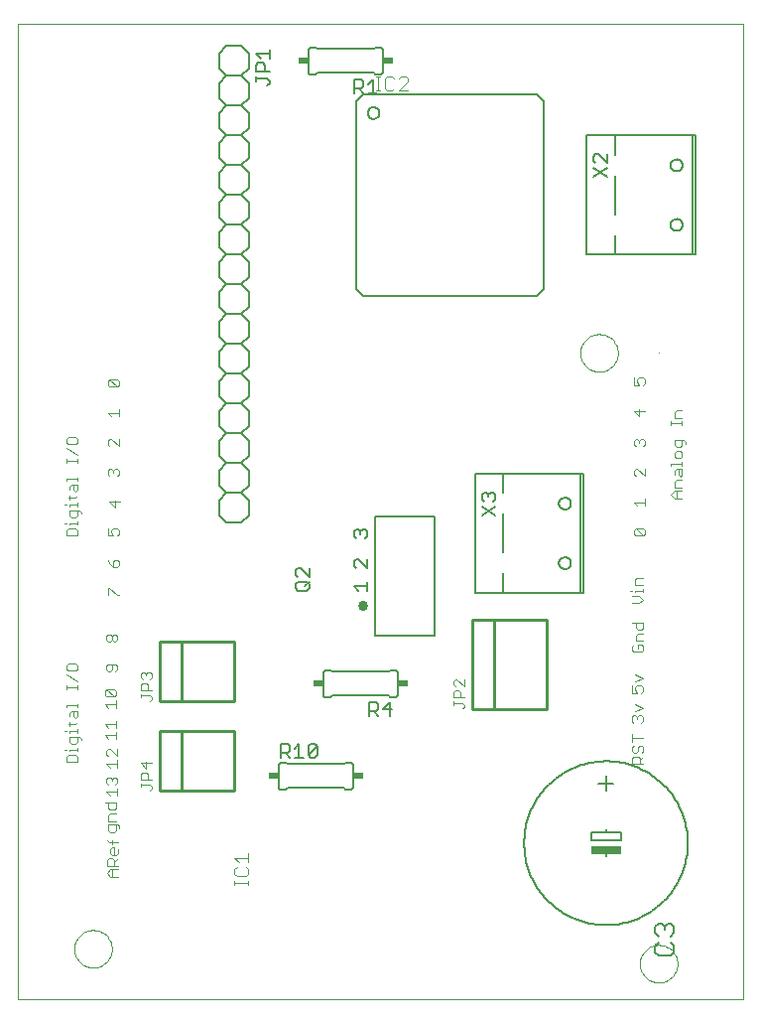
<source format=gto>
G75*
%MOIN*%
%OFA0B0*%
%FSLAX24Y24*%
%IPPOS*%
%LPD*%
%AMOC8*
5,1,8,0,0,1.08239X$1,22.5*
%
%ADD10C,0.0000*%
%ADD11R,0.0876X0.0044*%
%ADD12R,0.0263X0.0044*%
%ADD13R,0.0525X0.0044*%
%ADD14R,0.1970X0.0044*%
%ADD15R,0.0482X0.0044*%
%ADD16R,0.0394X0.0044*%
%ADD17R,0.0350X0.0044*%
%ADD18R,0.5473X0.0044*%
%ADD19R,0.0263X0.0044*%
%ADD20R,0.0482X0.0044*%
%ADD21R,0.1095X0.0044*%
%ADD22R,0.0657X0.0044*%
%ADD23R,0.0919X0.0044*%
%ADD24R,0.0263X0.0044*%
%ADD25R,0.0525X0.0044*%
%ADD26R,0.1970X0.0044*%
%ADD27R,0.0525X0.0044*%
%ADD28R,0.0394X0.0044*%
%ADD29R,0.5517X0.0044*%
%ADD30R,0.0263X0.0044*%
%ADD31R,0.0438X0.0044*%
%ADD32R,0.1007X0.0044*%
%ADD33R,0.0657X0.0044*%
%ADD34R,0.0876X0.0044*%
%ADD35R,0.0175X0.0044*%
%ADD36R,0.0482X0.0044*%
%ADD37R,0.1927X0.0044*%
%ADD38R,0.0482X0.0044*%
%ADD39R,0.0394X0.0044*%
%ADD40R,0.5517X0.0044*%
%ADD41R,0.0263X0.0044*%
%ADD42R,0.0876X0.0044*%
%ADD43R,0.0350X0.0044*%
%ADD44R,0.0919X0.0044*%
%ADD45R,0.0657X0.0044*%
%ADD46R,0.0131X0.0044*%
%ADD47R,0.0613X0.0044*%
%ADD48R,0.1927X0.0044*%
%ADD49R,0.2102X0.0044*%
%ADD50R,0.3021X0.0044*%
%ADD51R,0.0788X0.0044*%
%ADD52R,0.0744X0.0044*%
%ADD53R,0.0175X0.0044*%
%ADD54R,0.0306X0.0044*%
%ADD55R,0.0131X0.0044*%
%ADD56R,0.2102X0.0044*%
%ADD57R,0.3021X0.0044*%
%ADD58R,0.0788X0.0044*%
%ADD59R,0.0219X0.0044*%
%ADD60R,0.0350X0.0044*%
%ADD61R,0.0744X0.0044*%
%ADD62R,0.0175X0.0044*%
%ADD63R,0.0219X0.0044*%
%ADD64R,0.1226X0.0044*%
%ADD65R,0.1182X0.0044*%
%ADD66R,0.0131X0.0044*%
%ADD67R,0.2058X0.0044*%
%ADD68R,0.0919X0.0044*%
%ADD69R,0.0394X0.0044*%
%ADD70R,0.1445X0.0044*%
%ADD71R,0.3109X0.0044*%
%ADD72R,0.1051X0.0044*%
%ADD73R,0.1314X0.0044*%
%ADD74R,0.1182X0.0044*%
%ADD75R,0.0131X0.0044*%
%ADD76R,0.0394X0.0044*%
%ADD77R,0.1445X0.0044*%
%ADD78R,0.3152X0.0044*%
%ADD79R,0.1051X0.0044*%
%ADD80R,0.0088X0.0044*%
%ADD81R,0.1138X0.0044*%
%ADD82R,0.0044X0.0044*%
%ADD83R,0.1401X0.0044*%
%ADD84R,0.4028X0.0044*%
%ADD85R,0.2627X0.0044*%
%ADD86R,0.3503X0.0044*%
%ADD87R,0.4072X0.0044*%
%ADD88R,0.2627X0.0044*%
%ADD89R,0.3547X0.0044*%
%ADD90R,0.0876X0.0044*%
%ADD91R,0.3503X0.0044*%
%ADD92R,0.0088X0.0044*%
%ADD93R,0.0701X0.0044*%
%ADD94R,0.2758X0.0044*%
%ADD95R,0.1708X0.0044*%
%ADD96R,0.2758X0.0044*%
%ADD97R,0.0219X0.0044*%
%ADD98R,0.1314X0.0044*%
%ADD99R,0.0088X0.0044*%
%ADD100R,0.0044X0.0044*%
%ADD101R,0.0788X0.0044*%
%ADD102R,0.0613X0.0044*%
%ADD103R,0.2758X0.0044*%
%ADD104R,0.1708X0.0044*%
%ADD105R,0.2627X0.0044*%
%ADD106R,0.2758X0.0044*%
%ADD107R,0.0263X0.0044*%
%ADD108R,0.1314X0.0044*%
%ADD109R,0.0131X0.0044*%
%ADD110R,0.2715X0.0044*%
%ADD111R,0.1664X0.0044*%
%ADD112R,0.2758X0.0044*%
%ADD113R,0.0613X0.0044*%
%ADD114R,0.0044X0.0044*%
%ADD115R,0.2715X0.0044*%
%ADD116R,0.1839X0.0044*%
%ADD117R,0.0525X0.0044*%
%ADD118R,0.1839X0.0044*%
%ADD119R,0.2715X0.0044*%
%ADD120R,0.1839X0.0044*%
%ADD121R,0.0219X0.0044*%
%ADD122R,0.1182X0.0044*%
%ADD123R,0.2977X0.0044*%
%ADD124R,0.2233X0.0044*%
%ADD125R,0.1927X0.0044*%
%ADD126R,0.1182X0.0044*%
%ADD127R,0.2233X0.0044*%
%ADD128R,0.1138X0.0044*%
%ADD129R,0.4335X0.0044*%
%ADD130R,0.2452X0.0044*%
%ADD131R,0.1445X0.0044*%
%ADD132R,0.1401X0.0044*%
%ADD133R,0.1007X0.0044*%
%ADD134R,0.0131X0.0044*%
%ADD135R,0.1138X0.0044*%
%ADD136R,0.4335X0.0044*%
%ADD137R,0.2496X0.0044*%
%ADD138R,0.1445X0.0044*%
%ADD139R,0.1051X0.0044*%
%ADD140R,0.1095X0.0044*%
%ADD141R,0.4291X0.0044*%
%ADD142R,0.2496X0.0044*%
%ADD143R,0.1401X0.0044*%
%ADD144R,0.6568X0.0044*%
%ADD145R,0.1401X0.0044*%
%ADD146R,0.6568X0.0044*%
%ADD147R,0.6524X0.0044*%
%ADD148R,0.1051X0.0044*%
%ADD149R,0.1445X0.0044*%
%ADD150R,0.5210X0.0044*%
%ADD151R,0.1270X0.0044*%
%ADD152R,0.0788X0.0044*%
%ADD153R,0.5254X0.0044*%
%ADD154R,0.0788X0.0044*%
%ADD155R,0.5254X0.0044*%
%ADD156R,0.1270X0.0044*%
%ADD157R,0.0306X0.0044*%
%ADD158R,0.6699X0.0044*%
%ADD159R,0.6699X0.0044*%
%ADD160R,0.0219X0.0044*%
%ADD161R,0.1051X0.0044*%
%ADD162R,0.6655X0.0044*%
%ADD163R,0.1795X0.0044*%
%ADD164R,0.1401X0.0044*%
%ADD165R,0.0219X0.0044*%
%ADD166R,0.8275X0.0044*%
%ADD167R,0.8275X0.0044*%
%ADD168R,0.8188X0.0044*%
%ADD169R,0.7356X0.0044*%
%ADD170R,0.0350X0.0044*%
%ADD171R,0.0744X0.0044*%
%ADD172R,0.7356X0.0044*%
%ADD173R,0.0438X0.0044*%
%ADD174R,0.7312X0.0044*%
%ADD175R,0.0744X0.0044*%
%ADD176R,0.0482X0.0044*%
%ADD177R,0.0876X0.0044*%
%ADD178R,0.6436X0.0044*%
%ADD179R,0.6436X0.0044*%
%ADD180R,0.1138X0.0044*%
%ADD181R,0.6393X0.0044*%
%ADD182R,0.8100X0.0044*%
%ADD183R,0.2496X0.0044*%
%ADD184R,0.8144X0.0044*%
%ADD185R,0.2496X0.0044*%
%ADD186R,0.0482X0.0044*%
%ADD187R,0.1532X0.0044*%
%ADD188R,0.8013X0.0044*%
%ADD189R,0.1576X0.0044*%
%ADD190R,0.8013X0.0044*%
%ADD191R,0.1620X0.0044*%
%ADD192R,0.7969X0.0044*%
%ADD193R,0.1970X0.0044*%
%ADD194R,0.0525X0.0044*%
%ADD195R,0.1445X0.0044*%
%ADD196R,0.1620X0.0044*%
%ADD197R,0.4335X0.0044*%
%ADD198R,0.3284X0.0044*%
%ADD199R,0.2233X0.0044*%
%ADD200R,0.1620X0.0044*%
%ADD201R,0.3284X0.0044*%
%ADD202R,0.2233X0.0044*%
%ADD203R,0.1576X0.0044*%
%ADD204R,0.3240X0.0044*%
%ADD205R,0.2189X0.0044*%
%ADD206R,0.4597X0.0044*%
%ADD207R,0.1576X0.0044*%
%ADD208R,0.1138X0.0044*%
%ADD209R,0.2102X0.0044*%
%ADD210R,0.0525X0.0044*%
%ADD211R,0.0088X0.0044*%
%ADD212R,0.4597X0.0044*%
%ADD213R,0.2058X0.0044*%
%ADD214R,0.4597X0.0044*%
%ADD215R,0.4685X0.0044*%
%ADD216R,0.4729X0.0044*%
%ADD217R,0.4685X0.0044*%
%ADD218R,0.2890X0.0044*%
%ADD219R,0.2890X0.0044*%
%ADD220R,0.1138X0.0044*%
%ADD221R,0.6436X0.0044*%
%ADD222R,0.0963X0.0044*%
%ADD223R,0.6436X0.0044*%
%ADD224R,0.1270X0.0044*%
%ADD225R,0.0876X0.0044*%
%ADD226R,0.1532X0.0044*%
%ADD227R,0.0919X0.0044*%
%ADD228R,0.7224X0.0044*%
%ADD229R,0.0701X0.0044*%
%ADD230R,0.0175X0.0044*%
%ADD231R,0.0832X0.0044*%
%ADD232R,0.7181X0.0044*%
%ADD233R,0.1007X0.0044*%
%ADD234R,0.1576X0.0044*%
%ADD235R,0.0919X0.0044*%
%ADD236R,0.0569X0.0044*%
%ADD237R,0.1708X0.0044*%
%ADD238R,0.1576X0.0044*%
%ADD239R,0.0569X0.0044*%
%ADD240R,0.1664X0.0044*%
%ADD241R,0.1576X0.0044*%
%ADD242R,0.2583X0.0044*%
%ADD243R,0.2364X0.0044*%
%ADD244R,0.0175X0.0044*%
%ADD245R,0.2364X0.0044*%
%ADD246R,0.0788X0.0044*%
%ADD247R,0.0175X0.0044*%
%ADD248R,0.0832X0.0044*%
%ADD249R,0.1532X0.0044*%
%ADD250R,0.2321X0.0044*%
%ADD251R,0.1795X0.0044*%
%ADD252R,0.1839X0.0044*%
%ADD253R,0.1839X0.0044*%
%ADD254R,0.1357X0.0044*%
%ADD255R,0.1182X0.0044*%
%ADD256R,0.3021X0.0044*%
%ADD257R,0.0657X0.0044*%
%ADD258R,0.0657X0.0044*%
%ADD259R,0.2758X0.0044*%
%ADD260R,0.2846X0.0044*%
%ADD261R,0.2846X0.0044*%
%ADD262R,0.0394X0.0044*%
%ADD263R,0.0350X0.0044*%
%ADD264R,0.3152X0.0044*%
%ADD265R,0.1751X0.0044*%
%ADD266R,0.3152X0.0044*%
%ADD267R,0.1182X0.0044*%
%ADD268R,0.3459X0.0044*%
%ADD269R,0.3547X0.0044*%
%ADD270R,0.3503X0.0044*%
%ADD271R,0.3415X0.0044*%
%ADD272R,0.3415X0.0044*%
%ADD273R,0.3371X0.0044*%
%ADD274R,0.0044X0.0044*%
%ADD275R,0.2452X0.0044*%
%ADD276R,0.2496X0.0044*%
%ADD277R,0.0569X0.0044*%
%ADD278R,0.0613X0.0044*%
%ADD279R,0.3371X0.0044*%
%ADD280R,0.0701X0.0044*%
%ADD281R,0.3371X0.0044*%
%ADD282R,0.1095X0.0044*%
%ADD283R,0.0919X0.0044*%
%ADD284R,0.0701X0.0044*%
%ADD285R,0.3765X0.0044*%
%ADD286R,0.3809X0.0044*%
%ADD287R,0.0832X0.0044*%
%ADD288R,0.3809X0.0044*%
%ADD289R,0.3809X0.0044*%
%ADD290R,0.0744X0.0044*%
%ADD291R,0.3547X0.0044*%
%ADD292R,0.3459X0.0044*%
%ADD293R,0.0744X0.0044*%
%ADD294R,0.0569X0.0044*%
%ADD295R,0.3109X0.0044*%
%ADD296R,0.0569X0.0044*%
%ADD297R,0.0613X0.0044*%
%ADD298R,0.2408X0.0044*%
%ADD299R,0.2321X0.0044*%
%ADD300R,0.2277X0.0044*%
%ADD301R,0.2189X0.0044*%
%ADD302R,0.1226X0.0044*%
%ADD303R,0.1226X0.0044*%
%ADD304R,0.0088X0.0044*%
%ADD305R,0.0613X0.0044*%
%ADD306R,0.0569X0.0044*%
%ADD307R,0.1051X0.0044*%
%ADD308R,0.0963X0.0044*%
%ADD309R,0.1226X0.0044*%
%ADD310R,0.1270X0.0044*%
%ADD311R,0.1357X0.0044*%
%ADD312R,0.2364X0.0044*%
%ADD313R,0.0832X0.0044*%
%ADD314R,0.1839X0.0044*%
%ADD315R,0.1926X0.0044*%
%ADD316R,0.1795X0.0044*%
%ADD317R,0.1795X0.0044*%
%ADD318R,0.1708X0.0044*%
%ADD319R,0.1708X0.0044*%
%ADD320R,0.0701X0.0044*%
%ADD321R,0.1708X0.0044*%
%ADD322R,0.0350X0.0044*%
%ADD323R,0.3678X0.0044*%
%ADD324R,0.3678X0.0044*%
%ADD325R,0.4160X0.0044*%
%ADD326R,0.2058X0.0044*%
%ADD327R,0.4203X0.0044*%
%ADD328R,0.2145X0.0044*%
%ADD329R,0.4203X0.0044*%
%ADD330R,0.2189X0.0044*%
%ADD331R,0.4991X0.0044*%
%ADD332R,0.2145X0.0044*%
%ADD333R,0.4991X0.0044*%
%ADD334R,0.2102X0.0044*%
%ADD335R,0.4948X0.0044*%
%ADD336R,0.2058X0.0044*%
%ADD337R,0.4729X0.0044*%
%ADD338R,0.1751X0.0044*%
%ADD339R,0.4729X0.0044*%
%ADD340R,0.1751X0.0044*%
%ADD341R,0.4816X0.0044*%
%ADD342R,0.4860X0.0044*%
%ADD343R,0.4816X0.0044*%
%ADD344R,0.4466X0.0044*%
%ADD345R,0.4466X0.0044*%
%ADD346R,0.4422X0.0044*%
%ADD347R,0.3897X0.0044*%
%ADD348R,0.0306X0.0044*%
%ADD349R,0.3941X0.0044*%
%ADD350R,0.3897X0.0044*%
%ADD351R,0.0438X0.0044*%
%ADD352R,0.0963X0.0044*%
%ADD353R,0.1226X0.0044*%
%ADD354R,0.1489X0.0044*%
%ADD355R,0.1489X0.0044*%
%ADD356R,0.2321X0.0044*%
%ADD357R,0.2145X0.0044*%
%ADD358R,0.2145X0.0044*%
%ADD359R,0.0438X0.0044*%
%ADD360R,0.2014X0.0044*%
%ADD361R,0.2014X0.0044*%
%ADD362R,0.1357X0.0044*%
%ADD363R,0.2540X0.0044*%
%ADD364R,0.0963X0.0044*%
%ADD365R,0.2102X0.0044*%
%ADD366R,0.0963X0.0044*%
%ADD367R,0.2671X0.0044*%
%ADD368R,0.1751X0.0044*%
%ADD369R,0.2189X0.0044*%
%ADD370R,0.1532X0.0044*%
%ADD371R,0.2145X0.0044*%
%ADD372R,0.0832X0.0044*%
%ADD373R,0.0306X0.0044*%
%ADD374R,0.1095X0.0044*%
%ADD375R,0.0306X0.0044*%
%ADD376R,0.1795X0.0044*%
%ADD377R,0.1664X0.0044*%
%ADD378R,0.1883X0.0044*%
%ADD379R,0.1883X0.0044*%
%ADD380R,0.2145X0.0044*%
%ADD381R,0.2890X0.0044*%
%ADD382R,0.2846X0.0044*%
%ADD383R,0.1007X0.0044*%
%ADD384R,0.1007X0.0044*%
%ADD385R,0.1270X0.0044*%
%ADD386R,0.0438X0.0044*%
%ADD387R,0.0438X0.0044*%
%ADD388R,0.1357X0.0044*%
%ADD389R,0.1664X0.0044*%
%ADD390R,0.3371X0.0044*%
%ADD391R,0.4641X0.0044*%
%ADD392R,0.4641X0.0044*%
%ADD393R,0.4072X0.0044*%
%ADD394R,0.4072X0.0044*%
%ADD395R,0.1532X0.0044*%
%ADD396R,0.2189X0.0044*%
%ADD397R,0.2934X0.0044*%
%ADD398R,0.2452X0.0044*%
%ADD399R,0.2934X0.0044*%
%ADD400R,0.2934X0.0044*%
%ADD401R,0.1095X0.0044*%
%ADD402R,0.1489X0.0044*%
%ADD403R,0.1926X0.0044*%
%ADD404R,0.2583X0.0044*%
%ADD405R,0.1095X0.0044*%
%ADD406R,0.3240X0.0044*%
%ADD407R,0.1489X0.0044*%
%ADD408R,0.2583X0.0044*%
%ADD409R,0.4291X0.0044*%
%ADD410R,0.0088X0.0044*%
%ADD411R,0.2102X0.0044*%
%ADD412R,0.5780X0.0044*%
%ADD413R,0.5780X0.0044*%
%ADD414R,0.5736X0.0044*%
%ADD415R,0.0044X0.0044*%
%ADD416R,0.7750X0.0044*%
%ADD417R,0.7750X0.0044*%
%ADD418R,0.7706X0.0044*%
%ADD419R,0.5123X0.0044*%
%ADD420R,0.5123X0.0044*%
%ADD421R,0.6787X0.0044*%
%ADD422R,0.6830X0.0044*%
%ADD423R,0.6787X0.0044*%
%ADD424R,0.3153X0.0044*%
%ADD425R,0.3153X0.0044*%
%ADD426R,0.3240X0.0044*%
%ADD427R,0.2496X0.0044*%
%ADD428R,0.3153X0.0044*%
%ADD429R,0.3109X0.0044*%
%ADD430R,0.3284X0.0044*%
%ADD431R,0.2233X0.0044*%
%ADD432R,0.3196X0.0044*%
%ADD433R,0.3328X0.0044*%
%ADD434R,0.1664X0.0044*%
%ADD435R,0.3328X0.0044*%
%ADD436R,0.1795X0.0044*%
%ADD437R,0.2452X0.0044*%
%ADD438R,0.2452X0.0044*%
%ADD439R,0.2977X0.0044*%
%ADD440R,0.1532X0.0044*%
%ADD441R,0.1620X0.0044*%
%ADD442R,0.2408X0.0044*%
%ADD443R,0.0044X0.0044*%
%ADD444R,0.0306X0.0044*%
%ADD445R,0.1007X0.0044*%
%ADD446R,0.1489X0.0044*%
%ADD447C,0.0060*%
%ADD448C,0.0050*%
%ADD449C,0.0100*%
%ADD450C,0.0040*%
%ADD451R,0.0340X0.0240*%
%ADD452C,0.0070*%
%ADD453R,0.1000X0.0250*%
%ADD454C,0.0030*%
%ADD455C,0.0340*%
D10*
X000180Y007200D02*
X000180Y039946D01*
X024550Y039946D01*
X024550Y007200D01*
X000180Y007200D01*
X002068Y008904D02*
X002070Y008954D01*
X002076Y009004D01*
X002086Y009053D01*
X002100Y009101D01*
X002117Y009148D01*
X002138Y009193D01*
X002163Y009237D01*
X002191Y009278D01*
X002223Y009317D01*
X002257Y009354D01*
X002294Y009388D01*
X002334Y009418D01*
X002376Y009445D01*
X002420Y009469D01*
X002466Y009490D01*
X002513Y009506D01*
X002561Y009519D01*
X002611Y009528D01*
X002660Y009533D01*
X002711Y009534D01*
X002761Y009531D01*
X002810Y009524D01*
X002859Y009513D01*
X002907Y009498D01*
X002953Y009480D01*
X002998Y009458D01*
X003041Y009432D01*
X003082Y009403D01*
X003121Y009371D01*
X003157Y009336D01*
X003189Y009298D01*
X003219Y009258D01*
X003246Y009215D01*
X003269Y009171D01*
X003288Y009125D01*
X003304Y009077D01*
X003316Y009028D01*
X003324Y008979D01*
X003328Y008929D01*
X003328Y008879D01*
X003324Y008829D01*
X003316Y008780D01*
X003304Y008731D01*
X003288Y008683D01*
X003269Y008637D01*
X003246Y008593D01*
X003219Y008550D01*
X003189Y008510D01*
X003157Y008472D01*
X003121Y008437D01*
X003082Y008405D01*
X003041Y008376D01*
X002998Y008350D01*
X002953Y008328D01*
X002907Y008310D01*
X002859Y008295D01*
X002810Y008284D01*
X002761Y008277D01*
X002711Y008274D01*
X002660Y008275D01*
X002611Y008280D01*
X002561Y008289D01*
X002513Y008302D01*
X002466Y008318D01*
X002420Y008339D01*
X002376Y008363D01*
X002334Y008390D01*
X002294Y008420D01*
X002257Y008454D01*
X002223Y008491D01*
X002191Y008530D01*
X002163Y008571D01*
X002138Y008615D01*
X002117Y008660D01*
X002100Y008707D01*
X002086Y008755D01*
X002076Y008804D01*
X002070Y008854D01*
X002068Y008904D01*
X021068Y008404D02*
X021070Y008454D01*
X021076Y008504D01*
X021086Y008553D01*
X021100Y008601D01*
X021117Y008648D01*
X021138Y008693D01*
X021163Y008737D01*
X021191Y008778D01*
X021223Y008817D01*
X021257Y008854D01*
X021294Y008888D01*
X021334Y008918D01*
X021376Y008945D01*
X021420Y008969D01*
X021466Y008990D01*
X021513Y009006D01*
X021561Y009019D01*
X021611Y009028D01*
X021660Y009033D01*
X021711Y009034D01*
X021761Y009031D01*
X021810Y009024D01*
X021859Y009013D01*
X021907Y008998D01*
X021953Y008980D01*
X021998Y008958D01*
X022041Y008932D01*
X022082Y008903D01*
X022121Y008871D01*
X022157Y008836D01*
X022189Y008798D01*
X022219Y008758D01*
X022246Y008715D01*
X022269Y008671D01*
X022288Y008625D01*
X022304Y008577D01*
X022316Y008528D01*
X022324Y008479D01*
X022328Y008429D01*
X022328Y008379D01*
X022324Y008329D01*
X022316Y008280D01*
X022304Y008231D01*
X022288Y008183D01*
X022269Y008137D01*
X022246Y008093D01*
X022219Y008050D01*
X022189Y008010D01*
X022157Y007972D01*
X022121Y007937D01*
X022082Y007905D01*
X022041Y007876D01*
X021998Y007850D01*
X021953Y007828D01*
X021907Y007810D01*
X021859Y007795D01*
X021810Y007784D01*
X021761Y007777D01*
X021711Y007774D01*
X021660Y007775D01*
X021611Y007780D01*
X021561Y007789D01*
X021513Y007802D01*
X021466Y007818D01*
X021420Y007839D01*
X021376Y007863D01*
X021334Y007890D01*
X021294Y007920D01*
X021257Y007954D01*
X021223Y007991D01*
X021191Y008030D01*
X021163Y008071D01*
X021138Y008115D01*
X021117Y008160D01*
X021100Y008207D01*
X021086Y008255D01*
X021076Y008304D01*
X021070Y008354D01*
X021068Y008404D01*
X021700Y028900D02*
X021700Y028910D01*
X019068Y028904D02*
X019070Y028954D01*
X019076Y029004D01*
X019086Y029053D01*
X019100Y029101D01*
X019117Y029148D01*
X019138Y029193D01*
X019163Y029237D01*
X019191Y029278D01*
X019223Y029317D01*
X019257Y029354D01*
X019294Y029388D01*
X019334Y029418D01*
X019376Y029445D01*
X019420Y029469D01*
X019466Y029490D01*
X019513Y029506D01*
X019561Y029519D01*
X019611Y029528D01*
X019660Y029533D01*
X019711Y029534D01*
X019761Y029531D01*
X019810Y029524D01*
X019859Y029513D01*
X019907Y029498D01*
X019953Y029480D01*
X019998Y029458D01*
X020041Y029432D01*
X020082Y029403D01*
X020121Y029371D01*
X020157Y029336D01*
X020189Y029298D01*
X020219Y029258D01*
X020246Y029215D01*
X020269Y029171D01*
X020288Y029125D01*
X020304Y029077D01*
X020316Y029028D01*
X020324Y028979D01*
X020328Y028929D01*
X020328Y028879D01*
X020324Y028829D01*
X020316Y028780D01*
X020304Y028731D01*
X020288Y028683D01*
X020269Y028637D01*
X020246Y028593D01*
X020219Y028550D01*
X020189Y028510D01*
X020157Y028472D01*
X020121Y028437D01*
X020082Y028405D01*
X020041Y028376D01*
X019998Y028350D01*
X019953Y028328D01*
X019907Y028310D01*
X019859Y028295D01*
X019810Y028284D01*
X019761Y028277D01*
X019711Y028274D01*
X019660Y028275D01*
X019611Y028280D01*
X019561Y028289D01*
X019513Y028302D01*
X019466Y028318D01*
X019420Y028339D01*
X019376Y028363D01*
X019334Y028390D01*
X019294Y028420D01*
X019257Y028454D01*
X019223Y028491D01*
X019191Y028530D01*
X019163Y028571D01*
X019138Y028615D01*
X019117Y028660D01*
X019100Y028707D01*
X019086Y028755D01*
X019076Y028804D01*
X019070Y028854D01*
X019068Y028904D01*
D11*
X016402Y025414D03*
X016140Y025283D03*
X014213Y025283D03*
X015264Y029880D03*
X010141Y033383D03*
X006200Y029749D03*
X005675Y030012D03*
X001340Y034478D03*
X001340Y035003D03*
X005281Y038550D03*
X014082Y038419D03*
X018373Y038944D03*
X020474Y037849D03*
X023014Y036930D03*
X023802Y037324D03*
X023539Y030537D03*
X020781Y024451D03*
X020212Y023663D03*
X020124Y023532D03*
X019861Y022306D03*
X022707Y017139D03*
X022707Y016876D03*
X020080Y015826D03*
X018548Y015650D03*
X016840Y007813D03*
X017847Y007550D03*
X010929Y012016D03*
X009484Y019066D03*
X001034Y024057D03*
X001034Y007550D03*
D12*
X001909Y007550D03*
X007164Y007550D03*
X007426Y011754D03*
X007558Y012016D03*
X007952Y012016D03*
X009134Y013374D03*
X009134Y013505D03*
X010185Y014030D03*
X011104Y013374D03*
X011630Y012016D03*
X014388Y009039D03*
X017147Y008776D03*
X019905Y009039D03*
X024108Y010002D03*
X024108Y011360D03*
X024108Y011491D03*
X021744Y014994D03*
X022401Y015826D03*
X023452Y016876D03*
X023058Y017314D03*
X022532Y017708D03*
X022401Y017971D03*
X022401Y018102D03*
X024108Y016876D03*
X019511Y018496D03*
X018854Y017577D03*
X018197Y015519D03*
X016358Y013636D03*
X016490Y013505D03*
X016490Y013374D03*
X015702Y011754D03*
X015702Y011622D03*
X009003Y015957D03*
X008346Y016220D03*
X008346Y016351D03*
X008346Y016482D03*
X008214Y017446D03*
X008214Y017577D03*
X009134Y019460D03*
X009659Y019460D03*
X010448Y020423D03*
X010973Y020292D03*
X011761Y019985D03*
X011761Y019854D03*
X011761Y019722D03*
X010448Y021211D03*
X009659Y021605D03*
X009003Y021080D03*
X009003Y020948D03*
X008477Y021211D03*
X008214Y020817D03*
X007164Y020817D03*
X007164Y020686D03*
X006113Y021211D03*
X005456Y022306D03*
X004931Y022437D03*
X004799Y023794D03*
X004799Y023926D03*
X004011Y024758D03*
X005456Y026509D03*
X005456Y026640D03*
X005325Y027034D03*
X003967Y027998D03*
X003486Y029749D03*
X003486Y029880D03*
X001909Y028260D03*
X001909Y026903D03*
X001909Y026772D03*
X000596Y025152D03*
X000552Y024889D03*
X000552Y024451D03*
X000727Y030275D03*
X001253Y030275D03*
X000596Y031238D03*
X002041Y031895D03*
X002698Y032332D03*
X004011Y033121D03*
X004011Y033252D03*
X005193Y032989D03*
X006507Y034872D03*
X006507Y035704D03*
X006507Y036667D03*
X006113Y036667D03*
X008346Y037455D03*
X008871Y039338D03*
X009528Y039207D03*
X010579Y036798D03*
X011104Y036798D03*
X011104Y036667D03*
X011104Y034609D03*
X008346Y033252D03*
X010973Y030537D03*
X010973Y030406D03*
X009922Y028917D03*
X009922Y028786D03*
X009922Y028260D03*
X009659Y027166D03*
X009659Y027034D03*
X009659Y026903D03*
X011236Y027998D03*
X013075Y027034D03*
X015439Y027166D03*
X015439Y027429D03*
X015439Y026640D03*
X015439Y026509D03*
X015439Y026378D03*
X016490Y027034D03*
X015570Y029749D03*
X016096Y029880D03*
X018197Y031238D03*
X018854Y033121D03*
X018197Y033383D03*
X018197Y033690D03*
X018197Y033821D03*
X018591Y033821D03*
X018460Y034609D03*
X018854Y034609D03*
X018854Y034741D03*
X018854Y034872D03*
X018723Y035573D03*
X018854Y035967D03*
X018854Y036098D03*
X018854Y036229D03*
X018723Y036492D03*
X018460Y036798D03*
X018197Y036361D03*
X018197Y036229D03*
X018197Y036098D03*
X018197Y035967D03*
X018197Y035835D03*
X018197Y037324D03*
X018197Y037455D03*
X018591Y038156D03*
X018723Y038419D03*
X018066Y039075D03*
X020562Y038813D03*
X021481Y037718D03*
X021875Y037455D03*
X021875Y037324D03*
X022007Y037718D03*
X022532Y037849D03*
X022532Y038156D03*
X023058Y037849D03*
X022795Y037193D03*
X023846Y038287D03*
X023846Y035704D03*
X024108Y035310D03*
X023320Y035003D03*
X023320Y035704D03*
X024108Y034215D03*
X024108Y033383D03*
X023846Y032464D03*
X023846Y032332D03*
X023846Y032201D03*
X023846Y032026D03*
X023714Y031501D03*
X023846Y031238D03*
X024108Y030712D03*
X022663Y031501D03*
X023452Y032464D03*
X022532Y029749D03*
X022795Y029049D03*
X022795Y028917D03*
X022795Y028786D03*
X023320Y027297D03*
X024108Y026246D03*
X024108Y024889D03*
X023846Y024057D03*
X023714Y023532D03*
X022882Y024758D03*
X024108Y021912D03*
X020562Y022437D03*
X020168Y023094D03*
X020036Y024889D03*
X019774Y025809D03*
X021087Y029049D03*
X020693Y030537D03*
X020693Y030712D03*
X020693Y030844D03*
X020168Y030844D03*
X015089Y023926D03*
X016884Y020554D03*
X018066Y020554D03*
X018460Y019985D03*
X011630Y023532D03*
X006507Y028917D03*
X006244Y029224D03*
X001515Y033821D03*
X000990Y035310D03*
X000859Y035441D03*
X001384Y035573D03*
X001384Y035704D03*
X002172Y036492D03*
X002041Y036798D03*
X002698Y036492D03*
X002960Y036361D03*
X002829Y037193D03*
X002566Y037587D03*
X002172Y037587D03*
X001647Y037587D03*
X001647Y037718D03*
X002304Y038287D03*
X002304Y038419D03*
X001647Y038813D03*
X001647Y038944D03*
X000596Y038550D03*
X002566Y039644D03*
X003354Y038287D03*
X005456Y039338D03*
X005456Y039469D03*
X005981Y039338D03*
X006113Y039075D03*
X006113Y039644D03*
X013863Y039338D03*
X015045Y038156D03*
X001253Y018234D03*
X001384Y018102D03*
X003836Y017008D03*
X004274Y014994D03*
X005587Y013505D03*
X005587Y013374D03*
X005981Y013374D03*
X005981Y013505D03*
X007426Y013768D03*
D13*
X007558Y013636D03*
X009922Y013111D03*
X010842Y012848D03*
X011498Y010922D03*
X004931Y013242D03*
X004931Y013374D03*
X004931Y013505D03*
X004931Y013636D03*
X004931Y013768D03*
X004274Y013768D03*
X004274Y013899D03*
X002566Y011622D03*
X001909Y014731D03*
X006507Y019985D03*
X007952Y018803D03*
X008871Y017840D03*
X008871Y017708D03*
X010579Y019197D03*
X010579Y019328D03*
X009922Y020423D03*
X010842Y022306D03*
X011498Y022306D03*
X011892Y024188D03*
X012812Y025414D03*
X012812Y025546D03*
X013469Y025940D03*
X015439Y026772D03*
X017803Y026378D03*
X017803Y026246D03*
X019511Y027429D03*
X023452Y030844D03*
X020430Y036930D03*
X020430Y037718D03*
X020168Y038419D03*
X017803Y038550D03*
X016490Y038156D03*
X014519Y037981D03*
X013469Y037981D03*
X014519Y039644D03*
X011236Y037981D03*
X010842Y037193D03*
X010185Y037324D03*
X009265Y037587D03*
X010842Y035835D03*
X008871Y034741D03*
X010798Y032727D03*
X008871Y030975D03*
X008871Y030844D03*
X008609Y031369D03*
X009922Y029355D03*
X011236Y029880D03*
X011236Y030143D03*
X005587Y026071D03*
X003617Y029224D03*
X003617Y029355D03*
X003617Y029486D03*
X003617Y029618D03*
X002304Y031632D03*
X001647Y030712D03*
X001647Y035178D03*
X001647Y035310D03*
X000990Y036361D03*
X000990Y038944D03*
X004274Y038944D03*
X004931Y037193D03*
X005587Y037193D03*
X004274Y035835D03*
X014519Y023926D03*
X019117Y017314D03*
X019117Y016088D03*
X022795Y014030D03*
X023452Y017708D03*
X023058Y021912D03*
X023452Y022306D03*
X023714Y022700D03*
X021744Y009696D03*
X021744Y009564D03*
X005193Y021912D03*
X001253Y007944D03*
X001253Y007813D03*
X001253Y007682D03*
X002960Y007550D03*
D14*
X005653Y007550D03*
X008412Y010922D03*
X009594Y008207D03*
X013140Y008776D03*
X014979Y008382D03*
X016556Y009564D03*
X013009Y015957D03*
X014147Y018365D03*
X008412Y020686D03*
X010776Y028655D03*
X005653Y031895D03*
X001450Y032464D03*
X018132Y025809D03*
X023255Y021474D03*
D15*
X023211Y023269D03*
X023955Y024758D03*
X019664Y023094D03*
X019664Y022174D03*
X014673Y021605D03*
X014673Y021474D03*
X014673Y021342D03*
X012396Y019066D03*
X009025Y015650D03*
X008368Y012542D03*
X008324Y011184D03*
X008105Y007550D03*
X001494Y010134D03*
X000705Y010265D03*
X001800Y014468D03*
X004383Y014337D03*
X004383Y014600D03*
X004383Y014731D03*
X004690Y016614D03*
X004383Y018102D03*
X004033Y018496D03*
X006660Y019591D03*
X006397Y026071D03*
X004033Y026640D03*
X006397Y028523D03*
X008324Y029224D03*
X010688Y031632D03*
X008455Y032989D03*
X006003Y033690D03*
X006003Y035704D03*
X004033Y037324D03*
X004383Y038156D03*
X004383Y038550D03*
X003376Y034741D03*
X000705Y032595D03*
X000749Y030537D03*
X001099Y028523D03*
X009025Y036667D03*
X009025Y037455D03*
X010732Y035704D03*
X013053Y039338D03*
X016249Y037981D03*
X016643Y038681D03*
X018570Y036930D03*
X018307Y034872D03*
X021635Y036798D03*
X022554Y036667D03*
X022948Y037718D03*
X020584Y030275D03*
X019270Y027866D03*
X013709Y027735D03*
X015724Y012148D03*
X016337Y011754D03*
X015986Y011053D03*
X021897Y010002D03*
X023999Y012016D03*
X023868Y012148D03*
D16*
X024043Y011885D03*
X024043Y011754D03*
X021678Y009433D03*
X022860Y007944D03*
X022860Y007813D03*
X022860Y007682D03*
X023649Y007682D03*
X019708Y008776D03*
X018920Y008514D03*
X017869Y009039D03*
X017606Y008776D03*
X017606Y008645D03*
X017606Y008382D03*
X017081Y008645D03*
X015767Y009696D03*
X015111Y009696D03*
X014454Y008908D03*
X014454Y008776D03*
X014191Y009302D03*
X016030Y011184D03*
X016161Y011491D03*
X017081Y010922D03*
X015767Y012673D03*
X015767Y012848D03*
X015767Y012980D03*
X015767Y013111D03*
X015767Y013242D03*
X015767Y013374D03*
X015767Y013505D03*
X015767Y013636D03*
X015767Y013768D03*
X015767Y013899D03*
X015505Y015388D03*
X015242Y016351D03*
X015111Y016614D03*
X014454Y018803D03*
X014454Y018934D03*
X013797Y018934D03*
X014848Y020423D03*
X014848Y020554D03*
X014848Y020686D03*
X014717Y020948D03*
X014717Y021080D03*
X014717Y021211D03*
X018394Y020116D03*
X018526Y020292D03*
X019445Y018628D03*
X020102Y018628D03*
X019183Y017008D03*
X022466Y016745D03*
X023386Y016745D03*
X020233Y022174D03*
X020365Y022963D03*
X021022Y025414D03*
X023780Y024583D03*
X023780Y024451D03*
X023780Y024320D03*
X023780Y024188D03*
X023780Y023794D03*
X023780Y023663D03*
X023123Y022963D03*
X024043Y026071D03*
X022204Y028523D03*
X021416Y029749D03*
X021416Y029880D03*
X021416Y030012D03*
X021416Y030143D03*
X021416Y030275D03*
X022466Y030275D03*
X023780Y031369D03*
X024043Y030975D03*
X024043Y030844D03*
X024043Y030012D03*
X023649Y031895D03*
X023123Y031895D03*
X021678Y031895D03*
X023386Y034215D03*
X024043Y035178D03*
X024043Y035573D03*
X023517Y036098D03*
X023386Y035967D03*
X023386Y035835D03*
X023649Y037587D03*
X023649Y037718D03*
X023780Y038156D03*
X022335Y039338D03*
X021022Y038813D03*
X021153Y038156D03*
X021153Y037981D03*
X021153Y037324D03*
X021022Y037061D03*
X021547Y036667D03*
X018789Y035835D03*
X018789Y035704D03*
X018526Y035178D03*
X018263Y036492D03*
X018263Y036667D03*
X017475Y037981D03*
X017081Y038944D03*
X016555Y038813D03*
X017212Y039469D03*
X011170Y039469D03*
X011170Y037849D03*
X010776Y037061D03*
X010645Y035573D03*
X010907Y034215D03*
X010732Y033952D03*
X010732Y032858D03*
X008543Y032727D03*
X008937Y035573D03*
X008937Y035704D03*
X008674Y038156D03*
X006835Y039469D03*
X005522Y039644D03*
X004340Y038419D03*
X003551Y039644D03*
X003289Y037324D03*
X001712Y036492D03*
X001581Y036667D03*
X002501Y034872D03*
X001318Y033952D03*
X003026Y032858D03*
X003683Y032858D03*
X003945Y033383D03*
X003945Y033515D03*
X003814Y033690D03*
X005128Y033121D03*
X005259Y032727D03*
X005259Y032595D03*
X005128Y035441D03*
X006441Y036930D03*
X001056Y039644D03*
X000662Y031106D03*
X000662Y030975D03*
X000662Y030844D03*
X000662Y030712D03*
X000662Y029486D03*
X000662Y029355D03*
X001975Y028392D03*
X002238Y028786D03*
X002501Y029355D03*
X002632Y029618D03*
X002632Y030537D03*
X001712Y027735D03*
X001844Y027429D03*
X001844Y027297D03*
X001844Y027034D03*
X004033Y025809D03*
X005259Y025414D03*
X005128Y024889D03*
X004996Y024583D03*
X004865Y024320D03*
X004208Y023926D03*
X004996Y022306D03*
X005259Y021780D03*
X005259Y021605D03*
X006967Y022437D03*
X007492Y021912D03*
X007755Y020817D03*
X008674Y019066D03*
X008937Y017971D03*
X008806Y017314D03*
X008806Y017139D03*
X008280Y017314D03*
X008937Y016351D03*
X008937Y016220D03*
X009200Y013242D03*
X009200Y013111D03*
X009200Y012980D03*
X008543Y012016D03*
X008149Y011754D03*
X008149Y011622D03*
X009331Y011491D03*
X010776Y010922D03*
X010907Y011360D03*
X010907Y012410D03*
X010907Y012542D03*
X010907Y012673D03*
X014191Y014468D03*
X010513Y019591D03*
X010907Y020116D03*
X009988Y021211D03*
X010119Y021605D03*
X010776Y022043D03*
X010776Y022174D03*
X012221Y025414D03*
X012221Y025546D03*
X012221Y025677D03*
X012878Y025677D03*
X012878Y025809D03*
X012878Y025940D03*
X013140Y026903D03*
X015373Y027560D03*
X015505Y027297D03*
X015505Y027034D03*
X015505Y026903D03*
X016030Y027429D03*
X017081Y027429D03*
X017212Y027297D03*
X017738Y029486D03*
X018263Y032201D03*
X010250Y025940D03*
X009856Y027560D03*
X008674Y027560D03*
X008324Y028260D03*
X006441Y028260D03*
X006441Y028392D03*
X006441Y029049D03*
X004471Y027560D03*
X005522Y026378D03*
X006441Y023532D03*
X006441Y023400D03*
X003902Y017139D03*
X001231Y016220D03*
X004340Y014162D03*
X004340Y014030D03*
X004865Y013899D03*
X005522Y013636D03*
X005653Y012980D03*
X005916Y012016D03*
X006835Y011885D03*
X006967Y010922D03*
X005916Y009170D03*
X008017Y007682D03*
X009331Y007682D03*
X009331Y007550D03*
X003683Y008382D03*
X003683Y008514D03*
X003551Y008207D03*
X001844Y008207D03*
D17*
X001866Y008076D03*
X002216Y011754D03*
X004230Y014862D03*
X004449Y015957D03*
X004449Y017139D03*
X002216Y020292D03*
X004099Y021605D03*
X004712Y023269D03*
X004318Y023794D03*
X005106Y024758D03*
X008346Y024889D03*
X009616Y026640D03*
X009616Y026772D03*
X008346Y028392D03*
X008346Y028786D03*
X008346Y028917D03*
X006463Y028786D03*
X006463Y030537D03*
X005237Y032858D03*
X003179Y033690D03*
X002610Y033515D03*
X001603Y034215D03*
X001034Y033515D03*
X000640Y032858D03*
X002873Y031763D03*
X001559Y030537D03*
X001691Y030275D03*
X001165Y030012D03*
X000684Y029224D03*
X002479Y029224D03*
X004449Y027998D03*
X006419Y021605D03*
X006288Y021474D03*
X006157Y021342D03*
X008258Y020948D03*
X009090Y019328D03*
X008302Y017139D03*
X008258Y016088D03*
X008433Y015650D03*
X008302Y015519D03*
X008959Y016088D03*
X007470Y011885D03*
X005894Y011885D03*
X009440Y007813D03*
X010010Y007550D03*
X016140Y011360D03*
X017453Y008207D03*
X017059Y007682D03*
X022182Y010265D03*
X024065Y011622D03*
X023145Y016220D03*
X016796Y020423D03*
X014957Y019985D03*
X014957Y019854D03*
X014957Y019722D03*
X014957Y019591D03*
X014957Y019460D03*
X014957Y019328D03*
X014957Y019197D03*
X014957Y019066D03*
X014957Y018934D03*
X014957Y018803D03*
X014432Y019066D03*
X014957Y017708D03*
X014957Y017577D03*
X015089Y016745D03*
X014082Y017314D03*
X014738Y020817D03*
X014607Y023094D03*
X020737Y027297D03*
X022226Y028655D03*
X022751Y028655D03*
X022357Y027297D03*
X021394Y029618D03*
X018548Y029486D03*
X018810Y032989D03*
X018241Y033952D03*
X018373Y034084D03*
X018810Y036667D03*
X019204Y038550D03*
X018373Y038681D03*
X016665Y038287D03*
X013819Y039469D03*
X009484Y038156D03*
X006025Y039469D03*
X005763Y037061D03*
X005894Y036930D03*
X003836Y034872D03*
X002391Y035003D03*
X002085Y036667D03*
X003398Y037193D03*
X002917Y038287D03*
X002128Y038813D03*
X020212Y039338D03*
X020737Y038287D03*
X021043Y037193D03*
X021963Y037587D03*
X021832Y039338D03*
X023889Y034609D03*
X024065Y029880D03*
X023802Y023926D03*
D18*
X013184Y007550D03*
D19*
X017015Y007550D03*
X017015Y008382D03*
X019642Y008645D03*
X020956Y007682D03*
X022926Y010396D03*
X017672Y016614D03*
X015964Y015388D03*
X016621Y011360D03*
X010710Y013374D03*
X007032Y011754D03*
X007689Y019460D03*
X009397Y020948D03*
X010053Y021780D03*
X008740Y026246D03*
X008740Y027429D03*
X011367Y030275D03*
X015964Y027297D03*
X020299Y031106D03*
X022269Y028786D03*
X022926Y029224D03*
X022926Y029355D03*
X022926Y029486D03*
X022926Y029618D03*
X022926Y029749D03*
X022926Y029880D03*
X022926Y030275D03*
X023583Y030975D03*
X022926Y027297D03*
X020299Y023400D03*
X020299Y023269D03*
X023583Y017840D03*
X020956Y036930D03*
X021613Y038419D03*
X021613Y038813D03*
X023583Y037455D03*
X018986Y037324D03*
X017672Y039338D03*
X016621Y038944D03*
X006376Y039338D03*
X004405Y036667D03*
X003748Y035003D03*
X004405Y033515D03*
X004405Y031895D03*
X001121Y032201D03*
X001121Y033821D03*
X001121Y029880D03*
X004405Y023663D03*
D20*
X004953Y024451D03*
X003201Y020292D03*
X004558Y016876D03*
X005872Y012673D03*
X008236Y011360D03*
X008499Y012148D03*
X010951Y011491D03*
X015855Y010922D03*
X016205Y011622D03*
X017125Y010790D03*
X015548Y015256D03*
X015198Y016482D03*
X019139Y017139D03*
X022379Y015519D03*
X021109Y007550D03*
X009813Y016351D03*
X008893Y016482D03*
X010557Y019460D03*
X008630Y020116D03*
X013184Y023926D03*
X009944Y027735D03*
X008499Y032595D03*
X010951Y034347D03*
X008193Y039338D03*
X004252Y037718D03*
X002676Y038813D03*
X002194Y037324D03*
X002982Y035003D03*
X003508Y034609D03*
X003201Y033515D03*
X005872Y033821D03*
X002544Y029486D03*
X018745Y032858D03*
X021372Y030406D03*
X023473Y037193D03*
X018832Y038287D03*
D21*
X022773Y028260D03*
X014585Y018234D03*
X006310Y020423D03*
X001275Y009302D03*
X022466Y007550D03*
D22*
X023517Y007550D03*
X023517Y007813D03*
X023517Y007944D03*
X023517Y008207D03*
X023517Y008382D03*
X023517Y008514D03*
X023517Y008645D03*
X023255Y011885D03*
X022992Y013768D03*
X022466Y014862D03*
X022335Y015388D03*
X019839Y015650D03*
X019839Y016614D03*
X019839Y017008D03*
X015899Y014162D03*
X015505Y015826D03*
X015505Y015957D03*
X010907Y013242D03*
X010907Y013111D03*
X010907Y012980D03*
X010776Y012279D03*
X010776Y012148D03*
X009988Y012980D03*
X009068Y013768D03*
X009068Y013899D03*
X008280Y012980D03*
X007492Y012980D03*
X007361Y011360D03*
X005653Y013768D03*
X005653Y013899D03*
X001712Y014162D03*
X001450Y012542D03*
X001318Y012016D03*
X001318Y011885D03*
X001187Y011184D03*
X001187Y011053D03*
X001187Y010922D03*
X001187Y010790D03*
X008017Y017708D03*
X008149Y017971D03*
X008280Y018102D03*
X008806Y017577D03*
X009068Y018803D03*
X008017Y019066D03*
X006835Y019722D03*
X007361Y020423D03*
X006573Y021780D03*
X006704Y021912D03*
X005259Y022043D03*
X009462Y023400D03*
X010119Y024583D03*
X012221Y026246D03*
X012221Y026378D03*
X012221Y026509D03*
X013009Y026509D03*
X013009Y026246D03*
X013009Y027560D03*
X013797Y027560D03*
X014585Y027560D03*
X016293Y027166D03*
X017081Y027866D03*
X016950Y029486D03*
X018788Y027429D03*
X018920Y031106D03*
X019051Y031238D03*
X018657Y031632D03*
X020496Y031238D03*
X023517Y031763D03*
X023517Y030712D03*
X022992Y027166D03*
X023911Y023400D03*
X023911Y023269D03*
X023911Y023094D03*
X023780Y022831D03*
X022992Y021780D03*
X022861Y021605D03*
X020233Y022831D03*
X014454Y024057D03*
X011433Y027429D03*
X011827Y028129D03*
X010513Y027429D03*
X009725Y030975D03*
X009725Y031106D03*
X009725Y031238D03*
X010907Y031763D03*
X010907Y032464D03*
X010251Y033252D03*
X010907Y034084D03*
X010251Y034872D03*
X009988Y035573D03*
X010907Y035967D03*
X010907Y037324D03*
X009331Y039644D03*
X006310Y037587D03*
X004865Y037324D03*
X004471Y037455D03*
X003157Y038156D03*
X001844Y039644D03*
X001450Y037455D03*
X001450Y037324D03*
X001450Y036798D03*
X000924Y036492D03*
X001975Y036361D03*
X002238Y035704D03*
X002501Y035441D03*
X002501Y035310D03*
X003289Y035967D03*
X003551Y035573D03*
X004208Y035967D03*
X005916Y035310D03*
X006047Y033121D03*
X006310Y032727D03*
X005259Y031238D03*
X004208Y031106D03*
X003946Y031238D03*
X003420Y031501D03*
X002763Y030406D03*
X003551Y028786D03*
X001712Y027866D03*
X004734Y026640D03*
X008674Y031238D03*
X008543Y031501D03*
X009068Y033121D03*
X008806Y034609D03*
X001975Y032332D03*
X001187Y032332D03*
X000793Y035178D03*
X010251Y020817D03*
X010645Y019722D03*
X017344Y010396D03*
X017738Y009170D03*
X018657Y008382D03*
X018526Y008076D03*
X016687Y009170D03*
X016556Y009039D03*
X015767Y009039D03*
X013272Y009302D03*
X009068Y008382D03*
X020627Y036667D03*
X020365Y037061D03*
X019577Y037849D03*
X018394Y037718D03*
X018394Y037193D03*
X017344Y038681D03*
X016556Y039644D03*
X020365Y039469D03*
X021284Y039644D03*
X021810Y037061D03*
X021810Y036930D03*
D23*
X022992Y036886D03*
X023780Y037280D03*
X023649Y034960D03*
X023649Y033734D03*
X023517Y030581D03*
X022860Y028348D03*
X022729Y027954D03*
X019577Y027954D03*
X017081Y027954D03*
X016424Y025458D03*
X014191Y025371D03*
X014060Y025721D03*
X014060Y025765D03*
X011958Y025852D03*
X010645Y030669D03*
X010645Y030756D03*
X010119Y033296D03*
X010119Y033339D03*
X010250Y033471D03*
X010250Y033558D03*
X010250Y035222D03*
X010250Y035354D03*
X008674Y035222D03*
X006179Y037806D03*
X005916Y038200D03*
X005259Y038594D03*
X005259Y038637D03*
X005128Y039119D03*
X005128Y039163D03*
X003026Y037937D03*
X002501Y037368D03*
X001581Y038200D03*
X001318Y038769D03*
X001056Y039250D03*
X000924Y037674D03*
X000924Y037630D03*
X002632Y035135D03*
X001318Y035047D03*
X001318Y034565D03*
X001318Y034522D03*
X004340Y034784D03*
X005653Y030056D03*
X006179Y029837D03*
X002632Y029005D03*
X005653Y025852D03*
X004208Y025458D03*
X003814Y024407D03*
X004471Y023970D03*
X001712Y021386D03*
X000881Y021824D03*
X004164Y017665D03*
X004164Y017621D03*
X004164Y017533D03*
X004164Y017489D03*
X004164Y017358D03*
X004164Y017270D03*
X004164Y015869D03*
X001056Y017183D03*
X006310Y020335D03*
X009462Y019022D03*
X009462Y018978D03*
X010119Y020335D03*
X013140Y014950D03*
X010907Y012060D03*
X007623Y013461D03*
X006310Y012323D03*
X010250Y007901D03*
X010250Y007857D03*
X014191Y008557D03*
X016030Y009258D03*
X016030Y009345D03*
X016818Y007901D03*
X016818Y007857D03*
X017869Y007594D03*
X018394Y007988D03*
X019183Y008995D03*
X019183Y009083D03*
X019183Y009389D03*
X016030Y012060D03*
X014454Y011666D03*
X018526Y015607D03*
X020102Y019241D03*
X020102Y019285D03*
X022992Y018453D03*
X022729Y017183D03*
X022729Y016920D03*
X023649Y010484D03*
X023780Y010090D03*
X023780Y010046D03*
X023780Y009083D03*
X023780Y008995D03*
X020102Y023488D03*
X020233Y023619D03*
X020759Y024407D03*
X018394Y030756D03*
X018526Y032376D03*
X018526Y032420D03*
X018526Y033471D03*
X018526Y033558D03*
X018526Y033646D03*
X018526Y034390D03*
X020233Y037149D03*
X020496Y037806D03*
X018263Y038112D03*
X018394Y038988D03*
X015505Y039119D03*
X015505Y039163D03*
X015505Y039250D03*
X015505Y039294D03*
X015373Y039601D03*
X014717Y039513D03*
X014191Y038331D03*
X009200Y039250D03*
X009200Y039294D03*
X001187Y010571D03*
X001056Y007594D03*
D24*
X001909Y007594D03*
X001909Y007988D03*
X001909Y008032D03*
X002172Y011797D03*
X004274Y014950D03*
X003836Y016176D03*
X006244Y016526D03*
X008214Y016045D03*
X008214Y016001D03*
X008346Y016263D03*
X008346Y016307D03*
X008346Y016439D03*
X008346Y016526D03*
X009003Y016045D03*
X009003Y016001D03*
X008477Y015694D03*
X008214Y017489D03*
X008214Y017533D03*
X008214Y017621D03*
X009134Y019416D03*
X009265Y019898D03*
X009265Y019941D03*
X009659Y019416D03*
X010448Y020467D03*
X010448Y020511D03*
X010973Y020335D03*
X011761Y019941D03*
X011761Y019898D03*
X011761Y019810D03*
X011761Y019766D03*
X011761Y019679D03*
X011498Y019285D03*
X011498Y019241D03*
X010448Y021255D03*
X009659Y021649D03*
X009003Y021124D03*
X009003Y020992D03*
X009265Y020642D03*
X009265Y020598D03*
X008477Y021255D03*
X008214Y020905D03*
X007164Y020905D03*
X007164Y020773D03*
X007164Y020729D03*
X006113Y021255D03*
X006113Y021299D03*
X005456Y022262D03*
X004931Y022393D03*
X003967Y021824D03*
X002172Y020335D03*
X001909Y021124D03*
X001297Y023707D03*
X000596Y025196D03*
X001909Y026859D03*
X001909Y026947D03*
X001909Y028173D03*
X001909Y028217D03*
X003486Y029837D03*
X003486Y029924D03*
X004143Y028217D03*
X004274Y028085D03*
X005456Y026684D03*
X005456Y026597D03*
X005456Y026553D03*
X005456Y026465D03*
X004011Y024801D03*
X004799Y023882D03*
X004799Y023751D03*
X006507Y028830D03*
X006507Y028873D03*
X006244Y029268D03*
X005193Y032902D03*
X004011Y033033D03*
X004011Y033077D03*
X004011Y033164D03*
X004011Y033208D03*
X002698Y032420D03*
X002698Y032376D03*
X002698Y032245D03*
X002041Y031851D03*
X000596Y031194D03*
X000727Y030362D03*
X000727Y030318D03*
X001253Y030318D03*
X001515Y033865D03*
X001647Y034128D03*
X001647Y034171D03*
X001384Y035529D03*
X001384Y035616D03*
X001384Y035660D03*
X000859Y035485D03*
X000552Y036273D03*
X002041Y036711D03*
X002172Y036536D03*
X002172Y036448D03*
X002829Y037149D03*
X002566Y037499D03*
X002566Y037543D03*
X002172Y037543D03*
X002172Y037499D03*
X001647Y037499D03*
X001647Y037543D03*
X001647Y037630D03*
X001647Y037674D03*
X002304Y038331D03*
X002304Y038375D03*
X002304Y038462D03*
X002304Y038506D03*
X001647Y038856D03*
X001647Y038988D03*
X000596Y038594D03*
X002566Y039601D03*
X003354Y038375D03*
X003354Y038331D03*
X004931Y038200D03*
X005456Y039426D03*
X005456Y039513D03*
X005981Y039426D03*
X006113Y039601D03*
X006113Y039163D03*
X006113Y039119D03*
X008346Y037368D03*
X008609Y038331D03*
X009528Y038200D03*
X009528Y038112D03*
X009528Y038024D03*
X011104Y036886D03*
X011104Y036842D03*
X011104Y036711D03*
X011104Y036623D03*
X011761Y037937D03*
X013863Y039426D03*
X015045Y038200D03*
X015045Y038112D03*
X018066Y039119D03*
X018723Y038462D03*
X018591Y038200D03*
X018591Y037280D03*
X018197Y037280D03*
X018197Y037368D03*
X018854Y036711D03*
X018723Y036536D03*
X018854Y036317D03*
X018854Y036273D03*
X018854Y036185D03*
X018854Y036142D03*
X018854Y036054D03*
X018854Y036010D03*
X018723Y035616D03*
X018723Y035529D03*
X018197Y035879D03*
X018197Y036010D03*
X018197Y036054D03*
X018197Y036142D03*
X018197Y036185D03*
X018197Y036273D03*
X018197Y036317D03*
X019117Y036886D03*
X019117Y037149D03*
X019511Y036536D03*
X018854Y034828D03*
X018854Y034784D03*
X018854Y034697D03*
X018854Y034653D03*
X018460Y034653D03*
X018197Y034784D03*
X018197Y034828D03*
X018197Y033909D03*
X018197Y033865D03*
X018197Y033734D03*
X018197Y033339D03*
X018854Y033208D03*
X018854Y033164D03*
X018854Y033077D03*
X018854Y033033D03*
X018591Y033865D03*
X018723Y033996D03*
X020693Y030756D03*
X020693Y030669D03*
X020693Y030581D03*
X021875Y030493D03*
X022401Y029924D03*
X022532Y029705D03*
X022532Y029662D03*
X022401Y029399D03*
X022795Y029005D03*
X022795Y028873D03*
X022795Y028830D03*
X022795Y028742D03*
X022795Y028698D03*
X024108Y029837D03*
X024108Y030756D03*
X023846Y031194D03*
X023714Y031544D03*
X023846Y032070D03*
X023846Y032157D03*
X023846Y032245D03*
X023846Y032376D03*
X023846Y032420D03*
X023846Y032508D03*
X023846Y032551D03*
X023452Y032551D03*
X023452Y032508D03*
X023452Y032420D03*
X024108Y033339D03*
X024108Y033558D03*
X024108Y033646D03*
X023714Y034390D03*
X023320Y034653D03*
X023320Y034697D03*
X023320Y035047D03*
X024108Y035354D03*
X022795Y037149D03*
X023058Y037762D03*
X023058Y037806D03*
X022532Y037806D03*
X022532Y038200D03*
X022007Y037674D03*
X022007Y037630D03*
X021875Y037368D03*
X021875Y037280D03*
X021481Y037674D03*
X021350Y037543D03*
X021350Y037499D03*
X020562Y038856D03*
X020693Y039119D03*
X021219Y039250D03*
X021219Y039294D03*
X023846Y038331D03*
X016096Y029924D03*
X015570Y029837D03*
X016884Y029268D03*
X016490Y027078D03*
X015439Y027122D03*
X015439Y027210D03*
X015439Y027385D03*
X015439Y026684D03*
X015439Y026597D03*
X015439Y026553D03*
X015439Y026465D03*
X015439Y026421D03*
X013075Y027078D03*
X011236Y027910D03*
X011236Y027954D03*
X009922Y028698D03*
X009922Y028742D03*
X009922Y028830D03*
X009922Y028873D03*
X009659Y027210D03*
X009659Y027122D03*
X009659Y027078D03*
X009659Y026947D03*
X009659Y026859D03*
X011630Y023488D03*
X015089Y022481D03*
X016753Y020335D03*
X018066Y020467D03*
X018066Y020511D03*
X018460Y019941D03*
X019511Y018453D03*
X018854Y017533D03*
X020430Y016964D03*
X021087Y018453D03*
X022401Y018015D03*
X022532Y017665D03*
X023058Y017358D03*
X023058Y017270D03*
X023452Y016920D03*
X024108Y016920D03*
X023452Y015869D03*
X022401Y015869D03*
X022401Y015782D03*
X022401Y015694D03*
X024108Y011578D03*
X024108Y011535D03*
X024108Y011403D03*
X024108Y011316D03*
X022532Y008995D03*
X022401Y007725D03*
X019905Y009083D03*
X018723Y007769D03*
X018723Y007725D03*
X017409Y008163D03*
X017147Y008732D03*
X014914Y010484D03*
X015045Y010965D03*
X015045Y011009D03*
X014914Y011141D03*
X015702Y011666D03*
X015702Y011710D03*
X015702Y011797D03*
X015702Y011841D03*
X016490Y013461D03*
X016358Y013680D03*
X016096Y015169D03*
X016096Y015213D03*
X015045Y016789D03*
X015045Y016833D03*
X014257Y016307D03*
X014257Y016263D03*
X014125Y017358D03*
X014257Y017489D03*
X014388Y019153D03*
X018197Y015475D03*
X014257Y014819D03*
X014257Y014775D03*
X011805Y014206D03*
X011104Y013330D03*
X011630Y012060D03*
X009922Y011973D03*
X009134Y013330D03*
X009134Y013461D03*
X009134Y013549D03*
X007952Y012060D03*
X007558Y012060D03*
X007426Y011841D03*
X007426Y011797D03*
X005981Y013461D03*
X005587Y013461D03*
X005587Y013549D03*
X007426Y013724D03*
X001384Y018015D03*
X007164Y007594D03*
X014388Y008995D03*
X014388Y009083D03*
X020168Y021255D03*
X020168Y021299D03*
X020562Y022481D03*
X022401Y020992D03*
X023714Y023444D03*
X023714Y023488D03*
X024108Y023488D03*
X024108Y023444D03*
X023846Y023970D03*
X024108Y024933D03*
X023846Y025064D03*
X024108Y026203D03*
X021087Y029005D03*
X019117Y028085D03*
X019774Y025852D03*
X019248Y025458D03*
X020036Y024933D03*
X010973Y030493D03*
X010973Y030581D03*
X011148Y030888D03*
X008346Y033164D03*
X008346Y033208D03*
X006507Y034784D03*
X006507Y034828D03*
X006507Y034960D03*
X006507Y035660D03*
X006507Y036623D03*
X006113Y036623D03*
X002960Y036317D03*
X011104Y034653D03*
D25*
X010842Y035879D03*
X010842Y037149D03*
X010185Y037280D03*
X010579Y038024D03*
X011236Y037937D03*
X009528Y037937D03*
X009265Y037543D03*
X009265Y037499D03*
X008871Y034828D03*
X008871Y034784D03*
X005850Y033909D03*
X005850Y033865D03*
X004274Y035879D03*
X004931Y037105D03*
X004931Y037149D03*
X004274Y037630D03*
X004274Y037674D03*
X005587Y037149D03*
X004274Y038988D03*
X001253Y038024D03*
X000990Y038988D03*
X000990Y039032D03*
X001647Y035354D03*
X001647Y035222D03*
X002960Y035047D03*
X003223Y033471D03*
X002304Y031588D03*
X003617Y029705D03*
X003617Y029662D03*
X003617Y029574D03*
X003617Y029530D03*
X003617Y029443D03*
X003617Y029399D03*
X003617Y029268D03*
X002566Y029530D03*
X002304Y029180D03*
X003880Y027516D03*
X005587Y026115D03*
X004931Y024407D03*
X005193Y021955D03*
X006507Y019941D03*
X007952Y018759D03*
X008871Y017796D03*
X008871Y017752D03*
X008871Y017665D03*
X008871Y016526D03*
X010579Y019109D03*
X010579Y019153D03*
X010579Y019241D03*
X010579Y019285D03*
X010579Y019416D03*
X011498Y019153D03*
X011498Y019109D03*
X009922Y020467D03*
X008609Y020073D03*
X004537Y016964D03*
X004537Y016920D03*
X004274Y013855D03*
X004274Y013811D03*
X004931Y013724D03*
X004931Y013680D03*
X004931Y013549D03*
X004931Y013461D03*
X004931Y013330D03*
X004931Y013286D03*
X005850Y012717D03*
X008214Y011403D03*
X009922Y013067D03*
X010842Y012892D03*
X011498Y010878D03*
X015833Y010878D03*
X019117Y016132D03*
X019117Y017183D03*
X019117Y017270D03*
X015176Y016526D03*
X021744Y009652D03*
X022795Y013987D03*
X023714Y022744D03*
X019511Y027385D03*
X017803Y026290D03*
X017803Y026203D03*
X014519Y023882D03*
X013206Y023882D03*
X012812Y024626D03*
X012812Y024714D03*
X012812Y025458D03*
X012812Y025590D03*
X013469Y026027D03*
X011892Y024145D03*
X011892Y024101D03*
X009922Y027691D03*
X009922Y029399D03*
X009922Y029443D03*
X011236Y029924D03*
X011236Y030187D03*
X011236Y030231D03*
X008871Y030888D03*
X008871Y030931D03*
X008609Y031325D03*
X008609Y031413D03*
X013469Y037937D03*
X014519Y037937D03*
X014519Y039601D03*
X016490Y038200D03*
X017803Y038594D03*
X017803Y038637D03*
X018854Y038331D03*
X020168Y038462D03*
X020168Y038506D03*
X020430Y037674D03*
X020430Y037630D03*
X020430Y036886D03*
X020430Y036842D03*
X022401Y038024D03*
X023452Y037149D03*
X002566Y011710D03*
X002566Y011666D03*
X001253Y008032D03*
X001253Y007988D03*
X001253Y007901D03*
X001253Y007857D03*
X001253Y007769D03*
X001253Y007725D03*
X002960Y007594D03*
D26*
X005653Y007594D03*
X005784Y007725D03*
X005784Y007769D03*
X008412Y010878D03*
X009594Y008251D03*
X013140Y008732D03*
X014979Y008426D03*
X016556Y009521D03*
X012878Y015607D03*
X013009Y015869D03*
X013009Y016001D03*
X013009Y016045D03*
X008412Y020729D03*
X014322Y025590D03*
X014322Y025633D03*
X018132Y025852D03*
X015767Y029399D03*
X010776Y028611D03*
X010776Y028567D03*
X005653Y031851D03*
X002763Y033077D03*
X001450Y032420D03*
X022861Y037937D03*
D27*
X022926Y037674D03*
X022532Y037368D03*
X022007Y037149D03*
X022532Y036623D03*
X023583Y037806D03*
X023189Y038200D03*
X023189Y038331D03*
X022532Y038331D03*
X021219Y038988D03*
X021219Y039426D03*
X020299Y039601D03*
X019642Y039163D03*
X019642Y039119D03*
X019380Y039601D03*
X018591Y039601D03*
X017278Y039601D03*
X016227Y037937D03*
X014651Y038856D03*
X013075Y039426D03*
X010973Y036448D03*
X010973Y036317D03*
X010973Y036273D03*
X010973Y036185D03*
X010973Y036142D03*
X010973Y036054D03*
X010973Y034390D03*
X009046Y033033D03*
X008477Y032902D03*
X008477Y032814D03*
X008477Y032551D03*
X008433Y031676D03*
X008740Y031150D03*
X009003Y030669D03*
X009003Y030581D03*
X009791Y030756D03*
X009791Y030888D03*
X010448Y031150D03*
X010448Y031194D03*
X010623Y031544D03*
X012286Y027691D03*
X012418Y027253D03*
X012943Y027691D03*
X013731Y027691D03*
X010053Y024407D03*
X010053Y024364D03*
X006638Y020598D03*
X006638Y019504D03*
X008477Y019416D03*
X009003Y020467D03*
X009791Y020160D03*
X009791Y020073D03*
X012418Y019022D03*
X012418Y018978D03*
X009791Y016439D03*
X009003Y015607D03*
X009003Y013987D03*
X009003Y013680D03*
X008346Y012892D03*
X008346Y012804D03*
X008346Y012717D03*
X008346Y012629D03*
X008477Y012191D03*
X008346Y011141D03*
X008346Y011009D03*
X008346Y010965D03*
X010973Y011535D03*
X010973Y011578D03*
X011630Y012629D03*
X012286Y011578D03*
X012286Y011535D03*
X015570Y010484D03*
X015570Y010353D03*
X015570Y010309D03*
X015964Y011009D03*
X016227Y011666D03*
X016358Y011797D03*
X016358Y011841D03*
X015702Y012191D03*
X015702Y012235D03*
X015702Y012323D03*
X015702Y012367D03*
X015702Y012454D03*
X015702Y012498D03*
X015702Y014512D03*
X015702Y014556D03*
X015570Y015213D03*
X015308Y016263D03*
X019642Y020248D03*
X022663Y017095D03*
X023977Y016789D03*
X019905Y016176D03*
X019905Y016132D03*
X019905Y016045D03*
X019905Y016001D03*
X023189Y012235D03*
X023189Y012191D03*
X023846Y012191D03*
X023977Y012060D03*
X023583Y009915D03*
X023583Y009827D03*
X022926Y009915D03*
X022926Y010046D03*
X022926Y010090D03*
X022532Y009389D03*
X022532Y009345D03*
X021875Y009827D03*
X021875Y009915D03*
X016621Y008251D03*
X008083Y007594D03*
X003486Y008163D03*
X001515Y010046D03*
X001515Y010090D03*
X001384Y010221D03*
X001384Y010309D03*
X001384Y010353D03*
X001384Y010484D03*
X000727Y010221D03*
X000727Y010177D03*
X000727Y010090D03*
X000727Y010046D03*
X001778Y014293D03*
X001778Y014381D03*
X004668Y016658D03*
X004668Y016701D03*
X004668Y016789D03*
X004799Y026465D03*
X004799Y026553D03*
X003486Y028567D03*
X003486Y028611D03*
X001121Y028436D03*
X000727Y030581D03*
X000727Y032508D03*
X000727Y032551D03*
X000859Y033646D03*
X002172Y032902D03*
X003486Y034653D03*
X003354Y034784D03*
X003354Y035791D03*
X003354Y035879D03*
X004011Y037280D03*
X004405Y038200D03*
X004405Y038331D03*
X004405Y038594D03*
X003354Y038856D03*
X002698Y038856D03*
X002435Y038200D03*
X002172Y037280D03*
X001515Y037149D03*
X001515Y037105D03*
X005062Y033208D03*
X005981Y033734D03*
X006376Y032551D03*
X006376Y032508D03*
X006376Y031413D03*
X006419Y031325D03*
X006376Y035397D03*
X006376Y035485D03*
X005719Y035485D03*
X006376Y037017D03*
X006113Y038594D03*
X006113Y038637D03*
X008433Y037762D03*
X009003Y037368D03*
X009003Y036623D03*
X009003Y035879D03*
X009003Y035791D03*
X009397Y039426D03*
X018329Y037017D03*
X018329Y036974D03*
X018591Y036886D03*
X018591Y036842D03*
X019642Y037630D03*
X019642Y037674D03*
X018723Y035397D03*
X018723Y035354D03*
X018329Y034960D03*
X018723Y033734D03*
X018723Y032814D03*
X018723Y032683D03*
X018723Y032639D03*
X018329Y031413D03*
X017935Y030493D03*
X020562Y030493D03*
X020562Y030362D03*
X020562Y030318D03*
X020693Y029924D03*
X021219Y029180D03*
X021350Y028611D03*
X021350Y028567D03*
X020956Y027385D03*
X020693Y026421D03*
X019248Y025633D03*
X019248Y025590D03*
X023189Y023225D03*
X023189Y023138D03*
X023846Y022919D03*
X023583Y022481D03*
X023977Y021737D03*
X023977Y024801D03*
X021350Y030493D03*
X022532Y031413D03*
X022663Y031063D03*
X022663Y031019D03*
X022663Y030931D03*
X023583Y031676D03*
X023583Y033339D03*
D28*
X023649Y031851D03*
X024043Y030931D03*
X024043Y030888D03*
X024043Y030099D03*
X024043Y030056D03*
X024043Y029924D03*
X022729Y028611D03*
X022729Y028567D03*
X022204Y028567D03*
X022204Y028611D03*
X022335Y027341D03*
X024043Y026115D03*
X023780Y024539D03*
X023780Y024407D03*
X023780Y024364D03*
X023780Y024276D03*
X023780Y024232D03*
X023780Y024145D03*
X023780Y023882D03*
X023780Y023751D03*
X023780Y023707D03*
X023780Y023619D03*
X021022Y025458D03*
X020365Y022919D03*
X018526Y020335D03*
X018394Y020073D03*
X018351Y018672D03*
X019445Y018672D03*
X020102Y018672D03*
X019183Y017095D03*
X022466Y016833D03*
X022466Y016789D03*
X023123Y016307D03*
X023123Y016263D03*
X023386Y016789D03*
X024043Y011973D03*
X024043Y011841D03*
X024043Y011797D03*
X024043Y011710D03*
X024043Y011666D03*
X021678Y009477D03*
X021678Y009389D03*
X021678Y009345D03*
X022860Y008032D03*
X022860Y007988D03*
X022860Y007901D03*
X022860Y007857D03*
X022860Y007769D03*
X022860Y007725D03*
X023649Y007725D03*
X023649Y007769D03*
X019708Y008820D03*
X018920Y008557D03*
X017869Y009083D03*
X017606Y008732D03*
X017606Y008689D03*
X017606Y008601D03*
X017606Y008426D03*
X017475Y008251D03*
X017081Y008601D03*
X017081Y007769D03*
X017081Y007725D03*
X015767Y009652D03*
X015767Y009740D03*
X015111Y009740D03*
X014454Y008864D03*
X014454Y008820D03*
X014454Y008732D03*
X014191Y009345D03*
X016030Y011141D03*
X016161Y011403D03*
X016161Y011535D03*
X016161Y011578D03*
X016687Y011228D03*
X015767Y012717D03*
X015767Y012804D03*
X015767Y012892D03*
X015767Y013023D03*
X015767Y013067D03*
X015767Y013155D03*
X015767Y013199D03*
X015767Y013286D03*
X015767Y013330D03*
X015767Y013461D03*
X015767Y013549D03*
X015767Y013680D03*
X015767Y013724D03*
X015767Y013811D03*
X015767Y013855D03*
X015767Y013943D03*
X015505Y015300D03*
X015505Y015344D03*
X015242Y016439D03*
X015111Y016658D03*
X015111Y016701D03*
X014454Y018759D03*
X014454Y018847D03*
X014454Y018978D03*
X014454Y019022D03*
X013797Y018847D03*
X014848Y020467D03*
X014848Y020511D03*
X014848Y020598D03*
X014848Y020642D03*
X014848Y020729D03*
X014717Y020905D03*
X014717Y020992D03*
X014717Y021124D03*
X014717Y021167D03*
X014717Y021255D03*
X014717Y021299D03*
X016818Y020467D03*
X012221Y025458D03*
X012221Y025590D03*
X012221Y025633D03*
X012221Y025721D03*
X012221Y025765D03*
X012878Y025765D03*
X012878Y025721D03*
X012878Y025852D03*
X012878Y025896D03*
X012878Y026027D03*
X013140Y026859D03*
X015373Y027604D03*
X015505Y026947D03*
X015505Y026859D03*
X017738Y029530D03*
X018526Y029530D03*
X018263Y032157D03*
X018789Y032902D03*
X018263Y033996D03*
X018263Y034040D03*
X018394Y034128D03*
X018394Y034171D03*
X018526Y035135D03*
X018789Y035660D03*
X018789Y035791D03*
X018789Y036623D03*
X018263Y036623D03*
X018263Y036536D03*
X019445Y036623D03*
X021022Y037017D03*
X021022Y037105D03*
X021022Y037149D03*
X021153Y037280D03*
X021153Y037937D03*
X021153Y038024D03*
X021153Y038112D03*
X021153Y038200D03*
X020759Y038331D03*
X020759Y038375D03*
X021022Y038856D03*
X020233Y039426D03*
X019183Y038594D03*
X019139Y038637D03*
X018394Y038769D03*
X018132Y039426D03*
X017606Y039163D03*
X017606Y039119D03*
X017081Y039032D03*
X017081Y038988D03*
X017212Y039513D03*
X016555Y038856D03*
X016687Y038375D03*
X016687Y038331D03*
X017475Y038112D03*
X017475Y038024D03*
X017475Y037937D03*
X013797Y039513D03*
X011170Y039513D03*
X011170Y037806D03*
X011170Y037762D03*
X011170Y037674D03*
X010776Y037017D03*
X010645Y035616D03*
X010907Y034303D03*
X008937Y035529D03*
X008937Y035616D03*
X008937Y035660D03*
X008674Y038200D03*
X006441Y036886D03*
X006441Y036842D03*
X005916Y036886D03*
X005784Y037017D03*
X005653Y037499D03*
X005653Y037543D03*
X005128Y037806D03*
X004340Y038462D03*
X004340Y038506D03*
X003551Y039601D03*
X002895Y038331D03*
X001844Y038112D03*
X001844Y038024D03*
X000662Y038024D03*
X000662Y038112D03*
X000618Y038506D03*
X001056Y039601D03*
X003289Y037280D03*
X001581Y036623D03*
X000618Y035879D03*
X001581Y034303D03*
X001318Y033996D03*
X001056Y033471D03*
X000662Y032814D03*
X000662Y031063D03*
X000662Y031019D03*
X000662Y030931D03*
X000662Y030888D03*
X000662Y030756D03*
X000662Y030669D03*
X001187Y030099D03*
X001187Y030056D03*
X001581Y030581D03*
X001712Y030318D03*
X002632Y030581D03*
X002632Y029662D03*
X002501Y029443D03*
X002501Y029399D03*
X002501Y029268D03*
X002895Y029092D03*
X002238Y028742D03*
X002238Y028698D03*
X001975Y028348D03*
X001712Y027691D03*
X001844Y027385D03*
X001844Y027341D03*
X001844Y027253D03*
X001844Y027122D03*
X001844Y027078D03*
X003945Y027604D03*
X004471Y027516D03*
X004471Y027954D03*
X006441Y028217D03*
X006441Y028348D03*
X006441Y028742D03*
X006441Y029005D03*
X006441Y030581D03*
X005259Y032508D03*
X005259Y032551D03*
X005259Y032639D03*
X005259Y032683D03*
X005259Y032814D03*
X005128Y033077D03*
X003945Y033339D03*
X003945Y033471D03*
X003814Y033734D03*
X002632Y033471D03*
X002369Y035047D03*
X004471Y035616D03*
X005128Y035485D03*
X005128Y035397D03*
X008543Y032683D03*
X008543Y032639D03*
X008324Y029180D03*
X008674Y027604D03*
X009856Y027604D03*
X010250Y026027D03*
X006967Y022393D03*
X007492Y021955D03*
X006441Y021649D03*
X006179Y021386D03*
X005259Y021649D03*
X005259Y021737D03*
X005259Y021824D03*
X004996Y022262D03*
X004340Y023751D03*
X004208Y023882D03*
X004865Y024232D03*
X004865Y024276D03*
X004996Y024539D03*
X004996Y024626D03*
X005128Y024801D03*
X005128Y024933D03*
X005128Y024977D03*
X005259Y025458D03*
X006441Y023619D03*
X006441Y023575D03*
X006441Y023488D03*
X006441Y023444D03*
X006485Y023313D03*
X008280Y020992D03*
X009988Y021255D03*
X009988Y021299D03*
X010119Y021649D03*
X010776Y022087D03*
X010776Y022131D03*
X010776Y022218D03*
X010907Y020160D03*
X010907Y020073D03*
X010513Y019504D03*
X008937Y017927D03*
X008806Y017358D03*
X008806Y017270D03*
X008806Y017183D03*
X008280Y017183D03*
X008280Y017270D03*
X008937Y016439D03*
X008937Y016307D03*
X008937Y016263D03*
X008937Y016176D03*
X008937Y016132D03*
X009594Y015607D03*
X009856Y016263D03*
X009856Y016307D03*
X008280Y016132D03*
X008280Y015475D03*
X009200Y013199D03*
X009200Y013155D03*
X009200Y013067D03*
X009200Y013023D03*
X008543Y012060D03*
X008149Y011841D03*
X008149Y011797D03*
X008149Y011710D03*
X008149Y011666D03*
X008280Y011316D03*
X008280Y011228D03*
X007229Y010484D03*
X006967Y010878D03*
X006835Y011973D03*
X005916Y012060D03*
X005522Y013680D03*
X004865Y013855D03*
X004865Y013943D03*
X004340Y013987D03*
X004340Y014118D03*
X004340Y014206D03*
X004208Y014819D03*
X004471Y017095D03*
X001844Y014556D03*
X001844Y014512D03*
X001844Y008251D03*
X001844Y008163D03*
X003551Y008251D03*
X003683Y008426D03*
X008017Y007769D03*
X008017Y007725D03*
X009331Y007725D03*
X009331Y007594D03*
X009462Y007857D03*
X009462Y007901D03*
X009988Y007594D03*
X010776Y010834D03*
X010776Y010878D03*
X010907Y011228D03*
X010907Y011316D03*
X010907Y011403D03*
X010907Y012454D03*
X010907Y012498D03*
X010907Y012629D03*
X010907Y012717D03*
X009331Y011578D03*
X009331Y011535D03*
X014191Y014381D03*
X008674Y018978D03*
X008674Y019022D03*
X000618Y022087D03*
X000662Y029268D03*
X000662Y029399D03*
X000662Y029443D03*
X000662Y029530D03*
X000662Y029574D03*
X021416Y029662D03*
X021416Y029705D03*
X021416Y029837D03*
X021416Y029924D03*
X021416Y030056D03*
X021416Y030099D03*
X021416Y030187D03*
X021416Y030231D03*
X021416Y030318D03*
X021416Y030362D03*
X022466Y030362D03*
X022466Y030318D03*
X024043Y035135D03*
X024043Y035529D03*
X024043Y035616D03*
X023517Y036142D03*
X023386Y035879D03*
X023649Y037543D03*
X023649Y037630D03*
X023649Y037674D03*
X023780Y038200D03*
X021547Y036623D03*
D29*
X013206Y007594D03*
D30*
X017015Y007594D03*
X017015Y008426D03*
X019642Y008689D03*
X016621Y011403D03*
X015964Y015344D03*
X016621Y016658D03*
X016621Y016701D03*
X017672Y016701D03*
X017672Y016658D03*
X017672Y016526D03*
X018285Y019766D03*
X020299Y020992D03*
X020299Y023225D03*
X020299Y023313D03*
X019642Y025196D03*
X022926Y027253D03*
X022926Y027341D03*
X022269Y028698D03*
X022269Y028742D03*
X022269Y028830D03*
X022269Y028873D03*
X022926Y029268D03*
X022926Y029399D03*
X022926Y029443D03*
X022926Y029530D03*
X022926Y029574D03*
X022926Y029662D03*
X022926Y029705D03*
X022926Y029837D03*
X022926Y029924D03*
X022926Y030318D03*
X022926Y030362D03*
X023583Y030931D03*
X020299Y031150D03*
X020299Y030581D03*
X015964Y027341D03*
X013337Y025765D03*
X013337Y025721D03*
X011367Y030318D03*
X008740Y026203D03*
X008740Y026115D03*
X010053Y021737D03*
X009397Y020992D03*
X004405Y023619D03*
X001428Y017927D03*
X002435Y011578D03*
X002435Y011535D03*
X010710Y013330D03*
X022926Y010484D03*
X022926Y010353D03*
X022926Y010309D03*
X023583Y017796D03*
X020956Y036842D03*
X020956Y036886D03*
X021613Y038331D03*
X021613Y038375D03*
X021613Y038462D03*
X021613Y038769D03*
X021613Y038856D03*
X020299Y039119D03*
X018986Y037368D03*
X018986Y037280D03*
X018329Y038594D03*
X018329Y038637D03*
X017015Y038200D03*
X016621Y038988D03*
X016621Y039032D03*
X011367Y038024D03*
X005062Y037368D03*
X004405Y036623D03*
X003748Y035047D03*
X004405Y033471D03*
X004405Y031851D03*
X001121Y032157D03*
X001121Y033865D03*
X001121Y034128D03*
X001121Y029924D03*
X003748Y039426D03*
X022926Y038024D03*
X023583Y037368D03*
D31*
X015439Y026728D03*
X017803Y026421D03*
X010798Y031719D03*
X010754Y032814D03*
X010754Y033996D03*
X010754Y034040D03*
X008477Y032508D03*
X010579Y036842D03*
X010491Y039426D03*
X004493Y036842D03*
X000640Y035791D03*
X000640Y034171D03*
X000640Y034128D03*
X000640Y034040D03*
X000640Y033996D03*
X000640Y033909D03*
X000640Y033865D03*
X000640Y032683D03*
X000640Y032639D03*
X000640Y030231D03*
X000640Y030187D03*
X000640Y030099D03*
X000640Y030056D03*
X000640Y029924D03*
X001866Y027210D03*
X000640Y021999D03*
X003267Y020335D03*
X004011Y018453D03*
X003924Y017183D03*
X001866Y014643D03*
X001209Y016263D03*
X001209Y016307D03*
X004274Y013724D03*
X004931Y013199D03*
X006813Y012060D03*
X000640Y010353D03*
X000640Y010309D03*
X017103Y010834D03*
X017103Y010878D03*
X021043Y007594D03*
X022138Y010177D03*
X022182Y010221D03*
X018373Y018584D03*
X000640Y038200D03*
X000640Y038331D03*
X000640Y038375D03*
X000640Y038462D03*
D32*
X002544Y039426D03*
X005434Y034960D03*
X005697Y034828D03*
X006091Y030888D03*
X003245Y031063D03*
X002982Y031194D03*
X002325Y030099D03*
X004296Y027210D03*
X005697Y025765D03*
X006135Y022393D03*
X004033Y021167D03*
X007711Y013330D03*
X014147Y008601D03*
X016074Y011973D03*
X017387Y010177D03*
X017300Y008557D03*
X018351Y007901D03*
X022554Y007594D03*
X020014Y017358D03*
X020277Y021824D03*
X020277Y026597D03*
X020058Y026859D03*
X022773Y028042D03*
X020409Y031413D03*
X023736Y036536D03*
X021635Y037762D03*
X015592Y038506D03*
X010294Y039601D03*
X010207Y035397D03*
X009419Y029705D03*
X013315Y024977D03*
X013315Y024232D03*
X014629Y018146D03*
D33*
X015373Y016132D03*
X015505Y016001D03*
X015505Y015869D03*
X015899Y014293D03*
X015899Y014206D03*
X015899Y014118D03*
X015111Y010878D03*
X015767Y009083D03*
X015767Y008995D03*
X016687Y009214D03*
X017738Y009214D03*
X018657Y008338D03*
X018657Y008251D03*
X022861Y009827D03*
X023517Y008689D03*
X023517Y008601D03*
X023517Y008557D03*
X023517Y008426D03*
X023517Y008338D03*
X023517Y008251D03*
X023517Y008032D03*
X023517Y007988D03*
X023517Y007901D03*
X023517Y007857D03*
X023517Y007594D03*
X023517Y010834D03*
X023517Y010878D03*
X023211Y013023D03*
X022992Y013724D03*
X022729Y014206D03*
X022598Y014381D03*
X022466Y014775D03*
X022466Y014819D03*
X022466Y017358D03*
X019839Y017095D03*
X019839Y016701D03*
X019839Y016658D03*
X019051Y016658D03*
X019051Y016701D03*
X018482Y017095D03*
X019051Y016001D03*
X019839Y015694D03*
X019839Y015607D03*
X022598Y021124D03*
X022598Y021167D03*
X022861Y021649D03*
X023911Y023138D03*
X023911Y023225D03*
X023911Y023313D03*
X023780Y025721D03*
X023911Y025852D03*
X022861Y028436D03*
X021153Y029268D03*
X023517Y030669D03*
X023911Y030231D03*
X023911Y030187D03*
X023517Y031807D03*
X023780Y033996D03*
X023780Y034040D03*
X023911Y035047D03*
X022335Y036536D03*
X021810Y036842D03*
X021810Y036886D03*
X021810Y036974D03*
X021810Y037017D03*
X022598Y037543D03*
X023255Y037017D03*
X023649Y038112D03*
X021284Y039513D03*
X021284Y039601D03*
X020365Y039513D03*
X019577Y039250D03*
X019314Y039426D03*
X019445Y038462D03*
X019577Y037806D03*
X020365Y037017D03*
X020627Y036623D03*
X020627Y036536D03*
X018394Y037149D03*
X018394Y037674D03*
X018394Y037762D03*
X018394Y037806D03*
X017344Y038769D03*
X016556Y039601D03*
X015636Y038112D03*
X016424Y038024D03*
X014454Y038112D03*
X011564Y039426D03*
X009331Y039601D03*
X008280Y039513D03*
X006310Y037543D03*
X006310Y037499D03*
X006310Y036536D03*
X005916Y035354D03*
X006310Y035047D03*
X006047Y033077D03*
X006310Y032814D03*
X006310Y032683D03*
X004208Y031063D03*
X003946Y031194D03*
X002369Y032508D03*
X002369Y032551D03*
X001581Y032551D03*
X001581Y032508D03*
X001450Y034390D03*
X000793Y035222D03*
X001975Y036317D03*
X002238Y035660D03*
X002501Y035397D03*
X002501Y035354D03*
X003289Y036010D03*
X003683Y036711D03*
X003420Y036886D03*
X004077Y037105D03*
X004077Y037149D03*
X004471Y037368D03*
X004734Y037499D03*
X004734Y037543D03*
X004865Y037280D03*
X004208Y038024D03*
X004208Y038112D03*
X003420Y038988D03*
X003420Y039032D03*
X003157Y038200D03*
X001844Y039601D03*
X001318Y039426D03*
X001056Y039163D03*
X001056Y039119D03*
X001056Y038856D03*
X001450Y037368D03*
X001450Y037280D03*
X003551Y035529D03*
X004208Y036010D03*
X003683Y034565D03*
X003683Y034522D03*
X006310Y029705D03*
X006310Y029662D03*
X008543Y028085D03*
X008543Y028042D03*
X010251Y029092D03*
X010513Y027385D03*
X011433Y027385D03*
X011827Y028042D03*
X011827Y028085D03*
X013009Y027516D03*
X013797Y027516D03*
X014585Y027604D03*
X013009Y026553D03*
X013009Y026465D03*
X013009Y026290D03*
X013009Y026203D03*
X012221Y026203D03*
X012221Y026290D03*
X012221Y026421D03*
X012221Y026465D03*
X012221Y026553D03*
X010119Y024539D03*
X010119Y024276D03*
X010119Y024232D03*
X009856Y025371D03*
X008499Y025371D03*
X011695Y023882D03*
X013272Y023751D03*
X010251Y020905D03*
X009200Y020905D03*
X008937Y020335D03*
X008674Y019941D03*
X008674Y019898D03*
X008280Y020467D03*
X008280Y020511D03*
X007361Y020511D03*
X007361Y020467D03*
X006835Y019679D03*
X006441Y020073D03*
X006310Y020248D03*
X005916Y020598D03*
X005259Y022087D03*
X003420Y018847D03*
X001844Y021299D03*
X000749Y021955D03*
X004208Y026027D03*
X004033Y026553D03*
X002238Y028567D03*
X002238Y028611D03*
X002369Y028873D03*
X001318Y029268D03*
X001187Y028348D03*
X001318Y028217D03*
X003551Y028742D03*
X003683Y029092D03*
X009068Y033077D03*
X010251Y033164D03*
X010251Y033208D03*
X010907Y032420D03*
X009725Y031194D03*
X009725Y031150D03*
X009725Y031063D03*
X009725Y031019D03*
X010907Y034128D03*
X010251Y034960D03*
X009988Y035529D03*
X008806Y034653D03*
X008499Y037105D03*
X010907Y037280D03*
X018394Y035047D03*
X018394Y034303D03*
X016950Y029574D03*
X016950Y029530D03*
X018000Y027954D03*
X018394Y027691D03*
X017738Y026115D03*
X019839Y024407D03*
X020233Y022787D03*
X013140Y029443D03*
X010645Y019679D03*
X010645Y019022D03*
X010645Y018978D03*
X011433Y018978D03*
X011433Y019022D03*
X012221Y019109D03*
X009068Y018759D03*
X008280Y018146D03*
X008149Y017927D03*
X008017Y017752D03*
X008017Y017665D03*
X008849Y017533D03*
X008017Y019022D03*
X009068Y013855D03*
X009068Y013811D03*
X007492Y013023D03*
X007229Y011710D03*
X007361Y011403D03*
X007361Y011316D03*
X007361Y011228D03*
X009988Y011009D03*
X009988Y010965D03*
X010776Y012191D03*
X010776Y012235D03*
X010776Y012323D03*
X010776Y012367D03*
X010907Y013023D03*
X010907Y013067D03*
X010907Y013155D03*
X010907Y013199D03*
X010907Y013286D03*
X013272Y009345D03*
X013272Y009258D03*
X009068Y008338D03*
X005653Y013724D03*
X005653Y013811D03*
X005653Y013855D03*
X005653Y013943D03*
X001712Y014118D03*
X001450Y012629D03*
X001318Y012060D03*
X001318Y011973D03*
X001187Y011141D03*
X001187Y011009D03*
X001187Y010965D03*
X001187Y010878D03*
X001187Y010834D03*
X001187Y010747D03*
X001187Y010703D03*
X002763Y007769D03*
X002763Y007725D03*
X000924Y017095D03*
D34*
X001078Y017227D03*
X001078Y007638D03*
X019336Y031938D03*
X010360Y037893D03*
X004055Y037893D03*
D35*
X004931Y038243D03*
X006594Y038243D03*
X009222Y036755D03*
X008258Y033777D03*
X006594Y031282D03*
X006244Y029311D03*
X008258Y024013D03*
X015132Y024013D03*
X015132Y024495D03*
X015439Y026334D03*
X016490Y026991D03*
X016096Y029968D03*
X020168Y030800D03*
X021043Y018540D03*
X020430Y015563D03*
X007164Y007638D03*
X001909Y007638D03*
X006244Y016570D03*
X000596Y031282D03*
X002960Y036404D03*
D36*
X002938Y035091D03*
X005960Y033777D03*
X008499Y032770D03*
X010469Y031282D03*
X008893Y030800D03*
X009900Y027647D03*
X015461Y026816D03*
X019489Y027472D03*
X020715Y026334D03*
X023473Y022350D03*
X015154Y016570D03*
X008849Y016570D03*
X008893Y017883D03*
X005215Y021868D03*
X001231Y016395D03*
X005828Y012761D03*
X005960Y012104D03*
X002938Y007638D03*
X021853Y009783D03*
X022510Y036580D03*
X016512Y038243D03*
X011214Y037893D03*
X002676Y038900D03*
D37*
X005631Y031938D03*
X015658Y029311D03*
X009616Y008295D03*
X005675Y007638D03*
D38*
X008061Y007638D03*
X006748Y012104D03*
X009025Y013593D03*
X009025Y015563D03*
X009769Y020029D03*
X014673Y021518D03*
X014673Y021693D03*
X019007Y017402D03*
X019927Y021868D03*
X020671Y029968D03*
X012308Y027647D03*
X010995Y034434D03*
X002150Y037236D03*
X002413Y038243D03*
X000705Y030625D03*
X004383Y018059D03*
X004383Y014249D03*
X016599Y008295D03*
X017256Y010615D03*
X023955Y012104D03*
D39*
X024043Y011929D03*
X019183Y017052D03*
X015767Y013593D03*
X015767Y013417D03*
X015767Y012936D03*
X015767Y012761D03*
X016161Y011447D03*
X016030Y011097D03*
X016687Y011272D03*
X014191Y014424D03*
X015242Y016395D03*
X014454Y018715D03*
X014454Y018891D03*
X013797Y018891D03*
X014717Y020861D03*
X014717Y021036D03*
X010907Y020204D03*
X010907Y020029D03*
X010513Y019547D03*
X008806Y017227D03*
X008280Y017227D03*
X008937Y016395D03*
X009594Y015563D03*
X009200Y012936D03*
X008543Y012104D03*
X008280Y011272D03*
X007492Y011929D03*
X006835Y011929D03*
X007229Y010440D03*
X005916Y009127D03*
X003683Y008470D03*
X001844Y008119D03*
X005653Y012936D03*
X004340Y014074D03*
X004471Y017052D03*
X003289Y020379D03*
X005259Y021693D03*
X006310Y021518D03*
X006441Y021693D03*
X007755Y020861D03*
X006441Y023357D03*
X004996Y024495D03*
X004996Y024670D03*
X005128Y024845D03*
X005522Y026334D03*
X008324Y028304D03*
X008324Y029136D03*
X006441Y030625D03*
X005259Y032770D03*
X003945Y033427D03*
X003814Y033777D03*
X003814Y034916D03*
X004340Y035748D03*
X002501Y034916D03*
X002369Y035091D03*
X001581Y034259D03*
X002632Y033427D03*
X000662Y032770D03*
X000662Y030800D03*
X001581Y030625D03*
X000662Y029311D03*
X002501Y029311D03*
X002895Y029136D03*
X001712Y027647D03*
X001844Y027472D03*
X008937Y035748D03*
X010907Y034259D03*
X011170Y039557D03*
X013797Y039557D03*
X017212Y039557D03*
X018132Y039382D03*
X018394Y038725D03*
X017475Y038068D03*
X018263Y036580D03*
X018789Y035748D03*
X021153Y038068D03*
X021810Y039382D03*
X022335Y039382D03*
X020233Y039382D03*
X023780Y036755D03*
X023386Y035923D03*
X023386Y034259D03*
X023649Y031938D03*
X021678Y031938D03*
X021416Y029968D03*
X021416Y029793D03*
X022204Y028479D03*
X022860Y029136D03*
X024043Y029968D03*
X019183Y029793D03*
X018789Y032945D03*
X016030Y027472D03*
X015505Y026991D03*
X012878Y025984D03*
X012221Y025502D03*
X010250Y025984D03*
X020365Y023006D03*
X023123Y023006D03*
X023780Y023838D03*
X023780Y024495D03*
X010907Y012761D03*
X010907Y012586D03*
X010907Y011447D03*
X010907Y011272D03*
X009988Y007638D03*
X009331Y007638D03*
X001844Y038068D03*
X000662Y038068D03*
D40*
X013206Y007638D03*
D41*
X017015Y007638D03*
X022926Y010440D03*
X017672Y016570D03*
X020299Y023357D03*
X018635Y028961D03*
X022926Y029311D03*
X022926Y029793D03*
X022926Y029968D03*
X023583Y037411D03*
X022926Y038068D03*
X021613Y038725D03*
X018986Y038725D03*
X018986Y037411D03*
X017672Y039382D03*
X006376Y039382D03*
X005062Y037411D03*
X003748Y039382D03*
X004405Y031938D03*
X001121Y029968D03*
X008740Y027472D03*
X008740Y026159D03*
D42*
X004186Y025502D03*
X001034Y024013D03*
X002610Y028961D03*
X003267Y035748D03*
X002260Y035923D03*
X010229Y033427D03*
X015264Y029968D03*
X016446Y025502D03*
X023014Y018540D03*
X020080Y015913D03*
X018504Y015563D03*
X023671Y009127D03*
X017891Y007638D03*
X014213Y008470D03*
X010885Y012104D03*
X004186Y015738D03*
X023758Y037236D03*
D43*
X023802Y038243D03*
X021525Y036580D03*
X021131Y037236D03*
X021175Y037893D03*
X021043Y038900D03*
X019467Y036580D03*
X018767Y036580D03*
X017497Y037893D03*
X016577Y038900D03*
X011673Y039557D03*
X008652Y038243D03*
X003311Y037236D03*
X002785Y037236D03*
X002128Y036580D03*
X001603Y036580D03*
X001078Y033427D03*
X002654Y030625D03*
X001953Y028304D03*
X001866Y026991D03*
X003967Y027647D03*
X005281Y025502D03*
X004230Y023838D03*
X004974Y022350D03*
X004055Y021693D03*
X007514Y021868D03*
X008302Y021036D03*
X010097Y021693D03*
X010404Y020029D03*
X014957Y019547D03*
X014957Y019372D03*
X014957Y018891D03*
X014957Y018715D03*
X018416Y020029D03*
X018548Y020379D03*
X019993Y018540D03*
X022357Y015563D03*
X022488Y009127D03*
X021000Y007638D03*
X018898Y008470D03*
X017497Y008295D03*
X014432Y008951D03*
X005894Y011929D03*
X005544Y013593D03*
X004449Y017227D03*
X003573Y008295D03*
X001822Y008295D03*
X009616Y026816D03*
X009747Y027472D03*
X011148Y030800D03*
X006463Y028961D03*
X017059Y027472D03*
X021000Y025502D03*
X024065Y026159D03*
X024065Y030800D03*
X023101Y031938D03*
X018241Y032114D03*
D44*
X020627Y036755D03*
X016950Y039382D03*
X009725Y031457D03*
X004734Y039382D03*
X001450Y034916D03*
X001450Y021518D03*
X007755Y021518D03*
X008017Y021693D03*
X018613Y018540D03*
X018657Y015738D03*
X022598Y007638D03*
D45*
X023517Y007638D03*
X023517Y008295D03*
X023517Y008470D03*
X022861Y009783D03*
X023255Y011929D03*
X022729Y014249D03*
X022598Y014424D03*
X019839Y015563D03*
X019839Y015738D03*
X019839Y017052D03*
X015899Y014249D03*
X015767Y014424D03*
X015505Y015913D03*
X016862Y011097D03*
X018657Y008295D03*
X018526Y008119D03*
X009988Y012936D03*
X007361Y011272D03*
X001712Y014074D03*
X001450Y012586D03*
X001318Y012104D03*
X001318Y011929D03*
X001187Y011097D03*
X000924Y017052D03*
X006310Y020204D03*
X008806Y020204D03*
X009200Y020861D03*
X010251Y020861D03*
X009068Y018715D03*
X008937Y017402D03*
X009462Y023357D03*
X009856Y025327D03*
X010513Y027472D03*
X010251Y029136D03*
X011301Y029311D03*
X009725Y031282D03*
X010251Y034916D03*
X010907Y037236D03*
X008280Y039557D03*
X004208Y038068D03*
X004471Y037411D03*
X003683Y036755D03*
X002238Y035748D03*
X002501Y035266D03*
X003157Y034916D03*
X001450Y034434D03*
X001581Y033602D03*
X001187Y032945D03*
X001187Y032289D03*
X001975Y032289D03*
X002763Y030450D03*
X003683Y029136D03*
X002107Y028479D03*
X001712Y027823D03*
X001318Y029311D03*
X004208Y025984D03*
X006310Y032770D03*
X006178Y032945D03*
X006310Y035091D03*
X003157Y038243D03*
X001450Y037411D03*
X001450Y036755D03*
X001975Y036404D03*
X001318Y039382D03*
X012221Y026334D03*
X011827Y024013D03*
X014454Y024013D03*
X017081Y027823D03*
X020496Y031282D03*
X021153Y029311D03*
X022861Y028479D03*
X023911Y023357D03*
X023911Y023181D03*
X018394Y034259D03*
X018394Y035091D03*
X020627Y036580D03*
X022729Y036755D03*
X023649Y038068D03*
X021284Y039557D03*
X019314Y039382D03*
X017344Y038725D03*
X016424Y038068D03*
X015636Y038068D03*
X014454Y038068D03*
D46*
X013928Y037981D03*
X016030Y039644D03*
X016293Y039338D03*
X017606Y039469D03*
X017606Y038944D03*
X018000Y038681D03*
X019051Y039075D03*
X020627Y039207D03*
X020627Y039338D03*
X021547Y038550D03*
X022204Y038944D03*
X022335Y038813D03*
X022598Y038550D03*
X022204Y039469D03*
X021678Y037981D03*
X021547Y037324D03*
X021547Y037193D03*
X023255Y035573D03*
X024174Y035704D03*
X023649Y036667D03*
X023911Y038419D03*
X023255Y034478D03*
X023255Y034347D03*
X023517Y032026D03*
X022861Y030844D03*
X022598Y031632D03*
X022598Y031763D03*
X022598Y031895D03*
X022335Y031895D03*
X022335Y031763D03*
X022335Y031632D03*
X022335Y031501D03*
X022204Y031106D03*
X022204Y030975D03*
X021941Y030975D03*
X021941Y031106D03*
X021547Y030975D03*
X022335Y029224D03*
X022335Y029049D03*
X024174Y030406D03*
X024174Y030537D03*
X024174Y026509D03*
X024174Y026378D03*
X024174Y025152D03*
X024174Y025020D03*
X024174Y022043D03*
X022335Y018803D03*
X022204Y018496D03*
X022335Y016088D03*
X022335Y015957D03*
X019577Y017139D03*
X016950Y016614D03*
X014410Y019197D03*
X011958Y019066D03*
X011039Y018803D03*
X009331Y017314D03*
X007755Y017577D03*
X009068Y021211D03*
X009068Y021342D03*
X009988Y021912D03*
X008806Y025940D03*
X010119Y026378D03*
X010119Y026640D03*
X010382Y029355D03*
X009725Y033121D03*
X009725Y033252D03*
X009462Y037324D03*
X009462Y037455D03*
X008412Y038944D03*
X006441Y039075D03*
X005784Y039075D03*
X004734Y038944D03*
X004340Y039075D03*
X004077Y039075D03*
X003683Y039075D03*
X003683Y039207D03*
X004077Y039644D03*
X003157Y039644D03*
X004734Y037849D03*
X004734Y037718D03*
X003157Y036229D03*
X001450Y036229D03*
X001450Y036098D03*
X001450Y035967D03*
X001450Y035835D03*
X001187Y036098D03*
X001187Y036229D03*
X000486Y034347D03*
X000486Y033252D03*
X001844Y031106D03*
X001844Y030975D03*
X001844Y030844D03*
X001844Y030406D03*
X002501Y029749D03*
X002107Y029486D03*
X002107Y029355D03*
X002107Y029224D03*
X002763Y030712D03*
X003814Y029880D03*
X003814Y029749D03*
X004340Y032595D03*
X003026Y032727D03*
X004340Y026246D03*
X004734Y023663D03*
X004734Y023532D03*
X004734Y023400D03*
X005390Y022437D03*
X001187Y018365D03*
X001450Y017840D03*
X001056Y016614D03*
X003814Y014862D03*
X003814Y014731D03*
X005653Y013242D03*
X008017Y012148D03*
X006967Y010265D03*
X003814Y008645D03*
X000793Y008645D03*
X000793Y008776D03*
X000793Y007944D03*
X000793Y007813D03*
X000793Y007682D03*
X000486Y010790D03*
X010119Y013242D03*
X010776Y013505D03*
X014717Y011491D03*
X015636Y011184D03*
X016687Y011491D03*
X016293Y012279D03*
X016556Y013111D03*
X016556Y013242D03*
X018000Y008908D03*
X020890Y007813D03*
X023255Y007682D03*
X024174Y008207D03*
X024174Y008382D03*
X024174Y008514D03*
X024174Y008645D03*
X024174Y009871D03*
X022992Y010922D03*
X019708Y024889D03*
X019708Y025020D03*
X017344Y027735D03*
X018920Y028260D03*
X018394Y029618D03*
X018394Y029749D03*
X019051Y031501D03*
X018920Y033383D03*
X018920Y033821D03*
X018920Y035003D03*
X016687Y037981D03*
X014979Y029618D03*
X000486Y024758D03*
D47*
X004186Y025940D03*
X001297Y028260D03*
X001165Y028392D03*
X001297Y029224D03*
X002391Y028917D03*
X002741Y031895D03*
X002347Y032595D03*
X001165Y032989D03*
X001472Y034347D03*
X003179Y034872D03*
X003661Y036798D03*
X003398Y036930D03*
X004055Y037193D03*
X004712Y037587D03*
X003398Y038944D03*
X001297Y039338D03*
X001034Y039075D03*
X001078Y038813D03*
X006332Y035003D03*
X006157Y032989D03*
X006288Y032858D03*
X006332Y029618D03*
X010097Y024320D03*
X011717Y023926D03*
X013250Y023794D03*
X014738Y023400D03*
X014738Y023269D03*
X014738Y021780D03*
X014738Y020292D03*
X011455Y019066D03*
X010623Y019066D03*
X008915Y020292D03*
X008652Y019985D03*
X008258Y020423D03*
X009178Y020817D03*
X006419Y020116D03*
X005938Y020554D03*
X004318Y018934D03*
X008915Y017446D03*
X007251Y011622D03*
X007251Y011491D03*
X002785Y007682D03*
X015395Y016088D03*
X015745Y014468D03*
X015877Y014337D03*
X019029Y015957D03*
X019073Y016614D03*
X022488Y017314D03*
X022576Y021080D03*
X019730Y022043D03*
X019730Y022437D03*
X019730Y023269D03*
X019730Y023400D03*
X019730Y024583D03*
X017760Y026071D03*
X018373Y027735D03*
X017978Y027998D03*
X021175Y029224D03*
X022839Y028523D03*
X023933Y030143D03*
X023802Y033952D03*
X023889Y035003D03*
X023276Y037061D03*
X022620Y037587D03*
X021262Y039469D03*
X019599Y039207D03*
X019336Y039338D03*
X018373Y037849D03*
X018373Y035003D03*
X018373Y034215D03*
X023889Y025809D03*
X023495Y010922D03*
X022882Y009871D03*
X018635Y008207D03*
X008258Y039469D03*
D48*
X002741Y033121D03*
X014301Y025546D03*
X015745Y029355D03*
X022882Y037981D03*
X012987Y015826D03*
X012899Y015650D03*
X017366Y009871D03*
X005763Y007682D03*
D49*
X010842Y007682D03*
X019423Y020554D03*
X010842Y028392D03*
X004537Y021211D03*
D50*
X011170Y018628D03*
X012746Y012848D03*
X012221Y011184D03*
X013534Y007682D03*
X006441Y008382D03*
X012221Y025020D03*
X012484Y029224D03*
D51*
X012024Y025940D03*
X010973Y025940D03*
X014257Y025152D03*
X015045Y025809D03*
X016358Y028129D03*
X016227Y029749D03*
X018723Y030975D03*
X019380Y029880D03*
X020693Y029618D03*
X022663Y030406D03*
X022663Y027866D03*
X020562Y031895D03*
X018591Y034478D03*
X015570Y038681D03*
X016884Y039075D03*
X011367Y039644D03*
X010448Y036930D03*
X008740Y035003D03*
X009003Y033252D03*
X005981Y033252D03*
X005062Y031369D03*
X003748Y031369D03*
X002435Y031501D03*
X001778Y033515D03*
X002172Y036098D03*
X003748Y036492D03*
X004668Y035573D03*
X002435Y037718D03*
X002435Y038681D03*
X004143Y038813D03*
X004799Y039469D03*
X004799Y039644D03*
X008346Y039644D03*
X005719Y025940D03*
X009003Y022568D03*
X008346Y021912D03*
X007295Y019985D03*
X008083Y017840D03*
X010710Y019854D03*
X010710Y019985D03*
X015702Y015519D03*
X015964Y014030D03*
X014388Y011885D03*
X014388Y011754D03*
X018066Y009564D03*
X015570Y007682D03*
X010316Y008076D03*
X009134Y011053D03*
X009134Y011184D03*
X001778Y013899D03*
X001515Y013111D03*
X001515Y012980D03*
X001515Y012848D03*
X001384Y012410D03*
X001384Y012279D03*
X001384Y008776D03*
X001384Y008645D03*
X001121Y008207D03*
X001121Y008076D03*
X022532Y014600D03*
X023189Y013374D03*
X023320Y012848D03*
X023189Y011622D03*
X023320Y011360D03*
X023320Y011184D03*
X023320Y011053D03*
X023846Y021605D03*
X023583Y034741D03*
X023846Y036361D03*
X022926Y038419D03*
D52*
X021197Y037455D03*
X020934Y038419D03*
X019664Y038944D03*
X018307Y038813D03*
X017300Y038813D03*
X015680Y038156D03*
X012702Y037981D03*
X010294Y035003D03*
X010294Y033121D03*
X008499Y037193D03*
X006003Y034609D03*
X003727Y036667D03*
X003201Y038419D03*
X002676Y030275D03*
X002544Y030143D03*
X001362Y030143D03*
X002194Y028523D03*
X003639Y029049D03*
X005478Y030143D03*
X008499Y025283D03*
X008499Y025152D03*
X012133Y026071D03*
X015023Y025677D03*
X015943Y025152D03*
X017256Y029355D03*
X018613Y032595D03*
X023605Y030406D03*
X023868Y030275D03*
X013753Y019066D03*
X015680Y015650D03*
X010294Y020948D03*
X008324Y020554D03*
X007404Y020554D03*
X004121Y019197D03*
X004164Y015256D03*
X004164Y015125D03*
X001494Y012673D03*
X001362Y012148D03*
X006135Y012410D03*
X009944Y010922D03*
X018044Y007682D03*
X023211Y011754D03*
X023211Y013242D03*
X022948Y013899D03*
X022510Y014731D03*
X003989Y024320D03*
D53*
X006594Y028129D03*
X008258Y030712D03*
X008258Y033690D03*
X008258Y034609D03*
X008258Y034741D03*
X006594Y038287D03*
X004931Y038156D03*
X008827Y039207D03*
X016884Y029224D03*
X019073Y028129D03*
X015132Y024583D03*
X015132Y024057D03*
X018066Y020423D03*
X020387Y020686D03*
X020387Y016745D03*
X018548Y015256D03*
X014257Y014862D03*
X014257Y016220D03*
X009922Y011885D03*
X008214Y015957D03*
X009265Y019985D03*
X008258Y023926D03*
X008258Y024057D03*
X008258Y025414D03*
X003880Y019460D03*
X014914Y010528D03*
X018723Y007682D03*
X022445Y007813D03*
X023452Y015826D03*
X023452Y032595D03*
X023846Y032595D03*
X023758Y034478D03*
X019117Y036930D03*
X001909Y007944D03*
D54*
X007229Y010528D03*
X009594Y015650D03*
X009856Y016220D03*
X009024Y018102D03*
X003945Y019328D03*
X003989Y021780D03*
X006529Y023269D03*
X006441Y023663D03*
X003989Y024889D03*
X003989Y025020D03*
X003989Y025677D03*
X003289Y027297D03*
X003989Y027735D03*
X003989Y027866D03*
X000574Y025020D03*
X001275Y023794D03*
X001406Y017971D03*
X001406Y017314D03*
X003858Y016088D03*
X003858Y015957D03*
X014235Y017446D03*
X016161Y020554D03*
X015067Y022306D03*
X015067Y022437D03*
X020452Y017139D03*
X020452Y017008D03*
X022379Y015650D03*
X018876Y009564D03*
X022510Y009039D03*
X022379Y007682D03*
X023255Y023663D03*
X021240Y028523D03*
X018613Y029049D03*
X018876Y036361D03*
X019445Y036667D03*
X018132Y039338D03*
X017606Y039075D03*
X023780Y036798D03*
X011126Y030844D03*
X009156Y031895D03*
X008324Y030537D03*
X008324Y029049D03*
X008324Y028655D03*
X008368Y028523D03*
X010645Y033690D03*
X008324Y035835D03*
X008324Y036667D03*
X008324Y036798D03*
X008630Y038287D03*
X005653Y037587D03*
X005128Y037849D03*
X000574Y036229D03*
X000574Y036098D03*
X000574Y035967D03*
X000574Y032989D03*
D55*
X000486Y034565D03*
X000486Y034960D03*
X000486Y035354D03*
X001187Y036142D03*
X001187Y036185D03*
X001187Y036273D03*
X001450Y036185D03*
X001450Y036142D03*
X001450Y036054D03*
X001450Y036010D03*
X001450Y035879D03*
X001450Y035791D03*
X002763Y036623D03*
X003157Y036185D03*
X003683Y038024D03*
X004734Y037937D03*
X004734Y037806D03*
X004734Y037762D03*
X004734Y037674D03*
X004734Y037630D03*
X004734Y038988D03*
X004734Y039032D03*
X004340Y039119D03*
X004340Y039163D03*
X004077Y039119D03*
X003683Y039119D03*
X003683Y039163D03*
X003683Y039250D03*
X003683Y039294D03*
X003157Y039601D03*
X005784Y039163D03*
X005784Y039119D03*
X006441Y039119D03*
X006441Y039163D03*
X008412Y038988D03*
X009462Y037368D03*
X009462Y037280D03*
X011039Y038024D03*
X012746Y039163D03*
X013928Y037937D03*
X016030Y039601D03*
X016293Y039426D03*
X017606Y039513D03*
X017606Y039032D03*
X017606Y038988D03*
X018000Y038769D03*
X016950Y038112D03*
X017081Y037937D03*
X016687Y037937D03*
X019051Y038988D03*
X019051Y039032D03*
X019051Y039119D03*
X018920Y039250D03*
X018920Y039294D03*
X020627Y039294D03*
X020627Y039250D03*
X020627Y039426D03*
X021547Y039119D03*
X021547Y038637D03*
X021547Y038594D03*
X022204Y038988D03*
X022335Y038856D03*
X022335Y038769D03*
X022598Y038594D03*
X022204Y039513D03*
X021678Y037937D03*
X021547Y037280D03*
X021547Y037149D03*
X021547Y037105D03*
X020890Y037499D03*
X020890Y037543D03*
X019971Y036623D03*
X018920Y035047D03*
X018920Y034303D03*
X018920Y033865D03*
X018920Y033339D03*
X018920Y033296D03*
X019051Y031982D03*
X018263Y029924D03*
X018394Y029705D03*
X018394Y029662D03*
X018701Y028698D03*
X017344Y027691D03*
X019314Y025371D03*
X019708Y025064D03*
X019708Y024977D03*
X019708Y024933D03*
X020233Y021167D03*
X020233Y021124D03*
X018219Y018847D03*
X019577Y017183D03*
X021022Y018584D03*
X022291Y018584D03*
X022335Y018672D03*
X022335Y018759D03*
X022335Y018847D03*
X022335Y016176D03*
X022335Y016132D03*
X022335Y016045D03*
X022335Y016001D03*
X024174Y012367D03*
X024174Y012323D03*
X022992Y010878D03*
X022992Y010834D03*
X024174Y009827D03*
X024174Y008689D03*
X024174Y008601D03*
X024174Y008557D03*
X024174Y008426D03*
X024174Y008338D03*
X024174Y008251D03*
X024174Y008163D03*
X023255Y007769D03*
X023255Y007725D03*
X022554Y008864D03*
X017081Y011228D03*
X016687Y011535D03*
X016293Y012323D03*
X016556Y013155D03*
X016556Y013199D03*
X016556Y013286D03*
X014717Y011578D03*
X014717Y011535D03*
X015636Y011141D03*
X014585Y014381D03*
X016950Y016526D03*
X016950Y016658D03*
X016950Y016701D03*
X011958Y019022D03*
X011958Y019153D03*
X011039Y018759D03*
X010075Y018278D03*
X007755Y017621D03*
X009068Y021255D03*
X009068Y021299D03*
X009068Y021386D03*
X005390Y022393D03*
X004734Y023313D03*
X004734Y023444D03*
X004734Y023488D03*
X004734Y023575D03*
X004734Y023619D03*
X004471Y023575D03*
X003683Y024539D03*
X004340Y026203D03*
X004340Y026290D03*
X002107Y029268D03*
X002107Y029399D03*
X002107Y029443D03*
X002107Y029530D03*
X002501Y029837D03*
X002763Y030669D03*
X001844Y030888D03*
X001844Y030931D03*
X001844Y031019D03*
X001844Y031063D03*
X001450Y030493D03*
X003026Y031676D03*
X004340Y032508D03*
X004340Y032551D03*
X004340Y032639D03*
X004340Y032683D03*
X003114Y033909D03*
X003814Y029924D03*
X003814Y029837D03*
X006441Y029399D03*
X008806Y026027D03*
X008806Y025896D03*
X008806Y025852D03*
X010119Y026421D03*
X010119Y026597D03*
X010119Y026684D03*
X010382Y029399D03*
X010382Y029443D03*
X009725Y033164D03*
X009725Y033208D03*
X014979Y029662D03*
X021547Y030931D03*
X021941Y030931D03*
X021941Y031019D03*
X021941Y031063D03*
X022204Y031063D03*
X022204Y031019D03*
X022204Y030931D03*
X022335Y031544D03*
X022335Y031588D03*
X022335Y031676D03*
X022335Y031719D03*
X022335Y031807D03*
X022335Y031851D03*
X022598Y031851D03*
X022598Y031807D03*
X022598Y031719D03*
X022598Y031676D03*
X022598Y031588D03*
X022861Y030888D03*
X023517Y031982D03*
X023517Y032070D03*
X023517Y032157D03*
X023255Y033558D03*
X023255Y033646D03*
X023255Y034390D03*
X023255Y034522D03*
X023255Y034565D03*
X023255Y035616D03*
X024174Y035660D03*
X023649Y036623D03*
X024174Y037368D03*
X024174Y037806D03*
X023911Y038462D03*
X024174Y030581D03*
X024174Y030493D03*
X022335Y029268D03*
X022335Y029005D03*
X024174Y026465D03*
X024174Y026421D03*
X024174Y025196D03*
X024174Y025108D03*
X024174Y025064D03*
X024174Y023619D03*
X024174Y023575D03*
X024174Y021999D03*
X011739Y014293D03*
X010776Y013461D03*
X010119Y013199D03*
X008017Y012191D03*
X006967Y010221D03*
X003814Y008601D03*
X002501Y011403D03*
X002763Y011535D03*
X002763Y011578D03*
X002107Y011666D03*
X002107Y011710D03*
X002107Y012892D03*
X003814Y014775D03*
X005653Y013286D03*
X001056Y016658D03*
X000486Y019504D03*
X000486Y022218D03*
X001494Y023575D03*
X000486Y028436D03*
X000793Y008820D03*
X000793Y008732D03*
X000793Y008689D03*
X000793Y008601D03*
X000793Y008032D03*
X000793Y007988D03*
X000793Y007901D03*
X000793Y007857D03*
X000793Y007769D03*
X000793Y007725D03*
D56*
X007558Y007857D03*
X007558Y007901D03*
X010842Y007769D03*
X010842Y007725D03*
X010842Y028348D03*
X001909Y039513D03*
D57*
X012484Y029268D03*
X012221Y025064D03*
X011170Y018584D03*
X012221Y011141D03*
X013534Y007769D03*
X013534Y007725D03*
X006441Y008426D03*
D58*
X009134Y011009D03*
X009134Y011141D03*
X006113Y012454D03*
X001778Y013855D03*
X001515Y013067D03*
X001515Y013023D03*
X001515Y012892D03*
X001515Y012804D03*
X001515Y012717D03*
X001384Y012454D03*
X001384Y012367D03*
X001384Y012323D03*
X001384Y012235D03*
X001384Y012191D03*
X001384Y008820D03*
X001384Y008732D03*
X001384Y008689D03*
X001384Y008601D03*
X001121Y008251D03*
X001121Y008163D03*
X004143Y019153D03*
X007295Y019941D03*
X007426Y020598D03*
X007426Y020642D03*
X008346Y020642D03*
X008346Y020598D03*
X008346Y021955D03*
X010316Y020992D03*
X010710Y019941D03*
X010710Y019898D03*
X010710Y019810D03*
X013731Y019022D03*
X015702Y015607D03*
X015702Y015475D03*
X015702Y015432D03*
X015964Y013987D03*
X014388Y011973D03*
X014388Y011841D03*
X014388Y011797D03*
X015570Y007769D03*
X015570Y007725D03*
X018066Y007725D03*
X023320Y010965D03*
X023320Y011009D03*
X023320Y011141D03*
X023320Y011228D03*
X023320Y011316D03*
X023320Y011403D03*
X023320Y012804D03*
X023276Y012892D03*
X023189Y013330D03*
X023189Y013461D03*
X022532Y014556D03*
X022532Y014643D03*
X022532Y014687D03*
X023846Y021649D03*
X020299Y021561D03*
X015964Y025196D03*
X015045Y025721D03*
X015045Y025765D03*
X015045Y025852D03*
X014257Y025239D03*
X014257Y025196D03*
X010973Y026027D03*
X011104Y029443D03*
X009003Y033208D03*
X008740Y035047D03*
X010316Y035047D03*
X010448Y036886D03*
X012681Y037937D03*
X011367Y039601D03*
X015570Y038769D03*
X015702Y038200D03*
X016884Y039119D03*
X016884Y039163D03*
X017278Y038856D03*
X018329Y038856D03*
X019642Y038988D03*
X020956Y038506D03*
X020956Y038462D03*
X022532Y037280D03*
X022926Y038462D03*
X023846Y036317D03*
X023583Y034828D03*
X023583Y034784D03*
X023583Y030493D03*
X023846Y030362D03*
X023846Y030318D03*
X022663Y027779D03*
X019380Y029924D03*
X017278Y029443D03*
X017278Y029399D03*
X016358Y028085D03*
X016358Y028042D03*
X018591Y032508D03*
X018591Y032551D03*
X018591Y034522D03*
X005981Y034653D03*
X005981Y033208D03*
X005062Y031413D03*
X005456Y030187D03*
X003748Y031325D03*
X002698Y030318D03*
X001384Y030187D03*
X001778Y033471D03*
X002172Y036054D03*
X002172Y036142D03*
X002435Y037674D03*
X002435Y038769D03*
X004143Y038856D03*
X004799Y039513D03*
X004799Y039601D03*
X003748Y036623D03*
X003748Y036536D03*
X003748Y036448D03*
X004668Y035529D03*
X004011Y024276D03*
X000815Y019635D03*
D59*
X003770Y016833D03*
X003770Y016789D03*
X002150Y011841D03*
X010032Y018321D03*
X009025Y021167D03*
X010032Y021824D03*
X008762Y026290D03*
X004777Y023707D03*
X002063Y026465D03*
X001143Y033909D03*
X001099Y034171D03*
X002720Y036536D03*
X008105Y039294D03*
X010995Y039426D03*
X017650Y039426D03*
X020277Y039163D03*
X020671Y039163D03*
X021591Y038506D03*
X022948Y038112D03*
X023298Y035660D03*
X020014Y036536D03*
X018613Y033909D03*
X022642Y031544D03*
X019007Y028173D03*
X015986Y027253D03*
X011389Y030362D03*
X023298Y027341D03*
X023298Y027253D03*
X022291Y018278D03*
X022291Y016307D03*
X015986Y015300D03*
X015023Y016920D03*
X015023Y016964D03*
X015023Y017095D03*
X015023Y017183D03*
X015023Y017270D03*
X015023Y017358D03*
X015023Y017489D03*
X020934Y007725D03*
D60*
X019686Y008732D03*
X017891Y008995D03*
X017584Y008338D03*
X017103Y008689D03*
X016665Y011316D03*
X014301Y009214D03*
X014213Y009258D03*
X009353Y007769D03*
X007514Y011973D03*
X006989Y011797D03*
X005894Y011841D03*
X005894Y011973D03*
X004230Y014775D03*
X004449Y016001D03*
X004449Y017183D03*
X003967Y019241D03*
X003967Y019285D03*
X006200Y021430D03*
X006332Y021561D03*
X006945Y022481D03*
X008433Y021167D03*
X010754Y021999D03*
X010929Y020248D03*
X008959Y018015D03*
X008258Y017358D03*
X008302Y016176D03*
X009178Y013286D03*
X014301Y017533D03*
X014957Y017621D03*
X014957Y017665D03*
X014957Y017752D03*
X014957Y018759D03*
X014957Y018847D03*
X014957Y018978D03*
X014957Y019022D03*
X014957Y019109D03*
X014957Y019153D03*
X014957Y019241D03*
X014957Y019285D03*
X014957Y019416D03*
X014957Y019504D03*
X014957Y019635D03*
X014957Y019679D03*
X014957Y019766D03*
X014957Y019810D03*
X014957Y019898D03*
X014957Y019941D03*
X014826Y020773D03*
X016840Y020511D03*
X019467Y018584D03*
X020080Y018584D03*
X020212Y022218D03*
X021000Y025371D03*
X023802Y024101D03*
X023758Y023575D03*
X019204Y028042D03*
X018504Y029574D03*
X017190Y027341D03*
X017103Y027385D03*
X016008Y027385D03*
X015483Y027341D03*
X015483Y027253D03*
X015483Y027078D03*
X015395Y027516D03*
X013118Y026947D03*
X011586Y023575D03*
X014607Y023138D03*
X009835Y027516D03*
X009616Y026728D03*
X009616Y026684D03*
X008696Y027516D03*
X008346Y028348D03*
X008346Y028698D03*
X008346Y028742D03*
X008346Y028830D03*
X008346Y028873D03*
X008346Y029092D03*
X006463Y028698D03*
X006463Y028173D03*
X005368Y026947D03*
X005500Y026421D03*
X005018Y024714D03*
X004055Y024714D03*
X003967Y025108D03*
X004361Y023707D03*
X003967Y027691D03*
X004493Y027910D03*
X002610Y029705D03*
X001734Y030362D03*
X000640Y031150D03*
X002085Y031807D03*
X002128Y031719D03*
X002873Y031807D03*
X002917Y031719D03*
X003004Y032814D03*
X003179Y033646D03*
X002522Y033558D03*
X001297Y034040D03*
X002479Y034960D03*
X003792Y034960D03*
X003967Y033296D03*
X005150Y033033D03*
X001734Y036448D03*
X001691Y036536D03*
X002085Y036842D03*
X002917Y038375D03*
X005500Y039601D03*
X005806Y036974D03*
X005938Y036842D03*
X010754Y036974D03*
X011148Y037630D03*
X010623Y035529D03*
X011061Y034565D03*
X011061Y032245D03*
X009222Y031851D03*
X008346Y024933D03*
X001472Y017358D03*
X003705Y008557D03*
X003661Y008338D03*
X016271Y013943D03*
X023233Y016176D03*
X023408Y016833D03*
X022839Y029092D03*
X022882Y029180D03*
X024021Y031019D03*
X023889Y031150D03*
X023802Y031325D03*
X023758Y031413D03*
X023145Y031851D03*
X023364Y034303D03*
X023889Y034697D03*
X024065Y035222D03*
X023889Y035791D03*
X023495Y036054D03*
X023408Y036010D03*
X023364Y035791D03*
X023758Y036711D03*
X023627Y037499D03*
X021919Y037499D03*
X021000Y036974D03*
X021437Y036536D03*
X018810Y035879D03*
X018548Y035222D03*
X018241Y036448D03*
X021788Y039426D03*
X022313Y039426D03*
X000815Y035529D03*
D61*
X002413Y037630D03*
X005960Y034697D03*
X006003Y033164D03*
X005084Y031325D03*
X005171Y030362D03*
X005434Y030231D03*
X003727Y031413D03*
X002413Y031544D03*
X002720Y030362D03*
X001406Y030231D03*
X001669Y027910D03*
X004033Y024232D03*
X005697Y026027D03*
X008499Y025239D03*
X008499Y025196D03*
X009944Y025633D03*
X012046Y026027D03*
X015023Y025896D03*
X015986Y025239D03*
X018219Y027779D03*
X020277Y026728D03*
X022642Y030493D03*
X020540Y031851D03*
X018745Y031019D03*
X018701Y030931D03*
X018613Y034565D03*
X021240Y037368D03*
X022904Y038506D03*
X009025Y033164D03*
X008499Y037149D03*
X008324Y039601D03*
X009025Y022612D03*
X007273Y019898D03*
X008061Y017796D03*
X010688Y019766D03*
X013709Y018978D03*
X015548Y015782D03*
X015592Y015694D03*
X017387Y010309D03*
X018044Y009521D03*
X018088Y007769D03*
X023211Y011666D03*
X023211Y011710D03*
X023211Y011797D03*
X023211Y013286D03*
X022554Y014512D03*
X022291Y015344D03*
X010294Y008163D03*
X009944Y010834D03*
X009112Y010965D03*
X006091Y012498D03*
X004164Y015169D03*
X004164Y015213D03*
X001756Y013943D03*
X001537Y013155D03*
X001406Y012498D03*
D62*
X002128Y012804D03*
X000508Y010747D03*
X000508Y010703D03*
X000508Y010571D03*
X002391Y008032D03*
X005806Y011797D03*
X007426Y013811D03*
X003792Y014819D03*
X003792Y016920D03*
X003792Y016964D03*
X001472Y016001D03*
X001472Y015869D03*
X000508Y022131D03*
X000508Y024801D03*
X002128Y026421D03*
X008740Y027385D03*
X011630Y023444D03*
X007733Y019416D03*
X011673Y015344D03*
X017015Y008338D03*
X019642Y008601D03*
X020912Y007769D03*
X022663Y008426D03*
X022313Y016263D03*
X022532Y017752D03*
X022313Y018190D03*
X020562Y022393D03*
X020036Y024977D03*
X019686Y025108D03*
X019642Y025239D03*
X020649Y026290D03*
X020649Y027253D03*
X018942Y028217D03*
X018679Y028742D03*
X018679Y028830D03*
X018679Y028873D03*
X020299Y031063D03*
X023583Y031019D03*
X018986Y038769D03*
X010623Y036623D03*
X008127Y039250D03*
X006376Y039426D03*
X004055Y039601D03*
X000508Y037937D03*
X000508Y037806D03*
X000508Y037762D03*
X000508Y036317D03*
X000508Y034522D03*
X000508Y034390D03*
X000508Y033208D03*
X000508Y033164D03*
X003135Y033865D03*
X010623Y032902D03*
D63*
X010601Y033033D03*
X010601Y033646D03*
X011126Y034697D03*
X010601Y036711D03*
X011871Y038024D03*
X012790Y038200D03*
X012571Y039426D03*
X015067Y038024D03*
X018088Y039163D03*
X019095Y036842D03*
X018745Y036448D03*
X018438Y036711D03*
X018176Y035791D03*
X018876Y034960D03*
X018176Y033296D03*
X018176Y031194D03*
X020715Y030888D03*
X022510Y029837D03*
X022423Y029443D03*
X022379Y029180D03*
X022379Y029092D03*
X024130Y030669D03*
X023824Y031982D03*
X024130Y034303D03*
X023868Y035660D03*
X022510Y037762D03*
X021766Y038112D03*
X021722Y038024D03*
X021459Y037630D03*
X023868Y038375D03*
X024130Y026290D03*
X024130Y024977D03*
X024130Y021955D03*
X020190Y023050D03*
X020190Y023138D03*
X018438Y019898D03*
X021109Y018409D03*
X022379Y018146D03*
X022379Y017927D03*
X024130Y016964D03*
X020409Y016920D03*
X020409Y016001D03*
X020409Y015782D03*
X020409Y015694D03*
X020409Y015607D03*
X016468Y013549D03*
X016512Y013330D03*
X019883Y008995D03*
X022160Y010309D03*
X024130Y009915D03*
X024086Y011228D03*
X022685Y008338D03*
X022685Y008251D03*
X022423Y007769D03*
X017168Y008820D03*
X008499Y015782D03*
X005960Y013549D03*
X005609Y013330D03*
X003902Y014950D03*
X001362Y018146D03*
X001275Y018190D03*
X001231Y018278D03*
X003902Y019416D03*
X004909Y022481D03*
X006879Y022656D03*
X008236Y024145D03*
X009550Y026553D03*
X004296Y028042D03*
X004164Y028173D03*
X001931Y026728D03*
X001494Y033909D03*
X000968Y035354D03*
X000881Y035397D03*
X002676Y036448D03*
X002851Y037105D03*
X006616Y038200D03*
X008587Y038375D03*
X014541Y022919D03*
X014541Y022875D03*
X014541Y022787D03*
X014541Y022744D03*
X014541Y022656D03*
X014541Y022612D03*
X014541Y022481D03*
X014541Y022393D03*
X014541Y022262D03*
X014541Y019941D03*
X014541Y019898D03*
X014541Y019810D03*
X013272Y018321D03*
X011783Y019635D03*
X010426Y021299D03*
D64*
X002960Y007813D03*
D65*
X005390Y007813D03*
X006310Y012148D03*
X007755Y013111D03*
X009462Y012148D03*
X009462Y012016D03*
X015373Y009871D03*
X019577Y016220D03*
X019577Y016351D03*
X019577Y016482D03*
X023517Y012542D03*
X023342Y025546D03*
X019577Y026378D03*
X019314Y026246D03*
X019708Y027034D03*
X012615Y027166D03*
X009725Y031632D03*
X004340Y030712D03*
X003814Y026509D03*
X004471Y026378D03*
X004471Y024188D03*
X008017Y021780D03*
X006047Y037455D03*
X005784Y038287D03*
X003683Y037587D03*
D66*
X003945Y038156D03*
X003289Y039338D03*
X002895Y039644D03*
X005259Y038156D03*
X006616Y038156D03*
X006573Y038550D03*
X004208Y034872D03*
X005259Y033821D03*
X004296Y032727D03*
X006573Y033383D03*
X006573Y033515D03*
X006573Y033690D03*
X006573Y033821D03*
X006573Y034609D03*
X002895Y035835D03*
X002632Y036361D03*
X000924Y036098D03*
X001581Y031106D03*
X001581Y030975D03*
X001581Y030844D03*
X001975Y026640D03*
X004865Y022568D03*
X008543Y018803D03*
X008937Y020554D03*
X010250Y023532D03*
X011827Y019591D03*
X011827Y019460D03*
X011827Y019328D03*
X014848Y024583D03*
X013140Y027297D03*
X012878Y027297D03*
X011170Y030975D03*
X011170Y031106D03*
X011170Y031895D03*
X011170Y033952D03*
X011170Y034741D03*
X011170Y034872D03*
X011170Y035003D03*
X011170Y035178D03*
X011170Y035310D03*
X018132Y035310D03*
X018132Y035441D03*
X018132Y035573D03*
X018132Y035704D03*
X018132Y035178D03*
X018132Y036798D03*
X018132Y036930D03*
X018132Y039207D03*
X021153Y039075D03*
X021153Y038287D03*
X021810Y038156D03*
X022072Y038813D03*
X022466Y037718D03*
X022072Y036798D03*
X022072Y036667D03*
X024043Y033821D03*
X020759Y030975D03*
X022466Y029486D03*
X021153Y028917D03*
X021153Y028786D03*
X021153Y028392D03*
X020496Y027034D03*
X023780Y024889D03*
X018132Y032026D03*
X018132Y033252D03*
X006573Y027560D03*
X009856Y014030D03*
X009856Y013242D03*
X010513Y012410D03*
X007492Y012279D03*
X007492Y012148D03*
X005916Y013636D03*
X006179Y007813D03*
X011827Y008645D03*
X016424Y008382D03*
X017212Y008908D03*
X018526Y008514D03*
X024043Y011184D03*
X020409Y016614D03*
D67*
X007536Y007813D03*
X001931Y039469D03*
D68*
X001318Y038681D03*
X001581Y038156D03*
X000924Y037718D03*
X002238Y035967D03*
X002632Y035178D03*
X003289Y035704D03*
X004340Y034741D03*
X003026Y037981D03*
X005128Y039075D03*
X005916Y038156D03*
X006179Y037849D03*
X008674Y035178D03*
X010250Y035178D03*
X010250Y035310D03*
X010250Y033515D03*
X010645Y030712D03*
X013140Y027429D03*
X011958Y025809D03*
X014060Y025677D03*
X014760Y023663D03*
X017081Y027998D03*
X019577Y027998D03*
X022729Y027998D03*
X018526Y032464D03*
X018526Y033515D03*
X018526Y034347D03*
X020233Y037193D03*
X020759Y038681D03*
X023649Y033690D03*
X015242Y030537D03*
X014191Y038287D03*
X013140Y038156D03*
X014717Y039469D03*
X015373Y039644D03*
X015505Y039207D03*
X015505Y039075D03*
X005784Y030975D03*
X005522Y031106D03*
X002632Y031369D03*
X002632Y029049D03*
X005653Y025809D03*
X004208Y025414D03*
X003814Y024451D03*
X004471Y024057D03*
X000881Y024188D03*
X004164Y019066D03*
X004164Y018628D03*
X004164Y017708D03*
X004164Y017577D03*
X004164Y017446D03*
X004164Y017314D03*
X004164Y015826D03*
X001712Y013768D03*
X001056Y017139D03*
X006310Y012279D03*
X007623Y013505D03*
X010250Y007813D03*
X014191Y008514D03*
X016030Y009302D03*
X018394Y007944D03*
X018920Y008645D03*
X019183Y009039D03*
X019183Y009433D03*
X016030Y012016D03*
X022992Y018496D03*
X020146Y019328D03*
X023780Y010134D03*
X023649Y009170D03*
X023780Y009039D03*
X010119Y020292D03*
X008806Y022437D03*
D69*
X006704Y020686D03*
X009725Y019985D03*
X009725Y019854D03*
X010382Y020116D03*
X009725Y019197D03*
X009068Y015519D03*
X008412Y012410D03*
X008412Y012279D03*
X011039Y007813D03*
X014322Y009170D03*
X014322Y011491D03*
X015636Y011491D03*
X015636Y011360D03*
X016293Y012148D03*
X016293Y013768D03*
X016293Y013899D03*
X018657Y015388D03*
X018657Y015519D03*
X019971Y017139D03*
X019971Y018496D03*
X023255Y016088D03*
X023255Y023400D03*
X023255Y023532D03*
X022948Y024889D03*
X019314Y027735D03*
X018657Y029355D03*
X020627Y030012D03*
X020627Y030143D03*
X022598Y031238D03*
X023911Y031106D03*
X023911Y035835D03*
X012352Y027560D03*
X012352Y027429D03*
X011695Y025677D03*
X009725Y027297D03*
X009725Y027429D03*
X008368Y025020D03*
X006047Y025414D03*
X005390Y026772D03*
X005390Y026903D03*
X003420Y028392D03*
X002107Y031763D03*
X000793Y034215D03*
X000793Y035573D03*
X000793Y037324D03*
X002107Y037193D03*
X002107Y036930D03*
X002763Y037324D03*
X009068Y032858D03*
X009068Y032727D03*
X009068Y032595D03*
X010382Y030975D03*
X010382Y030844D03*
X011039Y032332D03*
X011039Y034478D03*
X011695Y039469D03*
X004077Y024583D03*
D70*
X001187Y029618D03*
X003683Y036098D03*
X003814Y038681D03*
X010776Y029618D03*
X010776Y026772D03*
X010776Y026509D03*
X010776Y026246D03*
X010645Y025809D03*
X014060Y027297D03*
X014322Y026509D03*
X014585Y025940D03*
X016424Y027560D03*
X019971Y031501D03*
X022204Y030712D03*
X008806Y018934D03*
X001187Y009871D03*
X009988Y007944D03*
X012089Y007813D03*
X012746Y008382D03*
X012746Y008514D03*
X012746Y008645D03*
X015636Y008645D03*
X016030Y008908D03*
X017344Y009302D03*
X017387Y010002D03*
D71*
X014498Y007813D03*
X012177Y011053D03*
X012177Y011622D03*
X009944Y030012D03*
D72*
X009397Y029618D03*
X008740Y033821D03*
X005719Y025677D03*
X005719Y025546D03*
X013337Y024889D03*
X013337Y024320D03*
X014695Y023794D03*
X020299Y021780D03*
X023276Y025414D03*
X015964Y014994D03*
X015964Y014862D03*
X018329Y007813D03*
X021613Y037849D03*
D73*
X020168Y038200D03*
X020036Y037543D03*
X020036Y037499D03*
X012681Y028217D03*
X012681Y028173D03*
X010973Y027691D03*
X010842Y027516D03*
X010710Y026115D03*
X013863Y025896D03*
X013863Y025852D03*
X013994Y025458D03*
X016884Y025590D03*
X020299Y024276D03*
X012812Y018847D03*
X013337Y014819D03*
X013337Y014775D03*
X013337Y011535D03*
X015308Y010221D03*
X015308Y010177D03*
X015308Y010090D03*
X015308Y010046D03*
X017409Y010046D03*
X023189Y008163D03*
X023583Y012454D03*
X009659Y012717D03*
X009659Y012804D03*
X009659Y012892D03*
X002960Y007901D03*
X002960Y007857D03*
X001253Y029005D03*
X004537Y030581D03*
X003486Y032902D03*
X004799Y033734D03*
X004537Y034653D03*
X005062Y035047D03*
X002829Y038024D03*
X002829Y038112D03*
X001121Y036886D03*
X004931Y039250D03*
X004931Y039294D03*
X009791Y037149D03*
X009791Y037105D03*
X009791Y037017D03*
X009791Y036974D03*
X008871Y033471D03*
X008871Y033339D03*
X009791Y031807D03*
X008827Y030493D03*
D74*
X009725Y031676D03*
X012615Y027122D03*
X011301Y025633D03*
X011301Y025590D03*
X008017Y021824D03*
X006310Y020511D03*
X006310Y020467D03*
X004471Y024145D03*
X004471Y026421D03*
X001056Y028873D03*
X002107Y029924D03*
X003683Y037499D03*
X003683Y037543D03*
X005784Y038112D03*
X005784Y038331D03*
X005784Y038375D03*
X006047Y037937D03*
X006047Y037368D03*
X014322Y039250D03*
X014322Y039294D03*
X015636Y038856D03*
X020233Y038112D03*
X020233Y038024D03*
X001187Y021649D03*
X001012Y019766D03*
X007755Y013067D03*
X006310Y012191D03*
X009462Y012191D03*
X009462Y012060D03*
X005390Y007857D03*
X013666Y017183D03*
X016030Y014687D03*
X019577Y016263D03*
X019577Y016307D03*
X019577Y016439D03*
X019577Y016526D03*
X015373Y009827D03*
D75*
X016424Y008338D03*
X017212Y008864D03*
X018526Y008557D03*
X022466Y007857D03*
X024043Y011141D03*
X020409Y020773D03*
X023780Y024933D03*
X023780Y024977D03*
X021153Y028698D03*
X021153Y028742D03*
X021153Y028830D03*
X021153Y028873D03*
X022466Y029530D03*
X022466Y029574D03*
X020759Y030931D03*
X023123Y031982D03*
X024043Y033865D03*
X024043Y033909D03*
X023780Y034522D03*
X023780Y034565D03*
X022072Y036623D03*
X022072Y036711D03*
X022466Y037630D03*
X022466Y037674D03*
X021810Y038200D03*
X022072Y038769D03*
X022072Y038856D03*
X022072Y039119D03*
X022072Y039163D03*
X021810Y039163D03*
X021810Y039119D03*
X021153Y039119D03*
X021153Y039163D03*
X020759Y039032D03*
X020759Y038988D03*
X020102Y039250D03*
X020102Y039294D03*
X018789Y039426D03*
X018132Y039294D03*
X018132Y039250D03*
X017869Y037806D03*
X018132Y036886D03*
X018132Y036842D03*
X018132Y036711D03*
X018132Y035660D03*
X018132Y035616D03*
X018132Y035529D03*
X018132Y035485D03*
X018132Y035397D03*
X018132Y035354D03*
X018132Y035222D03*
X018132Y035135D03*
X018132Y034697D03*
X018132Y034653D03*
X018132Y033208D03*
X018132Y032070D03*
X017869Y029443D03*
X017869Y029399D03*
X016818Y029005D03*
X015111Y029837D03*
X014191Y029268D03*
X013140Y027341D03*
X013140Y027253D03*
X012878Y027253D03*
X012878Y027341D03*
X014848Y024539D03*
X011564Y022393D03*
X010250Y023488D03*
X008280Y024232D03*
X008280Y024276D03*
X006573Y026027D03*
X006573Y028085D03*
X006573Y029530D03*
X006573Y029574D03*
X006616Y031194D03*
X008236Y030756D03*
X010469Y031851D03*
X011170Y031851D03*
X011170Y031063D03*
X011170Y031019D03*
X011170Y030931D03*
X011170Y033865D03*
X011170Y033909D03*
X011170Y033996D03*
X011170Y034040D03*
X011170Y034784D03*
X011170Y034828D03*
X011170Y034960D03*
X011170Y035047D03*
X011170Y035135D03*
X011170Y035222D03*
X011170Y036974D03*
X011170Y037017D03*
X008937Y036711D03*
X009550Y039163D03*
X006573Y038594D03*
X006573Y038375D03*
X006573Y038331D03*
X005259Y038200D03*
X003945Y038200D03*
X003289Y039426D03*
X002895Y039601D03*
X002632Y036317D03*
X002895Y035791D03*
X005259Y033865D03*
X006573Y033865D03*
X006573Y033909D03*
X006573Y033734D03*
X006573Y033646D03*
X006573Y033558D03*
X006573Y033471D03*
X006573Y033339D03*
X006616Y033296D03*
X006573Y034653D03*
X006573Y034697D03*
X004208Y032814D03*
X001581Y031063D03*
X001581Y031019D03*
X001581Y030931D03*
X001581Y030888D03*
X001975Y026684D03*
X001975Y020992D03*
X001975Y019153D03*
X004602Y016439D03*
X005916Y013680D03*
X007492Y012323D03*
X007492Y012235D03*
X007492Y012191D03*
X009856Y013199D03*
X010513Y012454D03*
X011827Y009827D03*
X011827Y008689D03*
X011827Y008601D03*
X006179Y007901D03*
X006179Y007857D03*
X013228Y017358D03*
X013228Y018278D03*
X011871Y019241D03*
X011827Y019285D03*
X011827Y019416D03*
X011827Y019504D03*
X011564Y019416D03*
X008937Y020598D03*
X008937Y020642D03*
X008543Y018759D03*
X019445Y036886D03*
X021153Y038331D03*
X021153Y038375D03*
X016161Y038769D03*
D76*
X011695Y039513D03*
X008368Y037499D03*
X008368Y036842D03*
X006047Y039513D03*
X003420Y037149D03*
X003420Y037105D03*
X002763Y037280D03*
X002107Y037149D03*
X002107Y037105D03*
X002107Y036886D03*
X002107Y036623D03*
X000793Y037280D03*
X000793Y035616D03*
X002107Y038856D03*
X004383Y036711D03*
X004383Y035660D03*
X006047Y033646D03*
X006047Y033558D03*
X008412Y033077D03*
X008412Y033033D03*
X009068Y032902D03*
X009068Y032814D03*
X009068Y032683D03*
X009068Y032639D03*
X009068Y032551D03*
X009068Y032508D03*
X010382Y031019D03*
X010382Y030931D03*
X010382Y030888D03*
X011039Y034522D03*
X012352Y027604D03*
X012352Y027516D03*
X012352Y027385D03*
X011695Y025765D03*
X011695Y025721D03*
X009725Y027341D03*
X009725Y027385D03*
X008368Y024977D03*
X006047Y025458D03*
X005390Y026859D03*
X003420Y028348D03*
X000793Y030493D03*
X004077Y024626D03*
X004077Y024539D03*
X004077Y021649D03*
X006704Y020773D03*
X006704Y020729D03*
X008412Y021124D03*
X009725Y019941D03*
X009725Y019898D03*
X009725Y019810D03*
X009725Y019285D03*
X009725Y019241D03*
X009725Y019153D03*
X009725Y019109D03*
X009068Y019285D03*
X010382Y020073D03*
X010382Y020160D03*
X010382Y020248D03*
X010688Y021737D03*
X009068Y015782D03*
X009068Y015694D03*
X009068Y015475D03*
X008412Y015607D03*
X008412Y012498D03*
X008412Y012454D03*
X008412Y012367D03*
X008412Y012323D03*
X011039Y007901D03*
X011039Y007857D03*
X014322Y011535D03*
X014322Y011578D03*
X015636Y011535D03*
X015636Y011403D03*
X016293Y012191D03*
X016293Y013811D03*
X016293Y013855D03*
X018657Y015344D03*
X018657Y015432D03*
X018657Y015475D03*
X019971Y017183D03*
X019971Y018453D03*
X023255Y016132D03*
X023255Y016045D03*
X023255Y016001D03*
X023255Y023313D03*
X023255Y023444D03*
X023255Y023488D03*
X023255Y023575D03*
X023255Y023619D03*
X019314Y027691D03*
X018657Y029399D03*
X020627Y030056D03*
X020627Y030099D03*
X020627Y030187D03*
X020627Y030231D03*
X022598Y031194D03*
X023911Y034653D03*
X021941Y037543D03*
D77*
X019971Y031544D03*
X022204Y030756D03*
X022204Y030669D03*
X018920Y026115D03*
X014585Y026027D03*
X014322Y026465D03*
X014322Y026553D03*
X014060Y027341D03*
X010776Y026728D03*
X010776Y026553D03*
X010776Y026465D03*
X010776Y026290D03*
X010645Y025852D03*
X010776Y029662D03*
X010776Y029705D03*
X003683Y036054D03*
X003814Y038769D03*
X001844Y032814D03*
X001187Y029705D03*
X001187Y029662D03*
X004734Y021561D03*
X007755Y020335D03*
X001187Y009915D03*
X001187Y009827D03*
X003026Y007988D03*
X009988Y007988D03*
X009988Y008032D03*
X012089Y007901D03*
X012089Y007857D03*
X012746Y008338D03*
X012746Y008426D03*
X012746Y008557D03*
X012746Y008601D03*
X017344Y009258D03*
X017344Y009345D03*
D78*
X014519Y007901D03*
X014519Y007857D03*
X012155Y010965D03*
X012155Y011009D03*
X012155Y011666D03*
X012155Y011710D03*
X012155Y011797D03*
X012155Y011841D03*
X012155Y011973D03*
X013469Y026597D03*
X013469Y026684D03*
X009922Y030056D03*
X009922Y030099D03*
D79*
X009397Y029662D03*
X005719Y025721D03*
X005719Y025633D03*
X005719Y025590D03*
X004099Y018978D03*
X013337Y024276D03*
X013337Y024933D03*
X013994Y019109D03*
X015964Y015037D03*
X015964Y014950D03*
X015964Y014819D03*
X015964Y014775D03*
X018329Y007857D03*
X020299Y021649D03*
X020299Y021737D03*
X020956Y029530D03*
X020956Y029574D03*
X021613Y037806D03*
X017672Y038331D03*
X008696Y034565D03*
X008740Y033909D03*
X008740Y033865D03*
X005719Y034784D03*
X002435Y032157D03*
D80*
X003004Y032551D03*
X003004Y032639D03*
X003004Y032683D03*
X003135Y036273D03*
X006682Y033208D03*
X006463Y029443D03*
X004756Y027779D03*
X001428Y023619D03*
X003836Y019504D03*
X001997Y019109D03*
X001472Y017796D03*
X001428Y016045D03*
X003836Y014687D03*
X003836Y014643D03*
X003836Y014556D03*
X004712Y013987D03*
X003836Y012454D03*
X003836Y012367D03*
X003836Y012323D03*
X002085Y011973D03*
X002085Y012717D03*
X007733Y017533D03*
X011673Y015300D03*
X017059Y011316D03*
X020868Y007857D03*
X024196Y022087D03*
X024196Y025239D03*
X024196Y026553D03*
X021394Y028742D03*
X019993Y028042D03*
X020606Y027210D03*
X020518Y027078D03*
X018898Y028348D03*
X018373Y029837D03*
X018942Y033909D03*
X019861Y036711D03*
X017891Y037762D03*
X016971Y038024D03*
X019029Y039163D03*
X022182Y039032D03*
X024196Y037762D03*
X023233Y036317D03*
X023233Y035529D03*
X012724Y039119D03*
X008784Y039163D03*
X009484Y026421D03*
X011279Y022262D03*
D81*
X013688Y017270D03*
X016008Y014643D03*
X019949Y019109D03*
X019949Y019153D03*
X019905Y020642D03*
X019292Y026203D03*
X019336Y026290D03*
X019599Y026421D03*
X019686Y027078D03*
X015395Y030056D03*
X015395Y030099D03*
X012637Y027210D03*
X008740Y033646D03*
X008696Y037280D03*
X005806Y038024D03*
X002479Y032070D03*
X002479Y031982D03*
X004361Y030669D03*
X001034Y028830D03*
X005806Y022656D03*
X005412Y007901D03*
D82*
X003814Y008689D03*
X006967Y010177D03*
X007492Y012367D03*
X008017Y012235D03*
X010119Y013286D03*
X010776Y013549D03*
X009287Y017358D03*
X011958Y018978D03*
X014454Y019635D03*
X011564Y023313D03*
X010251Y023444D03*
X009988Y021955D03*
X009068Y021430D03*
X005390Y022481D03*
X004865Y022612D03*
X004515Y023488D03*
X003683Y026290D03*
X000443Y024539D03*
X000443Y028217D03*
X000443Y028348D03*
X000443Y030318D03*
X001844Y030493D03*
X001844Y031150D03*
X002763Y030756D03*
X002107Y029574D03*
X003026Y032508D03*
X000443Y033296D03*
X000443Y033339D03*
X000443Y034303D03*
X000443Y035047D03*
X000443Y035616D03*
X001187Y036054D03*
X001450Y036273D03*
X000443Y036448D03*
X000443Y037280D03*
X000793Y039426D03*
X003683Y038112D03*
X004077Y039163D03*
X002895Y035879D03*
X004208Y034960D03*
X006660Y033164D03*
X008193Y035047D03*
X010557Y036448D03*
X010557Y036536D03*
X008193Y038024D03*
X008193Y038988D03*
X008412Y039032D03*
X008630Y038988D03*
X008674Y039032D03*
X008762Y039119D03*
X009813Y039426D03*
X013709Y038637D03*
X013709Y038594D03*
X019051Y031544D03*
X020759Y031019D03*
X021547Y031019D03*
X021941Y031150D03*
X022204Y031150D03*
X023167Y032070D03*
X021372Y029005D03*
X021372Y028873D03*
X021372Y028830D03*
X020584Y027122D03*
X020584Y021299D03*
X020584Y021255D03*
X020496Y016176D03*
X019401Y015475D03*
X016556Y013067D03*
X016293Y012367D03*
X016687Y011578D03*
X017037Y011403D03*
X018000Y008864D03*
X016424Y008426D03*
X020890Y007901D03*
X022466Y007901D03*
X022510Y008820D03*
X005653Y013199D03*
X003814Y012498D03*
X003727Y013811D03*
X003727Y013855D03*
X003814Y014512D03*
X003727Y016263D03*
X003727Y016658D03*
X003727Y016701D03*
X004602Y018278D03*
X001406Y016176D03*
X001406Y016132D03*
X001056Y016701D03*
X001187Y018409D03*
X002063Y013023D03*
X002063Y012629D03*
X002063Y012060D03*
X000443Y011009D03*
X000443Y010965D03*
X000443Y010878D03*
X000443Y010834D03*
X000443Y009477D03*
X000443Y009389D03*
X000443Y009345D03*
X000443Y009258D03*
X000443Y009214D03*
X000443Y008426D03*
X000443Y008338D03*
X000443Y008251D03*
X000443Y008163D03*
X008193Y027516D03*
X008193Y027604D03*
X008193Y027779D03*
X009462Y027779D03*
X008193Y029662D03*
X006660Y029268D03*
X011170Y031150D03*
X011433Y030669D03*
X014979Y029705D03*
X021810Y036536D03*
X022598Y038637D03*
X021547Y039163D03*
X023911Y038506D03*
D83*
X018898Y026071D03*
X007733Y020292D03*
X004756Y021474D03*
X001822Y032858D03*
X001121Y034741D03*
X001165Y010002D03*
X003004Y007944D03*
D84*
X006945Y007944D03*
D85*
X012155Y007944D03*
X012155Y008076D03*
X012155Y008207D03*
X013994Y026071D03*
D86*
X015614Y007944D03*
D87*
X006967Y007988D03*
X006967Y008032D03*
X012615Y024539D03*
D88*
X013994Y026115D03*
X013337Y010484D03*
X012155Y008251D03*
X012155Y008163D03*
X012155Y008032D03*
X012155Y007988D03*
D89*
X015636Y007988D03*
D90*
X018416Y008032D03*
X018898Y008601D03*
X018898Y008689D03*
X014432Y011710D03*
X020080Y015869D03*
X019861Y022262D03*
X020124Y022744D03*
X020080Y023444D03*
X020212Y023575D03*
X020212Y024145D03*
X020737Y024364D03*
X019555Y027910D03*
X018154Y030581D03*
X015264Y029924D03*
X013162Y027385D03*
X016183Y025371D03*
X010097Y021430D03*
X010097Y021386D03*
X010229Y021167D03*
X008827Y022481D03*
X008784Y022393D03*
X005675Y025896D03*
X003836Y024364D03*
X001691Y021430D03*
X004186Y018584D03*
X004186Y015782D03*
X001691Y013724D03*
X006288Y012367D03*
X003311Y008032D03*
X022707Y027910D03*
X018241Y038024D03*
X018373Y039032D03*
X020781Y038769D03*
X014169Y038375D03*
X010272Y035135D03*
X006288Y035222D03*
X004318Y034828D03*
X003311Y035660D03*
X002610Y035222D03*
X002216Y036010D03*
X006200Y037762D03*
X002610Y031413D03*
X002654Y031325D03*
X005500Y031150D03*
X005544Y031063D03*
X005806Y030931D03*
X005631Y030099D03*
D91*
X015658Y008032D03*
D92*
X020474Y015519D03*
X020474Y016088D03*
X021131Y018365D03*
X019467Y022700D03*
X014476Y019722D03*
X006594Y025940D03*
X006594Y029486D03*
X010535Y031895D03*
X011192Y033821D03*
X011192Y037061D03*
X009572Y038287D03*
X018110Y034609D03*
X019817Y036798D03*
X019467Y036930D03*
X020124Y039207D03*
X018810Y039338D03*
X022094Y039075D03*
X001559Y023532D03*
X004580Y018234D03*
X004580Y016351D03*
X004580Y016220D03*
X004580Y016088D03*
X002260Y008076D03*
D93*
X003398Y008076D03*
X001734Y014030D03*
X000771Y021912D03*
X004055Y025546D03*
X004186Y026071D03*
X008521Y027735D03*
X008521Y027998D03*
X010097Y029224D03*
X010885Y032595D03*
X006332Y037193D03*
X019774Y024758D03*
X020255Y026772D03*
X020299Y021474D03*
X023058Y018803D03*
X022576Y014468D03*
X022663Y014337D03*
X023233Y012980D03*
X018504Y017008D03*
X014782Y020116D03*
X022532Y037324D03*
D94*
X011433Y027034D03*
X011433Y026903D03*
X013403Y012016D03*
X006310Y008076D03*
D95*
X008937Y008076D03*
X010513Y010790D03*
X012878Y010790D03*
X012878Y010922D03*
X012878Y013242D03*
X012878Y013374D03*
X012746Y013899D03*
X012746Y014030D03*
X013534Y014600D03*
X013534Y014731D03*
X011170Y016220D03*
X011652Y017139D03*
X008543Y018628D03*
X008280Y022174D03*
X010907Y023663D03*
X010513Y028129D03*
X001581Y037981D03*
X005784Y038944D03*
X013272Y039644D03*
X015111Y039338D03*
X018789Y039469D03*
D96*
X011170Y027866D03*
X015505Y008076D03*
D97*
X017387Y008076D03*
X014892Y011184D03*
X016074Y015256D03*
X013272Y017314D03*
X011520Y019328D03*
X009243Y020554D03*
X008236Y024188D03*
X009550Y026509D03*
X006616Y031238D03*
X004252Y028129D03*
X002019Y026509D03*
X001931Y021080D03*
X004646Y016482D03*
X003902Y014994D03*
X001494Y015957D03*
X014541Y019854D03*
X014541Y019985D03*
X016731Y020292D03*
X014541Y022306D03*
X014541Y022437D03*
X014541Y022568D03*
X014541Y022700D03*
X014541Y022831D03*
X014541Y022963D03*
X020190Y021211D03*
X022379Y020948D03*
X021065Y018496D03*
X020409Y016876D03*
X020409Y015957D03*
X020409Y015650D03*
X022685Y008382D03*
X022685Y008207D03*
X024130Y023532D03*
X023824Y025020D03*
X020452Y023794D03*
X022379Y029355D03*
X022510Y029618D03*
X022423Y029880D03*
X024130Y029749D03*
X023692Y034347D03*
X021372Y037587D03*
X020715Y039075D03*
X021197Y039207D03*
X019095Y037193D03*
X018832Y036798D03*
X017825Y037849D03*
X018176Y034741D03*
X018701Y033952D03*
X018876Y033252D03*
X019139Y029749D03*
X011126Y036930D03*
X011783Y037981D03*
X012790Y039207D03*
X009243Y036798D03*
X006529Y034741D03*
X002676Y032464D03*
X001669Y034084D03*
X010601Y032989D03*
D98*
X009791Y031763D03*
X008871Y033383D03*
X008871Y033515D03*
X009791Y037061D03*
X009791Y037193D03*
X004931Y039207D03*
X004537Y034609D03*
X004799Y033690D03*
X003486Y032989D03*
X004143Y030844D03*
X008827Y029355D03*
X010842Y027560D03*
X010973Y027735D03*
X010710Y026071D03*
X012681Y028260D03*
X013863Y025809D03*
X020299Y024320D03*
X012812Y018934D03*
X009659Y012848D03*
X007251Y011053D03*
X013337Y011491D03*
X015308Y010134D03*
X015308Y010002D03*
X015833Y008776D03*
X023189Y008076D03*
X023583Y012410D03*
X004361Y020554D03*
X020036Y037455D03*
X020036Y037587D03*
D99*
X019949Y036667D03*
X018942Y034215D03*
X017059Y037981D03*
X018942Y039207D03*
X021525Y039075D03*
X024196Y037849D03*
X024196Y037455D03*
X018285Y029880D03*
X021394Y029049D03*
X021394Y028786D03*
X020606Y026246D03*
X024196Y023663D03*
X021832Y014862D03*
X024196Y012279D03*
X022182Y010396D03*
X024196Y008076D03*
X010097Y018234D03*
X008784Y014030D03*
X003836Y014600D03*
X003836Y012410D03*
X001428Y016088D03*
X001997Y019197D03*
X001997Y020948D03*
X003792Y019591D03*
X001428Y023663D03*
X002216Y026378D03*
X004712Y027866D03*
X006419Y029355D03*
X006682Y029224D03*
X009484Y027866D03*
X009484Y026378D03*
X008827Y025809D03*
X011586Y023400D03*
X003004Y032595D03*
X008127Y039207D03*
X012637Y039338D03*
X012724Y038287D03*
D100*
X010557Y036404D03*
X008193Y038068D03*
X006660Y035266D03*
X003946Y038243D03*
X000443Y037236D03*
X000443Y034259D03*
X003814Y029968D03*
X000443Y028304D03*
X000443Y024495D03*
X008193Y027472D03*
X008193Y027823D03*
X009462Y026334D03*
X017344Y027647D03*
X021372Y028961D03*
X022204Y039557D03*
X013228Y017402D03*
X017037Y011447D03*
X015636Y011097D03*
X017212Y008951D03*
X024043Y011097D03*
X002194Y008119D03*
X000443Y008119D03*
X000443Y008295D03*
X000443Y008470D03*
D101*
X001121Y008295D03*
X001121Y008119D03*
X001515Y012761D03*
X001515Y012936D03*
X009134Y011097D03*
X010316Y008119D03*
X014388Y011929D03*
X015702Y015563D03*
X015570Y015738D03*
X010316Y021036D03*
X010973Y025984D03*
X012024Y025984D03*
X010053Y029311D03*
X005719Y025984D03*
X001778Y033427D03*
X003748Y036580D03*
X002435Y038725D03*
X004799Y039557D03*
X008740Y035091D03*
X010316Y035091D03*
X015702Y038243D03*
X015570Y038725D03*
X017278Y038900D03*
X018329Y038900D03*
X021219Y037411D03*
X022532Y037236D03*
X023846Y036404D03*
X023583Y030450D03*
X022663Y030450D03*
X022663Y027823D03*
X016227Y029793D03*
X023189Y013417D03*
X023320Y011447D03*
X023320Y011272D03*
X023320Y011097D03*
X018066Y009608D03*
D102*
X017760Y009127D03*
X016665Y009127D03*
X017322Y010440D03*
X008302Y012936D03*
X007339Y011447D03*
X004318Y014424D03*
X008258Y018059D03*
X006463Y020029D03*
X006682Y021868D03*
X008959Y020379D03*
X011673Y023838D03*
X010097Y024495D03*
X011411Y027472D03*
X008652Y031282D03*
X005938Y035266D03*
X003311Y035923D03*
X001472Y037236D03*
X001034Y038900D03*
X002741Y031938D03*
X003442Y031457D03*
X001209Y028304D03*
X008959Y035923D03*
X018416Y027647D03*
X018767Y027472D03*
X017760Y026159D03*
X019730Y024670D03*
X019730Y024495D03*
X019730Y023357D03*
X022882Y021693D03*
X014738Y020379D03*
X014738Y020204D03*
X014738Y023357D03*
X019073Y031282D03*
X023933Y035091D03*
X020343Y039557D03*
X004318Y018891D03*
X003442Y018891D03*
X003442Y008119D03*
D103*
X006310Y008119D03*
X013403Y011272D03*
X013403Y012104D03*
X011433Y026991D03*
D104*
X018394Y025984D03*
X012746Y014074D03*
X012878Y013417D03*
X008806Y010440D03*
X008674Y010615D03*
X008937Y008119D03*
X001581Y037893D03*
X005522Y038725D03*
X009856Y039557D03*
X015111Y039382D03*
D105*
X015308Y027823D03*
X013337Y010440D03*
X012155Y008295D03*
X012155Y008119D03*
D106*
X015505Y008119D03*
X011170Y027823D03*
D107*
X009659Y026991D03*
X013075Y026991D03*
X015439Y027472D03*
X015570Y029793D03*
X018197Y031282D03*
X018197Y033777D03*
X018854Y034916D03*
X018854Y035923D03*
X018197Y035923D03*
X018197Y036404D03*
X018460Y036755D03*
X018854Y036755D03*
X018591Y037236D03*
X018197Y037236D03*
X018197Y037411D03*
X015045Y038068D03*
X015045Y038243D03*
X013863Y039382D03*
X011761Y037893D03*
X011104Y036755D03*
X011104Y036580D03*
X009528Y038068D03*
X008346Y037411D03*
X006507Y036580D03*
X006113Y036580D03*
X006507Y035748D03*
X006507Y034916D03*
X005193Y032945D03*
X003179Y033777D03*
X002698Y032289D03*
X002041Y031938D03*
X003486Y029793D03*
X005325Y026991D03*
X004011Y024845D03*
X004799Y023838D03*
X007164Y020861D03*
X008214Y020861D03*
X009003Y021036D03*
X009134Y019372D03*
X009659Y019372D03*
X009003Y018059D03*
X008214Y017402D03*
X008346Y016570D03*
X008346Y016395D03*
X008477Y015738D03*
X009134Y013417D03*
X009922Y011929D03*
X011630Y012104D03*
X011104Y013417D03*
X014914Y010440D03*
X017409Y008119D03*
X016490Y013417D03*
X019511Y018540D03*
X022401Y018059D03*
X022401Y015738D03*
X024108Y011447D03*
X024108Y011272D03*
X024108Y009958D03*
X016753Y020379D03*
X019248Y025502D03*
X022401Y029136D03*
X022795Y028961D03*
X022532Y029793D03*
X022401Y029968D03*
X021875Y030450D03*
X022663Y031457D03*
X023714Y031457D03*
X023846Y031282D03*
X023846Y032114D03*
X023846Y032289D03*
X024108Y033602D03*
X024108Y034259D03*
X024108Y035266D03*
X023846Y035748D03*
X023320Y035748D03*
X021875Y037236D03*
X021875Y037411D03*
X021744Y038068D03*
X022532Y038243D03*
X020693Y030800D03*
X020693Y030625D03*
X024108Y029793D03*
X023846Y024013D03*
X024108Y021868D03*
X022401Y021036D03*
X010973Y030450D03*
X010973Y030625D03*
X008302Y030625D03*
X001909Y026816D03*
X000990Y035266D03*
X002041Y036755D03*
X001647Y038900D03*
X005456Y039382D03*
X005456Y039557D03*
X005981Y039382D03*
X006770Y039382D03*
X008871Y039382D03*
X001384Y018059D03*
X004274Y014906D03*
X005587Y013417D03*
X005981Y013417D03*
D108*
X009659Y012761D03*
X015308Y009958D03*
X022138Y015081D03*
X023189Y008119D03*
X012812Y018891D03*
X013994Y025502D03*
X010710Y026159D03*
X008871Y033427D03*
X003486Y032945D03*
X001078Y033777D03*
X002829Y038068D03*
X020036Y037411D03*
X020168Y038243D03*
D109*
X020627Y039382D03*
X021678Y037893D03*
X021547Y037236D03*
X022335Y038725D03*
X024174Y037411D03*
X023649Y036580D03*
X023255Y034434D03*
X023255Y033602D03*
X023517Y032114D03*
X022598Y031938D03*
X022335Y031938D03*
X022335Y031457D03*
X022861Y030800D03*
X024174Y030625D03*
X024174Y030450D03*
X022335Y029311D03*
X022335Y028961D03*
X024174Y026334D03*
X019314Y025327D03*
X018394Y029793D03*
X019051Y031457D03*
X018920Y034259D03*
X017081Y037893D03*
X016950Y038068D03*
X016687Y037893D03*
X016293Y039382D03*
X018000Y038725D03*
X013928Y037893D03*
X012746Y038243D03*
X012615Y039382D03*
X010601Y036580D03*
X009462Y037236D03*
X009462Y037411D03*
X004734Y037893D03*
X003683Y038068D03*
X001450Y035923D03*
X000486Y036404D03*
X000793Y039382D03*
X001844Y030800D03*
X001844Y030450D03*
X001450Y030450D03*
X002501Y029793D03*
X002107Y029311D03*
X003814Y029793D03*
X004734Y027823D03*
X008806Y025984D03*
X010119Y026334D03*
X009988Y021868D03*
X011039Y018715D03*
X014585Y014424D03*
X016950Y016570D03*
X019577Y017227D03*
X022335Y018715D03*
X022335Y018891D03*
X018000Y008951D03*
X024174Y008470D03*
X024174Y008295D03*
X024174Y008119D03*
X004734Y023357D03*
X003814Y019547D03*
X001450Y017883D03*
X002107Y012761D03*
X002107Y011929D03*
X002501Y011447D03*
D110*
X006288Y008163D03*
X013381Y011228D03*
X011455Y027078D03*
X005281Y031588D03*
D111*
X003924Y027341D03*
X008258Y022131D03*
X011017Y027341D03*
X014301Y026290D03*
X019686Y020335D03*
X011061Y016045D03*
X010535Y010703D03*
X008696Y010571D03*
X008959Y008163D03*
X016971Y039294D03*
X013250Y039601D03*
D112*
X002238Y038637D03*
X002238Y038594D03*
X011170Y027779D03*
X015505Y008163D03*
X006179Y008251D03*
D113*
X009046Y008426D03*
X007251Y011535D03*
X007251Y011578D03*
X007251Y011666D03*
X008258Y013023D03*
X009046Y013724D03*
X009046Y013943D03*
X009966Y013023D03*
X008827Y017621D03*
X008171Y018015D03*
X008039Y018978D03*
X006813Y019635D03*
X006332Y020160D03*
X006594Y021824D03*
X006726Y021955D03*
X008784Y020160D03*
X008827Y020248D03*
X010623Y019635D03*
X009178Y022656D03*
X009440Y023313D03*
X011805Y023970D03*
X013294Y023707D03*
X014476Y023970D03*
X014738Y023313D03*
X014738Y023225D03*
X014738Y021824D03*
X014738Y020335D03*
X014738Y020248D03*
X014738Y020160D03*
X015351Y016176D03*
X015789Y014381D03*
X016928Y011009D03*
X015132Y010834D03*
X016577Y009083D03*
X016534Y008995D03*
X018548Y008163D03*
X018679Y008426D03*
X023233Y011973D03*
X022357Y015432D03*
X019861Y015782D03*
X019073Y016045D03*
X022970Y021737D03*
X023014Y021824D03*
X023802Y022875D03*
X023889Y023050D03*
X023802Y025765D03*
X023933Y025896D03*
X023014Y027210D03*
X019730Y024714D03*
X019730Y024626D03*
X019730Y024539D03*
X019861Y024364D03*
X019730Y023313D03*
X019730Y023225D03*
X020255Y022875D03*
X019730Y022481D03*
X019730Y022393D03*
X019730Y021999D03*
X016315Y027122D03*
X016271Y027210D03*
X017103Y027779D03*
X018022Y027910D03*
X018898Y031063D03*
X018942Y031150D03*
X019029Y031194D03*
X018635Y031588D03*
X018679Y031676D03*
X014563Y027516D03*
X013775Y027604D03*
X012987Y027604D03*
X010229Y029180D03*
X009747Y030931D03*
X008696Y031194D03*
X008521Y031544D03*
X006332Y032639D03*
X006200Y032902D03*
X006069Y033033D03*
X005281Y031194D03*
X004186Y031150D03*
X003398Y031544D03*
X002741Y030493D03*
X003661Y029180D03*
X003530Y028698D03*
X002347Y028830D03*
X001340Y028173D03*
X004099Y025590D03*
X004756Y026597D03*
X004712Y026684D03*
X001822Y021255D03*
X004318Y018847D03*
X001734Y014206D03*
X010929Y031807D03*
X010929Y032376D03*
X010929Y034171D03*
X010929Y036010D03*
X008827Y034697D03*
X006332Y037105D03*
X008171Y039426D03*
X003442Y036842D03*
X003530Y035616D03*
X003135Y034960D03*
X002479Y035485D03*
X001472Y036711D03*
X000815Y035135D03*
X001209Y032902D03*
X001997Y032245D03*
X013950Y038988D03*
X013950Y039032D03*
X014476Y038024D03*
X015614Y038024D03*
X016446Y038112D03*
X018373Y037630D03*
X018373Y037105D03*
X019599Y037762D03*
X019423Y038506D03*
X019555Y039294D03*
X020387Y036974D03*
X022576Y037499D03*
X022707Y036711D03*
X023233Y036974D03*
X023627Y038024D03*
X023539Y031719D03*
X023495Y030756D03*
D114*
X023167Y032026D03*
X023517Y032201D03*
X021372Y028917D03*
X020584Y027166D03*
X019314Y025283D03*
X018876Y028392D03*
X018745Y028655D03*
X017869Y029355D03*
X015111Y029749D03*
X011389Y030712D03*
X008193Y029618D03*
X008193Y027866D03*
X008193Y027560D03*
X008193Y027429D03*
X008280Y024320D03*
X008149Y023269D03*
X004515Y023532D03*
X000443Y026772D03*
X000443Y028260D03*
X000443Y028392D03*
X000443Y030275D03*
X001450Y030406D03*
X000443Y034215D03*
X000443Y035003D03*
X000443Y035573D03*
X000443Y036492D03*
X000443Y037324D03*
X002763Y036667D03*
X004734Y037981D03*
X006660Y035310D03*
X008193Y035003D03*
X008937Y036798D03*
X010557Y036492D03*
X010557Y036361D03*
X011564Y037849D03*
X013578Y038287D03*
X013709Y038550D03*
X017913Y037718D03*
X019051Y038944D03*
X020759Y038944D03*
X021810Y039075D03*
X022072Y038681D03*
X022335Y038681D03*
X020890Y037587D03*
X019007Y032026D03*
X008630Y038944D03*
X008193Y038944D03*
X006660Y033252D03*
X006660Y033121D03*
X011564Y019460D03*
X011914Y019197D03*
X013228Y018234D03*
X011914Y015256D03*
X014585Y014468D03*
X016950Y016482D03*
X017037Y011360D03*
X011827Y009871D03*
X005784Y011754D03*
X003814Y012279D03*
X002763Y011491D03*
X002501Y011360D03*
X002107Y011622D03*
X002063Y012016D03*
X002063Y012673D03*
X002063Y012980D03*
X003727Y013768D03*
X004602Y014862D03*
X003727Y016220D03*
X001450Y015826D03*
X000443Y010922D03*
X000443Y009433D03*
X000443Y009302D03*
X000443Y009170D03*
X000443Y008514D03*
X000443Y008382D03*
X000443Y008207D03*
X022335Y018934D03*
D115*
X006200Y008207D03*
X002260Y038550D03*
D116*
X015308Y038944D03*
X022007Y030537D03*
X013075Y018803D03*
X013075Y016220D03*
X013075Y008908D03*
X015045Y008207D03*
D117*
X016621Y008207D03*
X017278Y010528D03*
X015570Y010528D03*
X015570Y010396D03*
X015702Y012279D03*
X015702Y012410D03*
X015702Y012542D03*
X015702Y014600D03*
X015308Y016220D03*
X018986Y017446D03*
X019905Y016088D03*
X019905Y015957D03*
X022663Y017008D03*
X023977Y016745D03*
X023189Y012148D03*
X022926Y010134D03*
X022926Y010002D03*
X022532Y009433D03*
X022532Y009302D03*
X021875Y009871D03*
X023583Y009871D03*
X023583Y010002D03*
X012286Y011491D03*
X011630Y012542D03*
X009003Y013636D03*
X008346Y012848D03*
X008346Y012673D03*
X008346Y011053D03*
X005981Y012542D03*
X005719Y012848D03*
X004668Y016745D03*
X001778Y014337D03*
X001384Y010528D03*
X001384Y010396D03*
X001384Y010265D03*
X000727Y010134D03*
X008477Y019460D03*
X009003Y020423D03*
X009791Y020116D03*
X009397Y023269D03*
X008740Y023400D03*
X010053Y024451D03*
X012418Y027297D03*
X012286Y027735D03*
X012943Y027735D03*
X009791Y030712D03*
X009791Y030844D03*
X010448Y031106D03*
X010448Y031238D03*
X009003Y030712D03*
X009003Y030537D03*
X008740Y031106D03*
X008477Y032858D03*
X006376Y032595D03*
X006376Y031369D03*
X005062Y033252D03*
X005719Y035441D03*
X006376Y035441D03*
X006376Y037061D03*
X006113Y038550D03*
X004405Y038287D03*
X003354Y038813D03*
X002435Y038156D03*
X003354Y037455D03*
X003354Y035835D03*
X001515Y037193D03*
X002172Y032989D03*
X003486Y028655D03*
X003486Y028523D03*
X001778Y027560D03*
X004799Y026509D03*
X000684Y024320D03*
X001822Y021211D03*
X006638Y020554D03*
X013075Y024057D03*
X018591Y027560D03*
X019380Y027560D03*
X020956Y027429D03*
X021350Y028655D03*
X020693Y029880D03*
X020562Y030406D03*
X022532Y031369D03*
X022663Y031106D03*
X022663Y030975D03*
X023583Y031632D03*
X023583Y033383D03*
X023977Y035441D03*
X023583Y036229D03*
X022532Y037455D03*
X022007Y037193D03*
X023189Y038156D03*
X023189Y038287D03*
X023583Y037849D03*
X021219Y038944D03*
X020299Y039644D03*
X019642Y039075D03*
X019380Y039644D03*
X018591Y039644D03*
X017278Y039644D03*
X019642Y037718D03*
X018329Y037061D03*
X018723Y035441D03*
X018723Y035310D03*
X018723Y033690D03*
X018723Y032727D03*
X018329Y031369D03*
X017015Y029749D03*
X020693Y026378D03*
X023977Y025940D03*
X023189Y023094D03*
X023583Y022568D03*
X023583Y022437D03*
X023320Y022174D03*
X023189Y022043D03*
X023977Y021780D03*
X023846Y022963D03*
X019905Y021912D03*
X009003Y035835D03*
X010973Y036098D03*
X010973Y036229D03*
X010973Y036361D03*
X010973Y036492D03*
X009397Y039338D03*
X014651Y038813D03*
D118*
X015308Y038988D03*
X022007Y030581D03*
X013075Y018759D03*
X013075Y016307D03*
X013075Y016263D03*
X012943Y015782D03*
X012943Y015694D03*
X008740Y011973D03*
X013075Y008864D03*
X015045Y008251D03*
X009659Y029924D03*
D119*
X006200Y008295D03*
D120*
X008740Y011929D03*
X010973Y015738D03*
X012943Y015738D03*
X013075Y018715D03*
X010316Y023838D03*
X009659Y029968D03*
X015045Y008295D03*
D121*
X014935Y011097D03*
X016380Y013593D03*
X020409Y015738D03*
X022379Y015913D03*
X023430Y015913D03*
X022685Y008295D03*
X014541Y022350D03*
X014541Y022525D03*
X014541Y023006D03*
X016906Y029311D03*
X021109Y028961D03*
X021197Y028479D03*
X023736Y034434D03*
X010601Y036755D03*
X002982Y032770D03*
X003902Y019372D03*
X001494Y015913D03*
X003858Y014906D03*
X007536Y012104D03*
X007974Y012104D03*
D122*
X007229Y011141D03*
X009594Y012629D03*
X008280Y019109D03*
X008280Y019153D03*
X007623Y020248D03*
X007492Y021386D03*
X004865Y021386D03*
X004865Y021430D03*
X005916Y026203D03*
X010907Y026421D03*
X010907Y026597D03*
X010907Y026684D03*
X017475Y028042D03*
X017475Y028085D03*
X019183Y027341D03*
X022729Y027516D03*
X022072Y030888D03*
X020102Y037280D03*
X019839Y038331D03*
X019839Y038375D03*
X015505Y038331D03*
X014454Y038594D03*
X014191Y039119D03*
X012878Y039513D03*
X007229Y039513D03*
X002238Y036273D03*
X001975Y032683D03*
X001975Y032639D03*
X022072Y015300D03*
X022072Y015213D03*
X022072Y015169D03*
X022729Y017489D03*
X001318Y009477D03*
X001318Y008426D03*
X001318Y008338D03*
D123*
X006419Y008338D03*
X012724Y012804D03*
X012768Y012892D03*
X011192Y018672D03*
X012199Y025108D03*
X005237Y025239D03*
D124*
X005522Y025108D03*
X005522Y025064D03*
X007886Y022087D03*
X014585Y028042D03*
X014585Y028085D03*
X015373Y029092D03*
X015505Y029268D03*
X019708Y031719D03*
X010776Y008426D03*
X010776Y008338D03*
D125*
X013118Y008820D03*
X015001Y008338D03*
X008433Y010834D03*
X008433Y020773D03*
X010404Y028042D03*
X010404Y028085D03*
X015789Y029443D03*
X023276Y021561D03*
X002785Y033033D03*
D126*
X001975Y032727D03*
X002238Y036229D03*
X010907Y026640D03*
X010907Y026378D03*
X012484Y025283D03*
X007492Y021342D03*
X004865Y021342D03*
X005916Y026246D03*
X013140Y015125D03*
X022072Y015256D03*
X022817Y021211D03*
X019445Y027166D03*
X019183Y027297D03*
X022072Y030844D03*
X020102Y037324D03*
X015505Y038287D03*
X014191Y039075D03*
X001318Y009433D03*
X001318Y008382D03*
D127*
X010776Y008382D03*
X007886Y022043D03*
X019708Y031763D03*
D128*
X020518Y029793D03*
X019730Y026991D03*
X019555Y026334D03*
X020124Y037236D03*
X012899Y039557D03*
X007251Y039557D03*
X013162Y015081D03*
X001297Y008470D03*
D129*
X007098Y008470D03*
D130*
X010666Y008470D03*
X006069Y021036D03*
X015395Y027647D03*
D131*
X014585Y025984D03*
X010776Y026816D03*
X004734Y021518D03*
X002369Y020204D03*
X007755Y020379D03*
X008806Y018891D03*
X001187Y009958D03*
X001187Y009783D03*
X012746Y008470D03*
X019971Y031457D03*
X003814Y038725D03*
D132*
X006200Y022525D03*
X015483Y008470D03*
D133*
X017300Y008470D03*
X023430Y012761D03*
X023736Y008951D03*
X009112Y011447D03*
X007667Y013417D03*
X004121Y018715D03*
X007404Y020029D03*
X005960Y029968D03*
X006135Y030800D03*
X008630Y035266D03*
X003858Y036404D03*
X014235Y038243D03*
X017781Y038243D03*
D134*
X018789Y039382D03*
X018132Y036755D03*
X018132Y035748D03*
X018132Y035266D03*
X019839Y036755D03*
X022072Y036755D03*
X022072Y036580D03*
X022072Y038725D03*
X016161Y038725D03*
X011170Y035266D03*
X011170Y035091D03*
X011170Y034916D03*
X008937Y036755D03*
X009550Y038243D03*
X005259Y038243D03*
X003289Y039382D03*
X002632Y036404D03*
X004208Y034916D03*
X006573Y033777D03*
X006573Y033602D03*
X006573Y033427D03*
X001581Y030800D03*
X006573Y025984D03*
X008236Y025502D03*
X008236Y023838D03*
X004865Y022525D03*
X001975Y021036D03*
X004602Y016395D03*
X005916Y013593D03*
X008543Y018715D03*
X011564Y019372D03*
X011827Y019372D03*
X011827Y019547D03*
X014848Y024495D03*
X015111Y029793D03*
X020496Y026991D03*
X021810Y014906D03*
X018832Y009608D03*
X018526Y008470D03*
X011827Y009783D03*
D135*
X009572Y012542D03*
X007207Y011184D03*
X001297Y008514D03*
X008258Y019197D03*
X011279Y025546D03*
X017453Y028129D03*
X022751Y027560D03*
X019861Y038287D03*
X014432Y038550D03*
X012856Y039469D03*
X004887Y030406D03*
X004230Y027297D03*
X001209Y021605D03*
D136*
X009068Y009696D03*
X007098Y008514D03*
D137*
X010645Y008514D03*
X006047Y020948D03*
X011958Y025152D03*
X015373Y027735D03*
X012089Y029049D03*
X005390Y031632D03*
D138*
X005916Y035573D03*
X002632Y039207D03*
X010513Y037455D03*
X011170Y028260D03*
X014191Y027166D03*
X014191Y027034D03*
X014191Y026903D03*
X010513Y024188D03*
X010513Y024057D03*
X006179Y022568D03*
X010907Y010134D03*
X015505Y008514D03*
X019183Y008908D03*
X019445Y009170D03*
X019445Y009302D03*
X023123Y009564D03*
X023123Y009696D03*
X005916Y008776D03*
D139*
X008477Y011491D03*
X009003Y011622D03*
X009003Y011754D03*
X009134Y011360D03*
X009528Y012279D03*
X009528Y012410D03*
X007689Y013374D03*
X008214Y019328D03*
X006901Y019854D03*
X006113Y022437D03*
X011236Y025283D03*
X011236Y025414D03*
X012812Y028129D03*
X013206Y027866D03*
X014257Y027429D03*
X010185Y030406D03*
X010185Y030537D03*
X006113Y030844D03*
X003223Y031106D03*
X002960Y031238D03*
X004931Y035178D03*
X003880Y036229D03*
X003880Y036361D03*
X004799Y036930D03*
X002566Y039338D03*
X001515Y038419D03*
X007295Y039644D03*
X010316Y039644D03*
X014257Y038156D03*
X015570Y038419D03*
X017803Y038156D03*
X023714Y036492D03*
X023714Y033515D03*
X020430Y031369D03*
X022795Y028129D03*
X020036Y026903D03*
X018679Y019197D03*
X023452Y012673D03*
X023452Y012279D03*
X023452Y010659D03*
X023714Y008908D03*
X023714Y008776D03*
X017278Y008514D03*
X015439Y010790D03*
X016096Y011885D03*
X014125Y008645D03*
X001253Y008908D03*
X001253Y009039D03*
X001253Y009170D03*
X010185Y035441D03*
D140*
X002238Y036185D03*
X004471Y024101D03*
X006310Y012235D03*
X001275Y009258D03*
X001275Y008557D03*
X018701Y019109D03*
X018701Y019153D03*
X020058Y017270D03*
X022773Y027604D03*
X022773Y028217D03*
X023692Y036448D03*
D141*
X007120Y008557D03*
D142*
X010645Y008557D03*
X006047Y020992D03*
X006310Y021124D03*
X006310Y021167D03*
X011958Y025196D03*
X015373Y027691D03*
X012089Y029005D03*
D143*
X014169Y027210D03*
X022751Y018409D03*
X015527Y008557D03*
X005938Y008820D03*
X010535Y037368D03*
D144*
X008346Y008601D03*
D145*
X012768Y008689D03*
X015614Y008601D03*
X015658Y008689D03*
X016008Y008864D03*
X019423Y009345D03*
X023145Y009740D03*
X008784Y018847D03*
X002391Y020248D03*
X002347Y020160D03*
X010666Y025896D03*
X010754Y026203D03*
X014082Y027253D03*
X016402Y027604D03*
X016446Y027516D03*
X004843Y034565D03*
X003705Y036142D03*
X001121Y034784D03*
X002654Y039294D03*
D146*
X008346Y008645D03*
D147*
X008368Y008689D03*
D148*
X009134Y011316D03*
X009134Y011403D03*
X009003Y011666D03*
X009003Y011710D03*
X009003Y011797D03*
X009003Y011841D03*
X008477Y011578D03*
X008477Y011535D03*
X009528Y012323D03*
X009528Y012367D03*
X009528Y012454D03*
X009528Y012498D03*
X013162Y015037D03*
X014607Y018190D03*
X010316Y021124D03*
X008214Y019285D03*
X008214Y019241D03*
X007426Y020073D03*
X006901Y019810D03*
X006113Y022481D03*
X004274Y027253D03*
X005981Y029924D03*
X003223Y031150D03*
X002304Y030056D03*
X001253Y034653D03*
X001253Y034697D03*
X003880Y036185D03*
X003880Y036273D03*
X003880Y036317D03*
X004799Y036886D03*
X004931Y035222D03*
X004931Y035135D03*
X001515Y038331D03*
X001515Y038375D03*
X001515Y038462D03*
X001515Y038506D03*
X003617Y039513D03*
X006244Y039250D03*
X006288Y039294D03*
X007295Y039601D03*
X010185Y035485D03*
X014257Y038200D03*
X015570Y038462D03*
X017803Y038200D03*
X023714Y034171D03*
X023714Y034128D03*
X023714Y033471D03*
X022795Y028173D03*
X022795Y028085D03*
X022795Y027691D03*
X020036Y026947D03*
X014257Y027385D03*
X013206Y027779D03*
X012812Y028042D03*
X012812Y028085D03*
X011236Y025458D03*
X011236Y025371D03*
X010185Y030493D03*
X010185Y030581D03*
X019774Y018759D03*
X023452Y012717D03*
X023452Y012367D03*
X023452Y012323D03*
X023452Y010747D03*
X023452Y010703D03*
X023452Y010571D03*
X023714Y010353D03*
X023714Y010309D03*
X023714Y008864D03*
X023714Y008820D03*
X023714Y008732D03*
X015439Y010747D03*
X014125Y008689D03*
X001253Y008864D03*
X001253Y008995D03*
X001253Y009083D03*
X001253Y009214D03*
D149*
X005916Y008732D03*
X007229Y010965D03*
X010907Y010090D03*
X010907Y010046D03*
X019183Y008864D03*
X019445Y009214D03*
X019445Y009258D03*
X023123Y009521D03*
X023123Y009652D03*
X019752Y017665D03*
X020146Y026553D03*
X014191Y026859D03*
X014191Y026947D03*
X014191Y027078D03*
X014191Y027122D03*
X011170Y028173D03*
X011170Y028217D03*
X010513Y024145D03*
X010513Y024101D03*
X006179Y022612D03*
X004865Y034522D03*
X005916Y035529D03*
X002632Y039250D03*
D150*
X009375Y008732D03*
D151*
X015811Y008732D03*
X022773Y018321D03*
X010863Y027604D03*
D152*
X010185Y029005D03*
X012155Y026115D03*
X013206Y024145D03*
X009922Y025458D03*
X009922Y025590D03*
X006901Y022218D03*
X005193Y022218D03*
X010185Y020729D03*
X010185Y020642D03*
X010185Y020598D03*
X008609Y017095D03*
X008609Y016964D03*
X008609Y016920D03*
X008609Y016833D03*
X008609Y016789D03*
X008609Y016701D03*
X008609Y016658D03*
X008871Y015869D03*
X004931Y016526D03*
X001647Y013549D03*
X001647Y013461D03*
X001647Y013330D03*
X001647Y013286D03*
X001647Y013199D03*
X001253Y011797D03*
X001253Y011710D03*
X001253Y011666D03*
X001253Y011578D03*
X001253Y011535D03*
X001253Y011403D03*
X001253Y011316D03*
X009922Y010878D03*
X014519Y013199D03*
X015833Y011316D03*
X018854Y008820D03*
X018854Y008732D03*
X023452Y009345D03*
X023452Y009389D03*
X023452Y009477D03*
X023145Y013549D03*
X022401Y014950D03*
X018854Y015869D03*
X023058Y018584D03*
X023058Y018672D03*
X023058Y018759D03*
X021087Y029399D03*
X021087Y029443D03*
X018197Y037937D03*
X019774Y038769D03*
X019774Y038856D03*
X022138Y039250D03*
X022138Y039294D03*
X015439Y037937D03*
X009528Y036886D03*
X008871Y033734D03*
X006244Y034522D03*
X006244Y034565D03*
X006288Y035135D03*
X006244Y035791D03*
X006244Y035879D03*
X006244Y037674D03*
X003223Y037017D03*
X003223Y038462D03*
X003223Y038506D03*
X002304Y038988D03*
X002304Y039032D03*
X002304Y035879D03*
X001647Y035485D03*
X006244Y030756D03*
X005193Y030318D03*
X003617Y029005D03*
X003617Y028873D03*
X002566Y030187D03*
X000990Y029180D03*
X000990Y029092D03*
X001647Y028085D03*
X001647Y028042D03*
X001647Y027954D03*
D153*
X009397Y008776D03*
D154*
X014519Y013242D03*
X015439Y010659D03*
X015833Y009170D03*
X018854Y008776D03*
X023452Y009302D03*
X023452Y009433D03*
X022401Y014994D03*
X023058Y018628D03*
X023145Y025283D03*
X018460Y031501D03*
X018460Y032332D03*
X018197Y037981D03*
X019774Y038813D03*
X015439Y037981D03*
X009528Y036930D03*
X006244Y036798D03*
X006244Y035835D03*
X006244Y037718D03*
X003223Y037061D03*
X002304Y035835D03*
X001647Y035441D03*
X002304Y038944D03*
X006244Y030712D03*
X003617Y028917D03*
X001647Y028129D03*
X001647Y027998D03*
X005193Y022174D03*
X006901Y022174D03*
X010185Y020686D03*
X010185Y020554D03*
X013206Y024188D03*
X009922Y025546D03*
X011148Y029355D03*
X008609Y017008D03*
X008609Y016876D03*
X008609Y016745D03*
X008609Y016614D03*
X008871Y015826D03*
X001647Y013505D03*
X001647Y013374D03*
X001647Y013242D03*
X001253Y011754D03*
X001253Y011622D03*
X001253Y011491D03*
X001253Y011360D03*
D155*
X009397Y008820D03*
D156*
X013315Y011578D03*
X015330Y009915D03*
X015855Y008820D03*
X017387Y010090D03*
X013228Y014381D03*
X013096Y015213D03*
X004427Y020598D03*
X004427Y020642D03*
X004121Y030888D03*
X004515Y034697D03*
X001143Y036842D03*
X008849Y033296D03*
X009769Y031719D03*
X015461Y030231D03*
X015461Y030187D03*
X016906Y025633D03*
X022817Y021299D03*
X023561Y012498D03*
X020058Y037368D03*
D157*
X023911Y035879D03*
X021678Y031851D03*
X018613Y029180D03*
X018613Y029092D03*
X018613Y029005D03*
X017738Y029574D03*
X017212Y027253D03*
X020978Y027516D03*
X022204Y028436D03*
X022904Y024801D03*
X023123Y022919D03*
X020584Y024539D03*
X020452Y023751D03*
X020452Y023707D03*
X020233Y022131D03*
X020452Y017183D03*
X020452Y017095D03*
X018613Y015300D03*
X016293Y012235D03*
X015111Y009652D03*
X017606Y008820D03*
X022510Y009083D03*
X022379Y015607D03*
X014979Y017533D03*
X011608Y015432D03*
X009024Y018146D03*
X008280Y015432D03*
X005653Y013023D03*
X006967Y010834D03*
X005916Y009214D03*
X004471Y016045D03*
X003858Y016045D03*
X003858Y016001D03*
X003858Y016132D03*
X003858Y017095D03*
X001406Y017270D03*
X001931Y021167D03*
X003989Y021737D03*
X001275Y023751D03*
X000574Y024364D03*
X000574Y024407D03*
X000574Y024933D03*
X000574Y024977D03*
X000574Y025064D03*
X000574Y025108D03*
X003989Y025064D03*
X003989Y024977D03*
X003989Y024933D03*
X003989Y025721D03*
X003989Y025765D03*
X004471Y027604D03*
X003989Y027779D03*
X003989Y027910D03*
X003989Y027954D03*
X002895Y029180D03*
X000574Y032902D03*
X000793Y034303D03*
X000574Y036010D03*
X000574Y036054D03*
X000574Y036142D03*
X000574Y036185D03*
X003201Y033734D03*
X005128Y037762D03*
X006792Y039426D03*
X009287Y036842D03*
X008324Y036711D03*
X008324Y036623D03*
X008324Y035879D03*
X008324Y035791D03*
X010557Y033077D03*
X008324Y030581D03*
X008324Y029005D03*
X008324Y028611D03*
X008324Y028567D03*
X008368Y028436D03*
X009900Y028217D03*
X009900Y028173D03*
X009594Y026597D03*
X010250Y023575D03*
X007755Y020905D03*
X014585Y023050D03*
X015067Y022393D03*
X015067Y022262D03*
X015067Y023882D03*
D158*
X008674Y008864D03*
D159*
X008674Y008908D03*
D160*
X015023Y011053D03*
X011652Y015388D03*
X015023Y016876D03*
X015023Y017008D03*
X015023Y017139D03*
X015023Y017314D03*
X015023Y017446D03*
X019664Y025152D03*
X019270Y025414D03*
X022291Y028917D03*
X020321Y030537D03*
X023298Y034609D03*
X021591Y038681D03*
X019007Y038681D03*
X016993Y038156D03*
X006748Y039338D03*
X005040Y037455D03*
X003727Y039338D03*
X001143Y034084D03*
X003070Y031632D03*
X004121Y032858D03*
X008762Y026071D03*
X013359Y025677D03*
X003770Y016876D03*
X002457Y011491D03*
X022554Y008908D03*
X022948Y010528D03*
D161*
X023452Y010615D03*
X016096Y011929D03*
X019774Y018715D03*
X014257Y027472D03*
X013206Y027823D03*
X011236Y025502D03*
X011236Y025327D03*
X010185Y030450D03*
X010185Y030625D03*
X005456Y034916D03*
X002960Y031282D03*
X004361Y026816D03*
X002566Y039382D03*
X003617Y039557D03*
X023714Y033427D03*
X009134Y011272D03*
X001253Y009127D03*
X001253Y008951D03*
D162*
X008696Y008951D03*
D163*
X013053Y008951D03*
D164*
X016052Y008951D03*
X019204Y008951D03*
X019423Y009127D03*
X018942Y026159D03*
X013294Y038068D03*
X001866Y032770D03*
D165*
X001406Y035748D03*
X004427Y036580D03*
X005434Y022350D03*
X010732Y013417D03*
X015023Y017052D03*
X015023Y017227D03*
X015023Y017402D03*
X020277Y021036D03*
X020277Y023181D03*
X023298Y035091D03*
X019007Y037236D03*
X018613Y038243D03*
X016643Y011447D03*
X022554Y008951D03*
D166*
X009725Y008995D03*
D167*
X009725Y009039D03*
D168*
X009725Y009083D03*
D169*
X009922Y009127D03*
D170*
X014344Y009127D03*
X008390Y015563D03*
X018635Y029311D03*
X006069Y039557D03*
D171*
X018438Y031457D03*
X012177Y026159D03*
X019796Y024845D03*
X020803Y024495D03*
X019796Y023838D03*
X022423Y014906D03*
X023079Y013593D03*
X015811Y009127D03*
X004909Y016570D03*
D172*
X009922Y009170D03*
D173*
X006813Y012016D03*
X004493Y017008D03*
X001866Y014600D03*
X001209Y016351D03*
X000640Y022043D03*
X001866Y027166D03*
X003924Y027560D03*
X000640Y029880D03*
X000640Y030012D03*
X000640Y030143D03*
X000640Y032727D03*
X000640Y033821D03*
X000640Y033952D03*
X000640Y034084D03*
X000640Y035835D03*
X000640Y038156D03*
X000640Y038287D03*
X000640Y038419D03*
X009528Y037981D03*
X011192Y037718D03*
X021219Y039338D03*
X022532Y038287D03*
X011498Y019197D03*
X018373Y018628D03*
X017234Y010659D03*
X022050Y010134D03*
X022445Y009170D03*
X000640Y010396D03*
D174*
X009944Y009214D03*
D175*
X015461Y010571D03*
X015855Y011228D03*
X015855Y009214D03*
X019095Y009477D03*
X023473Y009258D03*
X014804Y021955D03*
X014804Y021999D03*
X014804Y022087D03*
X014804Y022131D03*
X014804Y022218D03*
X014804Y023488D03*
X013184Y024101D03*
X010207Y020773D03*
X006923Y022131D03*
X005215Y022131D03*
X004252Y017927D03*
X004252Y015475D03*
X004252Y015432D03*
X004252Y015344D03*
X004252Y015300D03*
X001275Y011841D03*
X001231Y011228D03*
X003595Y028830D03*
X002588Y030231D03*
X006266Y030669D03*
X002282Y035791D03*
X003245Y036974D03*
X006266Y036711D03*
X006266Y037630D03*
X018438Y032245D03*
X018482Y031544D03*
X019796Y024801D03*
X019796Y023882D03*
X019796Y023751D03*
X019796Y023707D03*
D176*
X019883Y021955D03*
X018482Y020248D03*
X018438Y020160D03*
X019095Y017358D03*
X019139Y016176D03*
X023430Y017665D03*
X023473Y017752D03*
X023079Y021955D03*
X023167Y021999D03*
X023430Y022262D03*
X023692Y022656D03*
X023167Y023050D03*
X023824Y024626D03*
X021197Y029092D03*
X019402Y027516D03*
X023473Y030888D03*
X018745Y035485D03*
X018832Y038375D03*
X022423Y038112D03*
X023167Y038375D03*
X023430Y037105D03*
X012834Y025633D03*
X013097Y023970D03*
X010820Y022262D03*
X009944Y020511D03*
X009813Y020248D03*
X006529Y019898D03*
X004646Y016833D03*
X004296Y013943D03*
X004909Y013811D03*
X005960Y012629D03*
X006879Y011841D03*
X007536Y013680D03*
X009944Y013155D03*
X010863Y012804D03*
X011476Y010834D03*
X015811Y010834D03*
X017125Y010747D03*
X017168Y010703D03*
X021766Y009740D03*
X021722Y009521D03*
X022029Y010090D03*
X022423Y009214D03*
X022510Y009258D03*
X023824Y012235D03*
X009813Y030669D03*
X008849Y031019D03*
X010820Y035791D03*
X010820Y037105D03*
X008630Y038112D03*
X008587Y038024D03*
X005609Y037105D03*
X004296Y035791D03*
X003332Y034828D03*
X001625Y035135D03*
X001012Y036317D03*
X001275Y038112D03*
X003332Y037368D03*
X004252Y039032D03*
X000881Y033558D03*
X002282Y031676D03*
X003245Y031588D03*
X001669Y030756D03*
X001625Y030669D03*
X002588Y029574D03*
X002325Y029092D03*
X004909Y024364D03*
X001231Y016439D03*
X001888Y014687D03*
D177*
X001428Y021561D03*
X007777Y021561D03*
X011980Y025896D03*
X014301Y025108D03*
X020255Y026684D03*
X020649Y029662D03*
X022620Y030231D03*
X019336Y031413D03*
X019292Y031325D03*
X020255Y037105D03*
X022970Y036842D03*
X015614Y038637D03*
X008696Y035135D03*
X005763Y031019D03*
X001734Y033558D03*
X001428Y034960D03*
X002128Y035616D03*
X003442Y037630D03*
X004756Y039426D03*
X001078Y039294D03*
X018679Y015782D03*
X018635Y015694D03*
X023233Y011578D03*
X023627Y009214D03*
D178*
X009594Y009258D03*
D179*
X009594Y009302D03*
D180*
X009484Y012235D03*
X014563Y018278D03*
X007602Y020160D03*
X007514Y021430D03*
X005894Y026290D03*
X004843Y030493D03*
X004318Y030756D03*
X012505Y025371D03*
X019204Y027253D03*
X019423Y027210D03*
X019467Y027122D03*
X015527Y038375D03*
X014432Y038637D03*
X014213Y039163D03*
X023495Y012629D03*
X001297Y009389D03*
X001297Y009345D03*
D181*
X009616Y009345D03*
D182*
X010557Y009389D03*
X010601Y009477D03*
D183*
X012484Y012717D03*
X016818Y009477D03*
X016818Y009389D03*
X008937Y018409D03*
X002238Y033164D03*
X002238Y033208D03*
X002238Y033296D03*
X002238Y033339D03*
D184*
X010579Y009433D03*
D185*
X016818Y009433D03*
X008937Y018365D03*
X002238Y033252D03*
X002238Y033383D03*
D186*
X003114Y033558D03*
X003464Y034697D03*
X005084Y033164D03*
X005741Y035397D03*
X006003Y035660D03*
X006397Y036974D03*
X004383Y038375D03*
X004383Y038637D03*
X010995Y036536D03*
X010426Y031063D03*
X008981Y030756D03*
X008762Y031063D03*
X006397Y029092D03*
X006397Y028436D03*
X008324Y028217D03*
X008412Y025064D03*
X012396Y027341D03*
X014673Y021649D03*
X014673Y021561D03*
X014673Y021430D03*
X014673Y021386D03*
X015286Y016307D03*
X015592Y015169D03*
X015724Y012629D03*
X016249Y011710D03*
X015943Y010965D03*
X017256Y010571D03*
X018964Y009521D03*
X021985Y010046D03*
X022554Y009477D03*
X023999Y016833D03*
X023999Y021824D03*
X023561Y022393D03*
X023605Y022612D03*
X023342Y022218D03*
X023298Y022131D03*
X023211Y022087D03*
X023868Y024714D03*
X023999Y026027D03*
X019358Y027604D03*
X019270Y027779D03*
X018613Y027516D03*
X018570Y027604D03*
X018307Y031325D03*
X022554Y031325D03*
X022642Y031150D03*
X023605Y031588D03*
X023999Y035397D03*
X023999Y035485D03*
X023561Y036185D03*
X023605Y036273D03*
X022904Y037630D03*
X023605Y037762D03*
X022554Y038375D03*
X021985Y037105D03*
X021591Y036711D03*
X021240Y039032D03*
X018307Y037499D03*
X016599Y038769D03*
X004033Y026597D03*
X003464Y028436D03*
X001756Y027604D03*
X001800Y027516D03*
X006660Y020642D03*
X009025Y020511D03*
X004383Y014687D03*
X004383Y014643D03*
X004383Y014556D03*
X004383Y014512D03*
X004383Y014293D03*
X005697Y012892D03*
X005741Y012804D03*
X008455Y012235D03*
X001406Y010177D03*
X018964Y017489D03*
X019664Y022131D03*
X019664Y022218D03*
X019664Y023138D03*
D187*
X019226Y025765D03*
X015592Y030318D03*
X015592Y030362D03*
X015592Y030493D03*
X010601Y025765D03*
X010207Y027910D03*
X010207Y027954D03*
X003902Y030931D03*
X003858Y031019D03*
X004558Y036974D03*
X002676Y039163D03*
X010469Y037499D03*
X020540Y038637D03*
X008455Y018190D03*
X001187Y009521D03*
D188*
X010645Y009521D03*
D189*
X012812Y009871D03*
X012812Y010002D03*
X012812Y010134D03*
X012943Y012542D03*
X008477Y018234D03*
X010579Y025677D03*
X003880Y030975D03*
X005587Y033383D03*
X004011Y035441D03*
X002698Y039075D03*
X010448Y037587D03*
X016096Y039469D03*
X020168Y026509D03*
X019248Y018934D03*
X001209Y009564D03*
D190*
X010645Y009564D03*
D191*
X001231Y009608D03*
X014410Y024670D03*
D192*
X010666Y009608D03*
D193*
X016556Y009608D03*
X013009Y015913D03*
X023255Y021518D03*
X022861Y037893D03*
D194*
X022401Y038068D03*
X023452Y030800D03*
X017803Y026334D03*
X014519Y023838D03*
X013206Y023838D03*
X012812Y024670D03*
X012812Y025502D03*
X013469Y025984D03*
X011236Y029968D03*
X005587Y026159D03*
X003617Y029311D03*
X002304Y029136D03*
X003223Y033427D03*
X001647Y035266D03*
X000990Y036404D03*
X001253Y038068D03*
X008609Y038068D03*
X009528Y037893D03*
X010185Y037236D03*
X013469Y037893D03*
X014519Y037893D03*
X023058Y021868D03*
X018460Y020204D03*
X018416Y017227D03*
X019117Y017227D03*
X021744Y009608D03*
X010579Y019372D03*
X008609Y020029D03*
X007952Y018715D03*
X007558Y013593D03*
X008214Y011447D03*
X004931Y013417D03*
X004931Y013593D03*
X001909Y014906D03*
D195*
X010513Y024013D03*
X014191Y026991D03*
X010513Y037411D03*
X023123Y009608D03*
D196*
X017431Y009915D03*
X010207Y015432D03*
X008499Y018278D03*
X008981Y023444D03*
X008981Y023488D03*
X014410Y024626D03*
X014410Y024714D03*
X001231Y009652D03*
D197*
X009068Y009652D03*
X009068Y009740D03*
X015767Y028173D03*
X015767Y028217D03*
D198*
X015111Y028830D03*
X015111Y028873D03*
X012483Y029092D03*
X013009Y009652D03*
D199*
X017344Y009652D03*
X016293Y029662D03*
D200*
X008981Y023532D03*
X001231Y009696D03*
D201*
X013009Y009696D03*
X013403Y026772D03*
D202*
X017344Y009696D03*
D203*
X012812Y009827D03*
X012812Y009915D03*
X012812Y010046D03*
X012812Y010090D03*
X012943Y012629D03*
X019380Y016789D03*
X019380Y016833D03*
X023452Y010221D03*
X023452Y010177D03*
X010448Y023882D03*
X010579Y025721D03*
X008609Y019810D03*
X008609Y019766D03*
X003880Y027385D03*
X001253Y029837D03*
X004274Y033865D03*
X004274Y033909D03*
X005587Y033471D03*
X005587Y033339D03*
X005587Y033296D03*
X004011Y035485D03*
X004537Y037017D03*
X005850Y038462D03*
X005850Y038506D03*
X002698Y039119D03*
X010448Y037543D03*
X016096Y039513D03*
X020036Y037937D03*
X020562Y038594D03*
X020168Y026465D03*
X019248Y025721D03*
X001209Y009740D03*
D204*
X012987Y009740D03*
X013425Y026728D03*
D205*
X004449Y021299D03*
X017366Y009740D03*
D206*
X009200Y009783D03*
D207*
X012812Y009783D03*
X012812Y009958D03*
X012943Y012586D03*
X017409Y009958D03*
X019248Y018891D03*
X005587Y033427D03*
X001253Y029793D03*
X016096Y039557D03*
X020036Y037893D03*
D208*
X008696Y037236D03*
X006069Y037893D03*
X002128Y029968D03*
X001165Y021693D03*
X013688Y017227D03*
X019993Y024013D03*
X015395Y009783D03*
D209*
X017409Y009783D03*
X010710Y018891D03*
X004668Y033602D03*
D210*
X002172Y032945D03*
X000859Y033602D03*
X000684Y035748D03*
X003354Y037411D03*
X004011Y037236D03*
X004405Y038243D03*
X003354Y038900D03*
X009003Y037411D03*
X009003Y036580D03*
X010973Y036404D03*
X009397Y039382D03*
X013075Y039382D03*
X014651Y038900D03*
X016227Y037893D03*
X016621Y038725D03*
X018723Y035266D03*
X018329Y034916D03*
X018723Y033777D03*
X018723Y032770D03*
X017935Y030450D03*
X017015Y029793D03*
X019248Y027823D03*
X021219Y029136D03*
X021350Y030450D03*
X020562Y030450D03*
X023977Y025984D03*
X023977Y024845D03*
X023846Y024670D03*
X023189Y023181D03*
X023846Y023006D03*
X023583Y022525D03*
X019642Y020204D03*
X022663Y017052D03*
X023189Y012104D03*
X022926Y009958D03*
X023583Y009958D03*
X023583Y009783D03*
X021875Y009958D03*
X015570Y010440D03*
X015702Y012586D03*
X011630Y012586D03*
X008346Y012586D03*
X008346Y012761D03*
X008346Y011097D03*
X005981Y012586D03*
X009791Y016395D03*
X008477Y019372D03*
X009791Y020204D03*
X008740Y023357D03*
X006638Y019547D03*
X004011Y018540D03*
X001778Y014424D03*
X001778Y014249D03*
X001384Y010440D03*
X000684Y010440D03*
X001165Y023838D03*
X001121Y028479D03*
X003486Y028479D03*
X006376Y028479D03*
X008390Y029311D03*
X009003Y030625D03*
X009791Y030800D03*
X008477Y032945D03*
X012943Y027647D03*
X013731Y027647D03*
X013075Y024013D03*
X021613Y036755D03*
X022532Y037411D03*
X023189Y038243D03*
X021219Y039382D03*
D211*
X022313Y038900D03*
X024152Y035748D03*
X018942Y035091D03*
X017584Y039557D03*
X013556Y038243D03*
X018241Y029968D03*
X018898Y028304D03*
X011586Y023357D03*
X010623Y021693D03*
X009484Y027823D03*
X022226Y018540D03*
X017059Y011272D03*
X024196Y009783D03*
X002085Y012936D03*
D212*
X009200Y009827D03*
D213*
X017387Y009827D03*
X011608Y024232D03*
X020014Y029837D03*
X004690Y033558D03*
X004646Y033646D03*
X004383Y035354D03*
D214*
X009200Y009871D03*
D215*
X009243Y009915D03*
D216*
X009265Y009958D03*
D217*
X009287Y010002D03*
D218*
X008609Y010046D03*
X008609Y010090D03*
X013469Y011403D03*
X013469Y013067D03*
X013469Y013155D03*
X005193Y025371D03*
D219*
X005237Y025152D03*
X005456Y020817D03*
X013469Y013111D03*
X008609Y010134D03*
D220*
X016008Y014731D03*
X017366Y010134D03*
X019993Y024057D03*
X006025Y037981D03*
X002479Y032026D03*
X002085Y029880D03*
X001078Y028917D03*
X014301Y039207D03*
X015658Y038813D03*
D221*
X010382Y010221D03*
X010382Y010177D03*
D222*
X009134Y011228D03*
X015439Y010703D03*
X017366Y010221D03*
X019993Y017489D03*
X019993Y017533D03*
X019993Y017621D03*
X020124Y022656D03*
X014738Y024801D03*
X018329Y030669D03*
X018504Y030888D03*
X020430Y031325D03*
X008652Y034960D03*
X008652Y035354D03*
X008652Y035397D03*
X008652Y035485D03*
X006157Y035616D03*
X000902Y037499D03*
X000902Y037543D03*
X000902Y033077D03*
X000902Y033033D03*
X004318Y027122D03*
X004318Y027078D03*
X000902Y024145D03*
X000902Y024101D03*
X000902Y021737D03*
X004055Y021124D03*
X004143Y019022D03*
X004143Y018672D03*
X004143Y017796D03*
X004143Y017752D03*
X006901Y019766D03*
X014651Y018015D03*
X014651Y017927D03*
X014651Y017796D03*
D223*
X010382Y010265D03*
D224*
X009638Y012673D03*
X013315Y014862D03*
X013622Y017139D03*
X020058Y022568D03*
X016862Y025546D03*
X014016Y025414D03*
X022685Y027429D03*
X020190Y038156D03*
X006003Y037324D03*
X005084Y035003D03*
X001143Y036930D03*
X001231Y029049D03*
X015286Y010265D03*
D225*
X017366Y010265D03*
X023276Y011491D03*
X023627Y010528D03*
X014344Y025020D03*
X007996Y021605D03*
X007733Y021474D03*
X004055Y021080D03*
X001734Y021342D03*
X001472Y021474D03*
X001428Y029355D03*
X002479Y037455D03*
X022620Y030012D03*
X023627Y034872D03*
D226*
X020058Y037981D03*
X015592Y030406D03*
X010207Y027998D03*
X005566Y033515D03*
X004296Y033821D03*
X004515Y037061D03*
X005872Y038419D03*
X001231Y029749D03*
X003902Y027429D03*
X008630Y019854D03*
X003858Y018803D03*
X019402Y016745D03*
X023473Y010265D03*
D227*
X023255Y011535D03*
X014322Y025064D03*
X008017Y021649D03*
X004077Y020511D03*
X001756Y013811D03*
X007361Y010353D03*
X007361Y010309D03*
X007755Y013199D03*
X007755Y013286D03*
X001450Y029399D03*
X001450Y029443D03*
X001450Y029530D03*
X001450Y029574D03*
X002107Y035529D03*
X003420Y037674D03*
X004077Y037937D03*
X010382Y037937D03*
X015636Y038594D03*
X016950Y038594D03*
X016950Y038637D03*
X016950Y039426D03*
X019314Y031851D03*
X020627Y029705D03*
X022598Y030056D03*
X022598Y030099D03*
X022598Y030187D03*
X009725Y031413D03*
X009725Y031544D03*
D228*
X011564Y010353D03*
X011564Y010309D03*
D229*
X017366Y010353D03*
X022970Y013811D03*
X022970Y013855D03*
X022926Y013943D03*
X023058Y013680D03*
X023189Y013199D03*
X022707Y014293D03*
X023233Y011841D03*
X014782Y020073D03*
X014782Y023444D03*
X010097Y029268D03*
X008521Y027954D03*
X008521Y027910D03*
X008521Y027691D03*
X008521Y025108D03*
X004186Y026115D03*
X010885Y032508D03*
X010885Y032551D03*
X006332Y037149D03*
X001647Y035397D03*
X016227Y029837D03*
X019642Y039032D03*
X004274Y018015D03*
X004143Y015037D03*
X001734Y013987D03*
D230*
X005981Y013330D03*
X010185Y013987D03*
X014519Y019766D03*
X015132Y023970D03*
X015132Y024539D03*
X019774Y025896D03*
X021175Y028436D03*
X021437Y028698D03*
X020168Y030888D03*
X018723Y034040D03*
X018460Y034697D03*
X019117Y037105D03*
X018723Y038506D03*
X022795Y037105D03*
X024108Y033296D03*
X023452Y032376D03*
X023846Y025108D03*
X020387Y020729D03*
X022182Y018453D03*
X023452Y016964D03*
X021788Y014950D03*
X020430Y016045D03*
X020387Y016658D03*
X020387Y016701D03*
X020387Y016789D03*
X020387Y016833D03*
X018854Y017621D03*
X018197Y015432D03*
X022182Y010353D03*
X008477Y021299D03*
X008258Y023882D03*
X008258Y023970D03*
X008258Y024101D03*
X008258Y025458D03*
X009528Y026465D03*
X005325Y027078D03*
X003267Y027253D03*
X001997Y026597D03*
X001997Y026553D03*
X000596Y025239D03*
X003311Y020511D03*
X001209Y018321D03*
X001253Y030362D03*
X008258Y030669D03*
X008258Y033734D03*
X008258Y034653D03*
X008258Y034697D03*
X008258Y034784D03*
X008258Y034828D03*
X009222Y036711D03*
X010491Y034828D03*
X013512Y038200D03*
X008871Y039426D03*
X001647Y039032D03*
X000596Y038637D03*
D231*
X001056Y039207D03*
X000837Y028786D03*
X000837Y028655D03*
X000837Y019722D03*
X007361Y010396D03*
X022861Y028392D03*
D232*
X011542Y010396D03*
D233*
X015942Y015125D03*
X014629Y018102D03*
X019752Y018803D03*
X020014Y017314D03*
X023430Y010790D03*
X023692Y010396D03*
X007448Y020116D03*
X004121Y017840D03*
X004296Y027166D03*
X006003Y029880D03*
X002282Y030012D03*
X002413Y032201D03*
X001275Y034609D03*
X001537Y038287D03*
X005478Y034872D03*
X008630Y035310D03*
X006222Y039207D03*
X017694Y038287D03*
X023736Y034084D03*
X020584Y029749D03*
X020978Y029486D03*
X022773Y027735D03*
D234*
X010710Y024670D03*
X010710Y010615D03*
X010710Y010440D03*
D235*
X013140Y014906D03*
X016030Y012104D03*
X023649Y010440D03*
X010119Y020379D03*
X006310Y020379D03*
X004164Y017402D03*
X004164Y015913D03*
X001187Y010615D03*
X004471Y024013D03*
X004296Y026991D03*
X006179Y029793D03*
X001318Y035091D03*
X002501Y037411D03*
X003026Y037893D03*
X001581Y038243D03*
X001318Y038725D03*
X005916Y038243D03*
X010250Y035266D03*
X014717Y039557D03*
X018263Y038068D03*
X020759Y038725D03*
X023649Y034916D03*
X023649Y033777D03*
X018526Y033602D03*
X018526Y033427D03*
X018526Y034434D03*
X013140Y029311D03*
X013140Y027472D03*
X014191Y025327D03*
X016161Y025327D03*
X022860Y028304D03*
D236*
X022992Y027122D03*
X020890Y027341D03*
X019708Y022087D03*
X020321Y021430D03*
X020321Y021386D03*
X022510Y017270D03*
X022379Y015475D03*
X023167Y013155D03*
X023167Y013067D03*
X023167Y012060D03*
X017300Y010484D03*
X016950Y010965D03*
X009594Y017270D03*
X004340Y014381D03*
X000705Y010484D03*
X001143Y023882D03*
X000705Y024232D03*
X000705Y024276D03*
X004077Y025633D03*
X001712Y027779D03*
X002063Y028436D03*
X002763Y031851D03*
X001187Y032245D03*
X001537Y033646D03*
X000705Y035660D03*
X000705Y037105D03*
X000705Y037149D03*
X000705Y037368D03*
X008455Y037806D03*
X008455Y037937D03*
X012921Y039250D03*
X012921Y039294D03*
X013972Y038856D03*
X018307Y037543D03*
X010601Y031413D03*
X010601Y031325D03*
X008455Y031588D03*
X006397Y029180D03*
X006397Y026115D03*
X014717Y021737D03*
D237*
X010907Y023619D03*
X008280Y022218D03*
X008543Y018672D03*
X008543Y018584D03*
X008543Y018321D03*
X011170Y016307D03*
X011170Y016263D03*
X012746Y013987D03*
X012746Y013943D03*
X012746Y013855D03*
X012878Y013330D03*
X012878Y013286D03*
X012878Y013199D03*
X013534Y014512D03*
X013534Y014556D03*
X013534Y014643D03*
X013534Y014687D03*
X012878Y010878D03*
X012878Y010834D03*
X012878Y010747D03*
X012878Y010703D03*
X010513Y010747D03*
X008806Y010484D03*
X001275Y019898D03*
X018394Y026027D03*
X023123Y021430D03*
X023123Y021386D03*
X023123Y016701D03*
X009856Y037762D03*
X009856Y037806D03*
X009856Y039513D03*
X005784Y039032D03*
X005784Y038988D03*
X005522Y038769D03*
X001581Y037937D03*
X015111Y039426D03*
X016950Y039250D03*
X018789Y039513D03*
D238*
X017278Y038506D03*
X017278Y038462D03*
X013337Y024801D03*
X010710Y024626D03*
X010710Y010571D03*
X010710Y010484D03*
D239*
X009988Y011053D03*
X015111Y010922D03*
X016906Y011053D03*
X023167Y012016D03*
X023167Y013111D03*
X020321Y021342D03*
X010601Y031369D03*
X010601Y031501D03*
X008455Y031632D03*
X008455Y037849D03*
X008455Y037981D03*
X013972Y038813D03*
X013972Y038944D03*
X018307Y037587D03*
X001143Y023926D03*
X003464Y018934D03*
X004340Y014468D03*
X000705Y010528D03*
X000705Y035704D03*
X000705Y037193D03*
X000705Y037455D03*
D240*
X005544Y038681D03*
X009878Y039469D03*
X009878Y037849D03*
X016971Y039207D03*
X018373Y025940D03*
X023101Y021342D03*
X019730Y020292D03*
X019336Y016876D03*
X009090Y023663D03*
X008652Y010659D03*
X008784Y010528D03*
D241*
X010710Y010528D03*
X013337Y024758D03*
X017278Y038419D03*
D242*
X015286Y027866D03*
X008981Y018496D03*
X013315Y010528D03*
D243*
X013206Y010571D03*
X012549Y012454D03*
X012549Y012498D03*
X010579Y015475D03*
X008609Y019504D03*
X013863Y026421D03*
X010316Y029837D03*
X005456Y031544D03*
X005456Y031807D03*
X019336Y018015D03*
X019336Y017927D03*
D244*
X018241Y018891D03*
X023583Y017883D03*
X011761Y014249D03*
X007733Y019372D03*
X009397Y021036D03*
X009659Y021693D03*
X010973Y020379D03*
X002172Y020379D03*
X000508Y019547D03*
X000508Y024845D03*
X000508Y028479D03*
X003486Y029968D03*
X001121Y032114D03*
X000508Y034434D03*
X000508Y034916D03*
X000508Y035266D03*
X002741Y036580D03*
X003748Y035091D03*
X004405Y033427D03*
X000508Y037893D03*
X010623Y032945D03*
X017015Y038243D03*
X019993Y036580D03*
X020562Y038900D03*
X021613Y038900D03*
X023233Y036404D03*
X020299Y030625D03*
X000508Y010615D03*
D245*
X008609Y019547D03*
X013863Y026334D03*
X010316Y029793D03*
X013206Y010615D03*
D246*
X015439Y010615D03*
X015833Y011272D03*
X008609Y017052D03*
X001647Y013593D03*
X001647Y013417D03*
X001253Y011447D03*
X001253Y011272D03*
X009922Y025502D03*
X010185Y028961D03*
X008871Y033777D03*
X006244Y036755D03*
X000990Y029136D03*
X003617Y028961D03*
X018197Y027823D03*
X018197Y030625D03*
X018460Y032289D03*
X018197Y037893D03*
X019774Y038725D03*
X023058Y018715D03*
D247*
X022313Y018628D03*
X022313Y018234D03*
X022313Y016220D03*
X018241Y018934D03*
X020299Y020948D03*
X020255Y021080D03*
X020562Y024583D03*
X018679Y028786D03*
X018679Y028917D03*
X021875Y030406D03*
X023233Y036361D03*
X021613Y038287D03*
X020299Y039075D03*
X018986Y037455D03*
X018591Y037324D03*
X018329Y038550D03*
X010623Y036667D03*
X003135Y033821D03*
X000508Y034478D03*
X000508Y034872D03*
X000508Y035310D03*
X000508Y036361D03*
X000508Y037849D03*
X000508Y037981D03*
X000771Y039338D03*
X000508Y028523D03*
X004143Y028260D03*
X000508Y022174D03*
X000508Y019591D03*
X003748Y016745D03*
X002128Y012848D03*
X002128Y011885D03*
X000508Y010659D03*
X016621Y016614D03*
X017672Y016482D03*
D248*
X014454Y011622D03*
X006310Y020292D03*
X010119Y021342D03*
X004252Y026903D03*
X008893Y033690D03*
X006266Y035178D03*
X004208Y015650D03*
X001669Y013636D03*
X001187Y010659D03*
X023167Y013505D03*
D249*
X010688Y010659D03*
X020584Y038550D03*
D250*
X008630Y019591D03*
X013972Y018628D03*
X019314Y017840D03*
X012571Y012410D03*
X013184Y010659D03*
D251*
X008499Y010703D03*
X010951Y015694D03*
X011258Y024977D03*
X017431Y025765D03*
D252*
X017409Y025721D03*
X011236Y024933D03*
X007295Y021255D03*
X010842Y015607D03*
X012812Y015475D03*
X012812Y015432D03*
X012812Y015344D03*
X012812Y015300D03*
X008477Y010747D03*
X001647Y020073D03*
X009922Y037630D03*
X009922Y037674D03*
X005587Y038856D03*
D253*
X011236Y024889D03*
X012812Y015519D03*
X012812Y015388D03*
X008477Y010790D03*
D254*
X007273Y011009D03*
X003858Y020467D03*
X008849Y029399D03*
X008849Y029443D03*
X008849Y033558D03*
X006003Y037280D03*
X001099Y033734D03*
X013315Y038112D03*
D255*
X004865Y030450D03*
X010907Y026334D03*
X012484Y025327D03*
X007623Y020204D03*
X009594Y012586D03*
X007229Y011097D03*
X022072Y030800D03*
D256*
X012221Y011097D03*
D257*
X016818Y011141D03*
D258*
X016818Y011184D03*
D259*
X013403Y011316D03*
X013403Y012060D03*
X011433Y026859D03*
X011433Y026947D03*
D260*
X013447Y011360D03*
D261*
X013447Y011447D03*
D262*
X015636Y011447D03*
X019971Y017227D03*
X023255Y023357D03*
X019314Y027647D03*
X022598Y031282D03*
X012352Y027472D03*
X010382Y030800D03*
X011039Y032289D03*
X009068Y032770D03*
X009068Y032945D03*
X008368Y035748D03*
X006047Y033602D03*
X002107Y038900D03*
X000793Y037236D03*
X000793Y034259D03*
X000793Y030450D03*
X005390Y026816D03*
X006047Y025502D03*
X004077Y024670D03*
X004077Y024495D03*
X010382Y020204D03*
X009068Y015738D03*
D263*
X009046Y019241D03*
X009703Y019766D03*
X014344Y017752D03*
X014344Y017665D03*
X014344Y017621D03*
X016315Y013724D03*
X015658Y011578D03*
X005412Y026728D03*
X009703Y027253D03*
X018635Y029268D03*
X018635Y029443D03*
X023933Y031063D03*
D264*
X013469Y026640D03*
X007558Y022306D03*
X013206Y014162D03*
X012155Y011885D03*
X012155Y011754D03*
D265*
X008740Y011885D03*
X017672Y030537D03*
D266*
X007558Y022350D03*
X012155Y011929D03*
D267*
X009462Y012104D03*
X019577Y016395D03*
X019577Y016570D03*
X022685Y017402D03*
X023517Y012586D03*
X006047Y037411D03*
X005784Y038068D03*
X015636Y038900D03*
X020233Y038068D03*
D268*
X013140Y012148D03*
D269*
X013140Y012191D03*
X012746Y013724D03*
D270*
X013162Y012235D03*
D271*
X013206Y012279D03*
X013206Y012980D03*
D272*
X013206Y012323D03*
X010185Y023751D03*
D273*
X013184Y012367D03*
D274*
X010513Y012498D03*
X009856Y013286D03*
X009856Y013987D03*
X019445Y022744D03*
X018789Y028567D03*
X019139Y029705D03*
X019445Y036842D03*
X011520Y030581D03*
X005259Y033909D03*
X001581Y031150D03*
X000924Y036054D03*
X000924Y036142D03*
D275*
X006288Y021080D03*
X012505Y012673D03*
D276*
X012484Y012761D03*
D277*
X007492Y012936D03*
X014717Y023181D03*
X019708Y023181D03*
X010601Y031457D03*
X006397Y029136D03*
X006397Y026159D03*
X003464Y024495D03*
X000705Y037411D03*
X008455Y037893D03*
X013972Y038900D03*
D278*
X010885Y035923D03*
X008565Y031457D03*
X005237Y031282D03*
X003924Y031282D03*
X004230Y035923D03*
X004887Y037236D03*
X010885Y012936D03*
D279*
X013184Y012936D03*
D280*
X018504Y017052D03*
X014782Y020029D03*
X014782Y021868D03*
X020255Y026816D03*
X019380Y029968D03*
X008521Y027647D03*
X008521Y025327D03*
X004143Y026159D03*
X000771Y021868D03*
X023233Y012936D03*
D281*
X013228Y013023D03*
X010163Y023707D03*
D282*
X008017Y021737D03*
X004077Y018759D03*
X007755Y013155D03*
X014673Y023707D03*
X014673Y023751D03*
X014673Y024101D03*
X014673Y024145D03*
X014673Y024232D03*
X014673Y024276D03*
X019971Y023970D03*
X023298Y025458D03*
X009725Y031588D03*
X008718Y034522D03*
X008718Y036536D03*
X004383Y026728D03*
D283*
X001450Y029486D03*
X001450Y034872D03*
X002107Y035573D03*
X003420Y037718D03*
X004077Y037981D03*
X004734Y039338D03*
X010382Y037981D03*
X015636Y038550D03*
X016950Y038550D03*
X016950Y039338D03*
X020627Y036798D03*
X019314Y031895D03*
X019314Y031369D03*
X022598Y030143D03*
X020277Y021605D03*
X009725Y031369D03*
X009725Y031501D03*
X007755Y013242D03*
D284*
X014519Y013286D03*
X013162Y029399D03*
D285*
X012856Y013680D03*
X012856Y013461D03*
D286*
X012878Y013505D03*
X012878Y013636D03*
D287*
X007623Y013549D03*
X004208Y015607D03*
X004208Y015694D03*
X001669Y013680D03*
X004252Y026859D03*
X004252Y026947D03*
X011126Y029399D03*
X014804Y023619D03*
X014804Y023575D03*
X017081Y027910D03*
X020190Y024101D03*
X023167Y025371D03*
X022729Y016964D03*
X020496Y037762D03*
X014104Y038462D03*
X014104Y038506D03*
D288*
X012878Y013549D03*
D289*
X012878Y013593D03*
D290*
X018832Y015826D03*
X019796Y015519D03*
X023079Y013636D03*
X014804Y021912D03*
X014804Y022043D03*
X014804Y022174D03*
X014804Y023532D03*
X018176Y027866D03*
X021109Y029355D03*
X019796Y023926D03*
X019796Y023794D03*
X013140Y029355D03*
X010207Y029049D03*
X009900Y025414D03*
X005215Y030275D03*
X004252Y017971D03*
X004252Y015519D03*
X004252Y015388D03*
X019796Y038681D03*
X022116Y039207D03*
D291*
X012746Y013768D03*
D292*
X012746Y013811D03*
D293*
X015943Y014074D03*
X018876Y015913D03*
X020277Y021518D03*
X023868Y021693D03*
X020584Y031938D03*
X015417Y037893D03*
X012702Y037893D03*
X019752Y038900D03*
X004164Y038900D03*
X002457Y031457D03*
X008981Y022525D03*
X008324Y021868D03*
X008105Y017883D03*
X004164Y015081D03*
D294*
X001275Y016570D03*
X022773Y014074D03*
X008193Y039382D03*
D295*
X011783Y028830D03*
X007580Y022262D03*
X013184Y014118D03*
D296*
X008893Y017489D03*
X001931Y014775D03*
X001275Y016526D03*
X010820Y032639D03*
X010820Y032683D03*
X000924Y036536D03*
X018438Y017183D03*
X022773Y014118D03*
D297*
X022751Y014162D03*
X019817Y024451D03*
X023758Y025677D03*
X016140Y030537D03*
X013162Y029618D03*
X013162Y029486D03*
X011849Y024057D03*
X001603Y032595D03*
X019467Y038419D03*
X022751Y036798D03*
D298*
X013578Y014206D03*
D299*
X013622Y014249D03*
X019314Y017883D03*
X005478Y031457D03*
D300*
X013644Y014293D03*
D301*
X013644Y014337D03*
X014607Y028129D03*
X016271Y029618D03*
D302*
X022707Y027472D03*
X014301Y038725D03*
X008784Y033602D03*
X013250Y014424D03*
D303*
X013250Y014468D03*
X022707Y017446D03*
X022839Y017577D03*
X014607Y024889D03*
X015439Y030143D03*
X014301Y038681D03*
X001034Y019854D03*
D304*
X001559Y023488D03*
X003267Y027210D03*
X006594Y027516D03*
X006594Y027604D03*
X006594Y028042D03*
X011849Y022393D03*
X014476Y019679D03*
X018504Y015213D03*
X020474Y015475D03*
X020474Y016132D03*
X019467Y022656D03*
X018767Y028611D03*
X018110Y031982D03*
X018110Y033164D03*
X011192Y035354D03*
X010535Y034784D03*
X009572Y039119D03*
X006594Y038637D03*
X004580Y018190D03*
X004580Y016307D03*
X004580Y016263D03*
X004580Y016176D03*
X004580Y016132D03*
X004580Y014819D03*
X004580Y014775D03*
D305*
X001953Y014819D03*
X005894Y020642D03*
X006551Y021737D03*
X005237Y021999D03*
X013162Y029530D03*
X013162Y029574D03*
X013162Y029662D03*
X018810Y027385D03*
X020474Y031194D03*
X023758Y022787D03*
X015483Y016045D03*
X000946Y036448D03*
D306*
X002238Y028655D03*
X009856Y025283D03*
X018438Y017139D03*
X001931Y014862D03*
X001275Y016482D03*
X000924Y017008D03*
D307*
X015964Y015081D03*
X015964Y014906D03*
X002435Y032114D03*
D308*
X000902Y033121D03*
X000902Y037587D03*
X003617Y039469D03*
X008652Y035441D03*
X008652Y034872D03*
X004318Y027034D03*
X000902Y021780D03*
X010053Y021474D03*
X010316Y021080D03*
X014651Y017971D03*
X014651Y017840D03*
X013118Y014994D03*
X019993Y017446D03*
X019993Y017577D03*
X020124Y022700D03*
X020255Y024188D03*
X020255Y026640D03*
X018373Y030712D03*
X018504Y030844D03*
X014738Y024758D03*
D309*
X014607Y024933D03*
X014607Y024977D03*
X020036Y022612D03*
X020299Y024232D03*
X023364Y025590D03*
X023364Y025633D03*
X022707Y027385D03*
X022839Y021255D03*
X019861Y020598D03*
X022839Y017621D03*
X022182Y015037D03*
X013118Y015169D03*
X003792Y026465D03*
X001034Y019810D03*
X014301Y038769D03*
D310*
X004558Y030537D03*
X022116Y015125D03*
D311*
X013053Y015256D03*
X003814Y020423D03*
X008849Y030406D03*
X001099Y033690D03*
D312*
X005456Y031763D03*
X005456Y031501D03*
X010316Y029749D03*
X013863Y026378D03*
X019336Y017971D03*
X010579Y015519D03*
D313*
X004208Y015563D03*
X019839Y022350D03*
X023167Y025327D03*
X023517Y030625D03*
X006222Y035923D03*
D314*
X005587Y038900D03*
X010842Y015563D03*
D315*
X012856Y015563D03*
D316*
X010863Y015650D03*
X007273Y021211D03*
X001669Y020116D03*
X017387Y025677D03*
X009900Y037718D03*
X005566Y038813D03*
D317*
X015286Y039032D03*
X010995Y015782D03*
D318*
X011039Y015826D03*
X011039Y015957D03*
X014322Y026246D03*
X011039Y027166D03*
X011039Y027297D03*
X019971Y031632D03*
X001450Y037061D03*
D319*
X001450Y037017D03*
X001450Y036974D03*
X011039Y027253D03*
X011039Y027210D03*
X011039Y027122D03*
X014322Y026203D03*
X009068Y023619D03*
X011039Y016001D03*
X011039Y015869D03*
X019314Y016920D03*
X019314Y016964D03*
X019971Y031676D03*
D320*
X008871Y015913D03*
D321*
X011039Y015913D03*
D322*
X009703Y019328D03*
X008390Y021080D03*
X014344Y017708D03*
X014344Y017577D03*
X023276Y015957D03*
X018635Y029224D03*
X008390Y033121D03*
X000771Y030406D03*
D323*
X002566Y037849D03*
X012155Y016088D03*
D324*
X012155Y016132D03*
X012155Y016176D03*
X002566Y037762D03*
X002566Y037806D03*
D325*
X012396Y016351D03*
D326*
X008762Y019722D03*
X011082Y024758D03*
X023167Y016351D03*
D327*
X012418Y016395D03*
D328*
X023167Y016395D03*
D329*
X012418Y016439D03*
D330*
X007864Y021999D03*
X015395Y029180D03*
X019730Y031807D03*
X023145Y016439D03*
D331*
X012024Y016482D03*
X013994Y027998D03*
D332*
X004909Y020686D03*
X023167Y016482D03*
D333*
X012024Y016526D03*
X013994Y027910D03*
X013994Y027954D03*
D334*
X011104Y024801D03*
X011630Y024276D03*
X008740Y019679D03*
X008740Y019635D03*
X019204Y018978D03*
X019204Y018146D03*
X023189Y016526D03*
D335*
X012046Y016570D03*
D336*
X011126Y024845D03*
X004427Y035266D03*
X023211Y016570D03*
D337*
X012155Y016614D03*
D338*
X001297Y019985D03*
X023101Y016614D03*
D339*
X012155Y016658D03*
X012155Y016701D03*
D340*
X007295Y021299D03*
X001297Y019941D03*
X023101Y016658D03*
D341*
X012111Y016745D03*
D342*
X012089Y016789D03*
D343*
X012068Y016833D03*
D344*
X011892Y016876D03*
D345*
X011892Y016920D03*
D346*
X011914Y016964D03*
D347*
X012265Y017008D03*
D348*
X014191Y017402D03*
X015067Y022350D03*
X015067Y023838D03*
X011564Y022350D03*
X008368Y028479D03*
X008324Y028961D03*
X009156Y031938D03*
X010557Y033602D03*
X008324Y035923D03*
X008324Y036580D03*
X008324Y036755D03*
X000574Y035923D03*
X000574Y032945D03*
X003989Y027823D03*
X003858Y017052D03*
X018613Y029136D03*
X020978Y025327D03*
X022904Y024845D03*
X020452Y017227D03*
X020452Y017052D03*
X018876Y036404D03*
X021153Y038243D03*
D349*
X012286Y017052D03*
D350*
X012308Y017095D03*
D351*
X003924Y017227D03*
X006463Y028304D03*
X010754Y032770D03*
X010754Y035748D03*
X000640Y038243D03*
X000640Y029968D03*
D352*
X008652Y034916D03*
X018460Y030800D03*
X014738Y024845D03*
X014651Y018059D03*
X014651Y017883D03*
X019993Y017402D03*
X022707Y017227D03*
X004143Y017883D03*
D353*
X014519Y018321D03*
X022795Y017533D03*
D354*
X019730Y017708D03*
X010491Y023926D03*
X015570Y030275D03*
D355*
X010491Y023970D03*
X019730Y017752D03*
X013250Y038024D03*
D356*
X013972Y018672D03*
X013972Y018584D03*
X019314Y017796D03*
D357*
X019226Y018059D03*
D358*
X019226Y018102D03*
X019226Y019066D03*
D359*
X019642Y020160D03*
X019642Y023050D03*
X022970Y024933D03*
X022970Y024977D03*
X022970Y025064D03*
X022970Y025108D03*
X022970Y025196D03*
X022970Y025239D03*
X017015Y029837D03*
X010710Y031676D03*
X010666Y031588D03*
X008390Y031719D03*
X008390Y031807D03*
X008390Y031851D03*
X008346Y029268D03*
X008346Y028173D03*
X004055Y026684D03*
X004055Y025896D03*
X004055Y025852D03*
X008740Y023313D03*
X010710Y021955D03*
X010666Y021824D03*
X004405Y018146D03*
X008390Y035529D03*
X008390Y035616D03*
X008390Y035660D03*
X008390Y036886D03*
X008390Y036974D03*
X008390Y037017D03*
X008390Y037543D03*
X008390Y037630D03*
X008390Y037674D03*
X008390Y038462D03*
X008390Y038506D03*
X008390Y038594D03*
X008390Y038637D03*
X008390Y038769D03*
X008390Y038856D03*
X010710Y035660D03*
X023583Y033296D03*
D360*
X010710Y018847D03*
X014125Y018453D03*
X014125Y018409D03*
X019161Y018409D03*
X019161Y018321D03*
X019161Y018278D03*
X019161Y018190D03*
D361*
X019161Y018234D03*
X019161Y018365D03*
D362*
X022773Y018365D03*
D363*
X008959Y018453D03*
D364*
X018635Y018453D03*
D365*
X014082Y018496D03*
X010710Y018934D03*
X011630Y024320D03*
X004405Y035310D03*
D366*
X018635Y018496D03*
D367*
X009025Y018540D03*
D368*
X011673Y018540D03*
D369*
X014038Y018540D03*
D370*
X019270Y018847D03*
X010732Y024714D03*
X004033Y035397D03*
D371*
X016293Y029705D03*
X019226Y019022D03*
D372*
X009725Y031325D03*
X001056Y023970D03*
X000837Y019679D03*
X004121Y019109D03*
X000837Y028567D03*
X000837Y028611D03*
X000837Y028698D03*
X000837Y028742D03*
X020627Y036711D03*
D373*
X010688Y033909D03*
X010688Y033865D03*
X010688Y033734D03*
X018307Y019810D03*
X013009Y019109D03*
D374*
X014673Y024188D03*
X014673Y024320D03*
X019971Y019197D03*
X015373Y030012D03*
X008718Y037324D03*
X004383Y026772D03*
D375*
X010688Y033821D03*
X018307Y019854D03*
D376*
X022029Y030625D03*
X001625Y020029D03*
D377*
X019686Y020379D03*
X018810Y039557D03*
D378*
X019533Y020423D03*
D379*
X019533Y020467D03*
X019533Y020511D03*
X001450Y032376D03*
D380*
X004515Y021255D03*
X004909Y020773D03*
X004909Y020729D03*
D381*
X005456Y020861D03*
D382*
X005478Y020905D03*
D383*
X010032Y021518D03*
D384*
X010032Y021561D03*
X017650Y038375D03*
D385*
X010951Y027647D03*
X004777Y033777D03*
X005040Y035091D03*
X004164Y030800D03*
X004515Y030625D03*
X001231Y028961D03*
X020409Y021693D03*
D386*
X022970Y025020D03*
X022970Y025152D03*
X019248Y025546D03*
X017935Y030406D03*
X010666Y021912D03*
X010666Y021780D03*
X008433Y028129D03*
X008390Y031763D03*
X008390Y031895D03*
X009090Y032989D03*
X008390Y035573D03*
X008390Y035704D03*
X008390Y036930D03*
X008390Y037061D03*
X008390Y037587D03*
X008390Y037718D03*
X008390Y038419D03*
X008390Y038550D03*
X008390Y038681D03*
X008390Y038813D03*
X004405Y036798D03*
X004361Y035704D03*
D387*
X004361Y036755D03*
X006025Y035748D03*
X003135Y033602D03*
X008390Y031938D03*
X008390Y038725D03*
X008390Y038900D03*
X020956Y027472D03*
X010666Y021868D03*
D388*
X008849Y030450D03*
X006003Y037236D03*
X020102Y022525D03*
D389*
X015658Y029530D03*
X015658Y029574D03*
X009046Y023575D03*
D390*
X010207Y023794D03*
D391*
X012899Y024364D03*
X012899Y024407D03*
D392*
X012899Y024451D03*
D393*
X012615Y024495D03*
D394*
X012615Y024583D03*
D395*
X013359Y024845D03*
D396*
X015483Y029224D03*
X005544Y025020D03*
D397*
X005215Y025196D03*
X009637Y030318D03*
X009637Y030362D03*
D398*
X011936Y025239D03*
D399*
X005215Y025283D03*
D400*
X005215Y025327D03*
D401*
X023298Y025502D03*
D402*
X019248Y025677D03*
D403*
X018154Y025896D03*
D404*
X013972Y026159D03*
D405*
X022773Y027647D03*
X004471Y026334D03*
D406*
X013381Y026816D03*
D407*
X003924Y027472D03*
D408*
X015330Y027779D03*
D409*
X015745Y028260D03*
D410*
X016796Y028961D03*
X011192Y031938D03*
X003573Y028304D03*
X021788Y038243D03*
X022094Y038900D03*
D411*
X010842Y028304D03*
X001909Y039557D03*
D412*
X014914Y028304D03*
D413*
X014914Y028348D03*
D414*
X014892Y028392D03*
D415*
X014191Y029224D03*
X016818Y029049D03*
X022116Y028392D03*
X016161Y038681D03*
X010513Y034741D03*
D416*
X013666Y028436D03*
D417*
X013666Y028479D03*
D418*
X013644Y028523D03*
D419*
X014454Y028567D03*
X014454Y028611D03*
D420*
X014454Y028655D03*
D421*
X013709Y028698D03*
D422*
X013731Y028742D03*
D423*
X013709Y028786D03*
D424*
X015045Y029005D03*
X011761Y028873D03*
D425*
X011761Y028917D03*
D426*
X015089Y028917D03*
D427*
X012089Y028961D03*
D428*
X015045Y028961D03*
D429*
X015023Y029049D03*
D430*
X012483Y029136D03*
D431*
X015373Y029136D03*
D432*
X012484Y029180D03*
D433*
X009835Y029486D03*
D434*
X015658Y029486D03*
D435*
X009835Y029530D03*
X009835Y029574D03*
D436*
X009681Y029880D03*
D437*
X009353Y030143D03*
D438*
X009353Y030187D03*
X009353Y030231D03*
D439*
X009616Y030275D03*
D440*
X015592Y030450D03*
D441*
X019971Y031588D03*
D442*
X005434Y031676D03*
X005434Y031719D03*
D443*
X004252Y032770D03*
X010513Y031938D03*
D444*
X010688Y033777D03*
D445*
X005741Y034741D03*
D446*
X001165Y034828D03*
D447*
X006930Y034950D02*
X006930Y034450D01*
X007180Y034200D01*
X007680Y034200D01*
X007930Y034450D01*
X007930Y034950D01*
X007680Y035200D01*
X007180Y035200D01*
X006930Y034950D01*
X007180Y035200D02*
X006930Y035450D01*
X006930Y035950D01*
X007180Y036200D01*
X006930Y036450D01*
X006930Y036950D01*
X007180Y037200D01*
X006930Y037450D01*
X006930Y037950D01*
X007180Y038200D01*
X006930Y038450D01*
X006930Y038950D01*
X007180Y039200D01*
X007680Y039200D01*
X007930Y038950D01*
X007930Y038450D01*
X007680Y038200D01*
X007930Y037950D01*
X007930Y037450D01*
X007680Y037200D01*
X007180Y037200D01*
X007680Y037200D02*
X007930Y036950D01*
X007930Y036450D01*
X007680Y036200D01*
X007930Y035950D01*
X007930Y035450D01*
X007680Y035200D01*
X007680Y036200D02*
X007180Y036200D01*
X007180Y034200D02*
X006930Y033950D01*
X006930Y033450D01*
X007180Y033200D01*
X006930Y032950D01*
X006930Y032450D01*
X007180Y032200D01*
X006930Y031950D01*
X006930Y031450D01*
X007180Y031200D01*
X007680Y031200D01*
X007930Y031450D01*
X007930Y031950D01*
X007680Y032200D01*
X007180Y032200D01*
X007680Y032200D02*
X007930Y032450D01*
X007930Y032950D01*
X007680Y033200D01*
X007180Y033200D01*
X007680Y033200D02*
X007930Y033450D01*
X007930Y033950D01*
X007680Y034200D01*
X007680Y031200D02*
X007930Y030950D01*
X007930Y030450D01*
X007680Y030200D01*
X007930Y029950D01*
X007930Y029450D01*
X007680Y029200D01*
X007930Y028950D01*
X007930Y028450D01*
X007680Y028200D01*
X007180Y028200D01*
X006930Y028450D01*
X006930Y028950D01*
X007180Y029200D01*
X006930Y029450D01*
X006930Y029950D01*
X007180Y030200D01*
X006930Y030450D01*
X006930Y030950D01*
X007180Y031200D01*
X007180Y030200D02*
X007680Y030200D01*
X007680Y029200D02*
X007180Y029200D01*
X007180Y028200D02*
X006930Y027950D01*
X006930Y027450D01*
X007180Y027200D01*
X006930Y026950D01*
X006930Y026450D01*
X007180Y026200D01*
X006930Y025950D01*
X006930Y025450D01*
X007180Y025200D01*
X007680Y025200D01*
X007930Y025450D01*
X007930Y025950D01*
X007680Y026200D01*
X007180Y026200D01*
X007680Y026200D02*
X007930Y026450D01*
X007930Y026950D01*
X007680Y027200D01*
X007180Y027200D01*
X007680Y027200D02*
X007930Y027450D01*
X007930Y027950D01*
X007680Y028200D01*
X007680Y025200D02*
X007930Y024950D01*
X007930Y024450D01*
X007680Y024200D01*
X007930Y023950D01*
X007930Y023450D01*
X007680Y023200D01*
X007180Y023200D01*
X006930Y023450D01*
X006930Y023950D01*
X007180Y024200D01*
X006930Y024450D01*
X006930Y024950D01*
X007180Y025200D01*
X007180Y024200D02*
X007680Y024200D01*
X010530Y018250D02*
X010680Y018250D01*
X010730Y018200D01*
X012630Y018200D01*
X012680Y018250D01*
X012830Y018250D01*
X012847Y018248D01*
X012864Y018244D01*
X012880Y018237D01*
X012894Y018227D01*
X012907Y018214D01*
X012917Y018200D01*
X012924Y018184D01*
X012928Y018167D01*
X012930Y018150D01*
X012930Y017450D01*
X012928Y017433D01*
X012924Y017416D01*
X012917Y017400D01*
X012907Y017386D01*
X012894Y017373D01*
X012880Y017363D01*
X012864Y017356D01*
X012847Y017352D01*
X012830Y017350D01*
X012680Y017350D01*
X012630Y017400D01*
X010730Y017400D01*
X010680Y017350D01*
X010530Y017350D01*
X010513Y017352D01*
X010496Y017356D01*
X010480Y017363D01*
X010466Y017373D01*
X010453Y017386D01*
X010443Y017400D01*
X010436Y017416D01*
X010432Y017433D01*
X010430Y017450D01*
X010430Y018150D01*
X010432Y018167D01*
X010436Y018184D01*
X010443Y018200D01*
X010453Y018214D01*
X010466Y018227D01*
X010480Y018237D01*
X010496Y018244D01*
X010513Y018248D01*
X010530Y018250D01*
X011180Y015150D02*
X011330Y015150D01*
X011347Y015148D01*
X011364Y015144D01*
X011380Y015137D01*
X011394Y015127D01*
X011407Y015114D01*
X011417Y015100D01*
X011424Y015084D01*
X011428Y015067D01*
X011430Y015050D01*
X011430Y014350D01*
X011428Y014333D01*
X011424Y014316D01*
X011417Y014300D01*
X011407Y014286D01*
X011394Y014273D01*
X011380Y014263D01*
X011364Y014256D01*
X011347Y014252D01*
X011330Y014250D01*
X011180Y014250D01*
X011130Y014300D01*
X009230Y014300D01*
X009180Y014250D01*
X009030Y014250D01*
X009013Y014252D01*
X008996Y014256D01*
X008980Y014263D01*
X008966Y014273D01*
X008953Y014286D01*
X008943Y014300D01*
X008936Y014316D01*
X008932Y014333D01*
X008930Y014350D01*
X008930Y015050D01*
X008932Y015067D01*
X008936Y015084D01*
X008943Y015100D01*
X008953Y015114D01*
X008966Y015127D01*
X008980Y015137D01*
X008996Y015144D01*
X009013Y015148D01*
X009030Y015150D01*
X009180Y015150D01*
X009230Y015100D01*
X011130Y015100D01*
X011180Y015150D01*
X015530Y020850D02*
X015530Y024850D01*
X016480Y024850D01*
X016480Y024200D01*
X016480Y024850D02*
X019080Y024850D01*
X019180Y024850D01*
X019180Y020850D01*
X019080Y020850D01*
X016480Y020850D01*
X016480Y021500D01*
X016480Y022200D02*
X016480Y023500D01*
X018350Y023850D02*
X018352Y023878D01*
X018358Y023905D01*
X018367Y023931D01*
X018380Y023956D01*
X018397Y023979D01*
X018416Y023999D01*
X018438Y024016D01*
X018462Y024030D01*
X018488Y024040D01*
X018515Y024047D01*
X018543Y024050D01*
X018571Y024049D01*
X018598Y024044D01*
X018625Y024035D01*
X018650Y024023D01*
X018673Y024008D01*
X018694Y023989D01*
X018712Y023968D01*
X018727Y023944D01*
X018738Y023918D01*
X018746Y023892D01*
X018750Y023864D01*
X018750Y023836D01*
X018746Y023808D01*
X018738Y023782D01*
X018727Y023756D01*
X018712Y023732D01*
X018694Y023711D01*
X018673Y023692D01*
X018650Y023677D01*
X018625Y023665D01*
X018598Y023656D01*
X018571Y023651D01*
X018543Y023650D01*
X018515Y023653D01*
X018488Y023660D01*
X018462Y023670D01*
X018438Y023684D01*
X018416Y023701D01*
X018397Y023721D01*
X018380Y023744D01*
X018367Y023769D01*
X018358Y023795D01*
X018352Y023822D01*
X018350Y023850D01*
X019080Y024850D02*
X019080Y020850D01*
X018350Y021850D02*
X018352Y021878D01*
X018358Y021905D01*
X018367Y021931D01*
X018380Y021956D01*
X018397Y021979D01*
X018416Y021999D01*
X018438Y022016D01*
X018462Y022030D01*
X018488Y022040D01*
X018515Y022047D01*
X018543Y022050D01*
X018571Y022049D01*
X018598Y022044D01*
X018625Y022035D01*
X018650Y022023D01*
X018673Y022008D01*
X018694Y021989D01*
X018712Y021968D01*
X018727Y021944D01*
X018738Y021918D01*
X018746Y021892D01*
X018750Y021864D01*
X018750Y021836D01*
X018746Y021808D01*
X018738Y021782D01*
X018727Y021756D01*
X018712Y021732D01*
X018694Y021711D01*
X018673Y021692D01*
X018650Y021677D01*
X018625Y021665D01*
X018598Y021656D01*
X018571Y021651D01*
X018543Y021650D01*
X018515Y021653D01*
X018488Y021660D01*
X018462Y021670D01*
X018438Y021684D01*
X018416Y021701D01*
X018397Y021721D01*
X018380Y021744D01*
X018367Y021769D01*
X018358Y021795D01*
X018352Y021822D01*
X018350Y021850D01*
X016480Y020850D02*
X015530Y020850D01*
X019930Y014700D02*
X019930Y014200D01*
X019680Y014450D02*
X020180Y014450D01*
X019930Y012900D02*
X019930Y012800D01*
X020430Y012800D01*
X020430Y012550D01*
X019430Y012550D01*
X019430Y012800D01*
X019930Y012800D01*
X017180Y012450D02*
X017182Y012555D01*
X017188Y012659D01*
X017198Y012763D01*
X017212Y012867D01*
X017230Y012970D01*
X017251Y013073D01*
X017277Y013174D01*
X017307Y013275D01*
X017340Y013374D01*
X017377Y013472D01*
X017418Y013569D01*
X017462Y013663D01*
X017510Y013756D01*
X017562Y013848D01*
X017617Y013937D01*
X017675Y014024D01*
X017736Y014108D01*
X017801Y014191D01*
X017869Y014271D01*
X017940Y014348D01*
X018013Y014422D01*
X018090Y014494D01*
X018169Y014562D01*
X018251Y014628D01*
X018335Y014690D01*
X018421Y014749D01*
X018510Y014805D01*
X018601Y014857D01*
X018693Y014906D01*
X018788Y014951D01*
X018884Y014993D01*
X018981Y015031D01*
X019080Y015065D01*
X019180Y015096D01*
X019282Y015122D01*
X019384Y015145D01*
X019487Y015164D01*
X019591Y015179D01*
X019695Y015190D01*
X019799Y015197D01*
X019904Y015200D01*
X020009Y015199D01*
X020113Y015194D01*
X020217Y015185D01*
X020321Y015172D01*
X020425Y015155D01*
X020527Y015134D01*
X020629Y015110D01*
X020730Y015081D01*
X020829Y015049D01*
X020928Y015013D01*
X021025Y014973D01*
X021120Y014929D01*
X021213Y014882D01*
X021305Y014832D01*
X021395Y014777D01*
X021482Y014720D01*
X021568Y014659D01*
X021650Y014595D01*
X021731Y014528D01*
X021809Y014458D01*
X021884Y014385D01*
X021956Y014309D01*
X022025Y014231D01*
X022092Y014150D01*
X022155Y014066D01*
X022215Y013981D01*
X022271Y013892D01*
X022325Y013802D01*
X022374Y013710D01*
X022420Y013616D01*
X022463Y013520D01*
X022502Y013423D01*
X022537Y013325D01*
X022569Y013225D01*
X022596Y013124D01*
X022620Y013022D01*
X022640Y012919D01*
X022656Y012815D01*
X022668Y012711D01*
X022676Y012607D01*
X022680Y012502D01*
X022680Y012398D01*
X022676Y012293D01*
X022668Y012189D01*
X022656Y012085D01*
X022640Y011981D01*
X022620Y011878D01*
X022596Y011776D01*
X022569Y011675D01*
X022537Y011575D01*
X022502Y011477D01*
X022463Y011380D01*
X022420Y011284D01*
X022374Y011190D01*
X022325Y011098D01*
X022271Y011008D01*
X022215Y010919D01*
X022155Y010834D01*
X022092Y010750D01*
X022025Y010669D01*
X021956Y010591D01*
X021884Y010515D01*
X021809Y010442D01*
X021731Y010372D01*
X021650Y010305D01*
X021568Y010241D01*
X021482Y010180D01*
X021395Y010123D01*
X021305Y010068D01*
X021213Y010018D01*
X021120Y009971D01*
X021025Y009927D01*
X020928Y009887D01*
X020829Y009851D01*
X020730Y009819D01*
X020629Y009790D01*
X020527Y009766D01*
X020425Y009745D01*
X020321Y009728D01*
X020217Y009715D01*
X020113Y009706D01*
X020009Y009701D01*
X019904Y009700D01*
X019799Y009703D01*
X019695Y009710D01*
X019591Y009721D01*
X019487Y009736D01*
X019384Y009755D01*
X019282Y009778D01*
X019180Y009804D01*
X019080Y009835D01*
X018981Y009869D01*
X018884Y009907D01*
X018788Y009949D01*
X018693Y009994D01*
X018601Y010043D01*
X018510Y010095D01*
X018421Y010151D01*
X018335Y010210D01*
X018251Y010272D01*
X018169Y010338D01*
X018090Y010406D01*
X018013Y010478D01*
X017940Y010552D01*
X017869Y010629D01*
X017801Y010709D01*
X017736Y010792D01*
X017675Y010876D01*
X017617Y010963D01*
X017562Y011052D01*
X017510Y011144D01*
X017462Y011237D01*
X017418Y011331D01*
X017377Y011428D01*
X017340Y011526D01*
X017307Y011625D01*
X017277Y011726D01*
X017251Y011827D01*
X017230Y011930D01*
X017212Y012033D01*
X017198Y012137D01*
X017188Y012241D01*
X017182Y012345D01*
X017180Y012450D01*
X019930Y012200D02*
X019930Y012000D01*
X020230Y032200D02*
X019280Y032200D01*
X019280Y036200D01*
X020230Y036200D01*
X020230Y035550D01*
X020230Y036200D02*
X022830Y036200D01*
X022930Y036200D01*
X022930Y032200D01*
X022830Y032200D01*
X020230Y032200D01*
X020230Y032850D01*
X020230Y033550D02*
X020230Y034850D01*
X022100Y035200D02*
X022102Y035228D01*
X022108Y035255D01*
X022117Y035281D01*
X022130Y035306D01*
X022147Y035329D01*
X022166Y035349D01*
X022188Y035366D01*
X022212Y035380D01*
X022238Y035390D01*
X022265Y035397D01*
X022293Y035400D01*
X022321Y035399D01*
X022348Y035394D01*
X022375Y035385D01*
X022400Y035373D01*
X022423Y035358D01*
X022444Y035339D01*
X022462Y035318D01*
X022477Y035294D01*
X022488Y035268D01*
X022496Y035242D01*
X022500Y035214D01*
X022500Y035186D01*
X022496Y035158D01*
X022488Y035132D01*
X022477Y035106D01*
X022462Y035082D01*
X022444Y035061D01*
X022423Y035042D01*
X022400Y035027D01*
X022375Y035015D01*
X022348Y035006D01*
X022321Y035001D01*
X022293Y035000D01*
X022265Y035003D01*
X022238Y035010D01*
X022212Y035020D01*
X022188Y035034D01*
X022166Y035051D01*
X022147Y035071D01*
X022130Y035094D01*
X022117Y035119D01*
X022108Y035145D01*
X022102Y035172D01*
X022100Y035200D01*
X022830Y036200D02*
X022830Y032200D01*
X022100Y033200D02*
X022102Y033228D01*
X022108Y033255D01*
X022117Y033281D01*
X022130Y033306D01*
X022147Y033329D01*
X022166Y033349D01*
X022188Y033366D01*
X022212Y033380D01*
X022238Y033390D01*
X022265Y033397D01*
X022293Y033400D01*
X022321Y033399D01*
X022348Y033394D01*
X022375Y033385D01*
X022400Y033373D01*
X022423Y033358D01*
X022444Y033339D01*
X022462Y033318D01*
X022477Y033294D01*
X022488Y033268D01*
X022496Y033242D01*
X022500Y033214D01*
X022500Y033186D01*
X022496Y033158D01*
X022488Y033132D01*
X022477Y033106D01*
X022462Y033082D01*
X022444Y033061D01*
X022423Y033042D01*
X022400Y033027D01*
X022375Y033015D01*
X022348Y033006D01*
X022321Y033001D01*
X022293Y033000D01*
X022265Y033003D01*
X022238Y033010D01*
X022212Y033020D01*
X022188Y033034D01*
X022166Y033051D01*
X022147Y033071D01*
X022130Y033094D01*
X022117Y033119D01*
X022108Y033145D01*
X022102Y033172D01*
X022100Y033200D01*
X012430Y038350D02*
X012430Y039050D01*
X012428Y039067D01*
X012424Y039084D01*
X012417Y039100D01*
X012407Y039114D01*
X012394Y039127D01*
X012380Y039137D01*
X012364Y039144D01*
X012347Y039148D01*
X012330Y039150D01*
X012180Y039150D01*
X012130Y039100D01*
X010230Y039100D01*
X010180Y039150D01*
X010030Y039150D01*
X010013Y039148D01*
X009996Y039144D01*
X009980Y039137D01*
X009966Y039127D01*
X009953Y039114D01*
X009943Y039100D01*
X009936Y039084D01*
X009932Y039067D01*
X009930Y039050D01*
X009930Y038350D01*
X009932Y038333D01*
X009936Y038316D01*
X009943Y038300D01*
X009953Y038286D01*
X009966Y038273D01*
X009980Y038263D01*
X009996Y038256D01*
X010013Y038252D01*
X010030Y038250D01*
X010180Y038250D01*
X010230Y038300D01*
X012130Y038300D01*
X012180Y038250D01*
X012330Y038250D01*
X012347Y038252D01*
X012364Y038256D01*
X012380Y038263D01*
X012394Y038273D01*
X012407Y038286D01*
X012417Y038300D01*
X012424Y038316D01*
X012428Y038333D01*
X012430Y038350D01*
X007680Y038200D02*
X007180Y038200D01*
D448*
X008175Y038174D02*
X008175Y038024D01*
X008175Y038099D02*
X008550Y038099D01*
X008625Y038024D01*
X008625Y037949D01*
X008550Y037874D01*
X008625Y038334D02*
X008175Y038334D01*
X008175Y038559D01*
X008250Y038634D01*
X008400Y038634D01*
X008475Y038559D01*
X008475Y038334D01*
X008625Y038795D02*
X008625Y039095D01*
X008625Y038945D02*
X008175Y038945D01*
X008325Y038795D01*
X011484Y038075D02*
X011484Y037625D01*
X011484Y037775D02*
X011709Y037775D01*
X011784Y037850D01*
X011784Y038000D01*
X011709Y038075D01*
X011484Y038075D01*
X011634Y037775D02*
X011784Y037625D01*
X011767Y037586D02*
X017593Y037586D01*
X017830Y037350D01*
X017830Y031050D01*
X017593Y030814D01*
X011767Y030814D01*
X011530Y031050D01*
X011530Y037350D01*
X011767Y037586D01*
X011945Y037625D02*
X012245Y037625D01*
X012095Y037625D02*
X012095Y038075D01*
X011945Y037925D01*
X011924Y036956D02*
X011926Y036983D01*
X011932Y037010D01*
X011941Y037036D01*
X011954Y037060D01*
X011970Y037083D01*
X011989Y037102D01*
X012011Y037119D01*
X012035Y037133D01*
X012060Y037143D01*
X012087Y037150D01*
X012114Y037153D01*
X012142Y037152D01*
X012169Y037147D01*
X012195Y037139D01*
X012219Y037127D01*
X012242Y037111D01*
X012263Y037093D01*
X012280Y037072D01*
X012295Y037048D01*
X012306Y037023D01*
X012314Y036997D01*
X012318Y036970D01*
X012318Y036942D01*
X012314Y036915D01*
X012306Y036889D01*
X012295Y036864D01*
X012280Y036840D01*
X012263Y036819D01*
X012242Y036801D01*
X012220Y036785D01*
X012195Y036773D01*
X012169Y036765D01*
X012142Y036760D01*
X012114Y036759D01*
X012087Y036762D01*
X012060Y036769D01*
X012035Y036779D01*
X012011Y036793D01*
X011989Y036810D01*
X011970Y036829D01*
X011954Y036852D01*
X011941Y036876D01*
X011932Y036902D01*
X011926Y036929D01*
X011924Y036956D01*
X019505Y035490D02*
X019505Y035340D01*
X019580Y035265D01*
X019505Y035104D02*
X019955Y034804D01*
X019955Y035104D02*
X019505Y034804D01*
X019955Y035265D02*
X019655Y035565D01*
X019580Y035565D01*
X019505Y035490D01*
X019955Y035565D02*
X019955Y035265D01*
X016130Y024215D02*
X016205Y024140D01*
X016205Y023990D01*
X016130Y023915D01*
X016205Y023754D02*
X015755Y023454D01*
X015755Y023754D02*
X016205Y023454D01*
X015830Y023915D02*
X015755Y023990D01*
X015755Y024140D01*
X015830Y024215D01*
X015905Y024215D01*
X015980Y024140D01*
X016055Y024215D01*
X016130Y024215D01*
X015980Y024140D02*
X015980Y024065D01*
X014180Y023400D02*
X014180Y019400D01*
X012180Y019400D01*
X012180Y023400D01*
X014180Y023400D01*
X011905Y022900D02*
X011905Y022750D01*
X011830Y022675D01*
X011680Y022825D02*
X011680Y022900D01*
X011755Y022975D01*
X011830Y022975D01*
X011905Y022900D01*
X011680Y022900D02*
X011605Y022975D01*
X011530Y022975D01*
X011455Y022900D01*
X011455Y022750D01*
X011530Y022675D01*
X011530Y021975D02*
X011455Y021900D01*
X011455Y021750D01*
X011530Y021675D01*
X011530Y021975D02*
X011605Y021975D01*
X011905Y021675D01*
X011905Y021975D01*
X011905Y021225D02*
X011905Y020925D01*
X011905Y021075D02*
X011455Y021075D01*
X011605Y020925D01*
X009955Y021000D02*
X009880Y020925D01*
X009580Y020925D01*
X009505Y021000D01*
X009505Y021150D01*
X009580Y021225D01*
X009880Y021225D01*
X009955Y021150D01*
X009955Y021000D01*
X009805Y021075D02*
X009955Y021225D01*
X009955Y021385D02*
X009655Y021686D01*
X009580Y021686D01*
X009505Y021611D01*
X009505Y021460D01*
X009580Y021385D01*
X009955Y021385D02*
X009955Y021686D01*
X011984Y017175D02*
X012209Y017175D01*
X012284Y017100D01*
X012284Y016950D01*
X012209Y016875D01*
X011984Y016875D01*
X011984Y016725D02*
X011984Y017175D01*
X012134Y016875D02*
X012284Y016725D01*
X012445Y016950D02*
X012745Y016950D01*
X012670Y016725D02*
X012670Y017175D01*
X012445Y016950D01*
X010226Y015700D02*
X010226Y015400D01*
X010151Y015325D01*
X010001Y015325D01*
X009926Y015400D01*
X010226Y015700D01*
X010151Y015775D01*
X010001Y015775D01*
X009926Y015700D01*
X009926Y015400D01*
X009766Y015325D02*
X009465Y015325D01*
X009616Y015325D02*
X009616Y015775D01*
X009465Y015625D01*
X009305Y015550D02*
X009230Y015475D01*
X009005Y015475D01*
X009005Y015325D02*
X009005Y015775D01*
X009230Y015775D01*
X009305Y015700D01*
X009305Y015550D01*
X009155Y015475D02*
X009305Y015325D01*
D449*
X007430Y016200D02*
X007430Y014200D01*
X005680Y014200D01*
X005680Y016200D01*
X007430Y016200D01*
X007430Y017200D02*
X005680Y017200D01*
X005680Y019200D01*
X007430Y019200D01*
X007430Y017200D01*
X005680Y017200D02*
X004930Y017200D01*
X004930Y019200D01*
X005680Y019200D01*
X005680Y016200D02*
X004930Y016200D01*
X004930Y014200D01*
X005680Y014200D01*
X015430Y016950D02*
X016180Y016950D01*
X016180Y019950D01*
X017930Y019950D01*
X017930Y016950D01*
X016180Y016950D01*
X015430Y016950D02*
X015430Y019950D01*
X016180Y019950D01*
D450*
X015160Y017947D02*
X015160Y017707D01*
X014920Y017947D01*
X014860Y017947D01*
X014800Y017887D01*
X014800Y017767D01*
X014860Y017707D01*
X014860Y017579D02*
X014980Y017579D01*
X015040Y017518D01*
X015040Y017338D01*
X015160Y017338D02*
X014800Y017338D01*
X014800Y017518D01*
X014860Y017579D01*
X014800Y017210D02*
X014800Y017090D01*
X014800Y017150D02*
X015100Y017150D01*
X015160Y017090D01*
X015160Y017030D01*
X015100Y016970D01*
X007910Y012117D02*
X007910Y011810D01*
X007910Y011963D02*
X007450Y011963D01*
X007603Y011810D01*
X007526Y011656D02*
X007450Y011579D01*
X007450Y011426D01*
X007526Y011349D01*
X007833Y011349D01*
X007910Y011426D01*
X007910Y011579D01*
X007833Y011656D01*
X007910Y011196D02*
X007910Y011042D01*
X007910Y011119D02*
X007450Y011119D01*
X007450Y011042D02*
X007450Y011196D01*
X004600Y014220D02*
X004660Y014280D01*
X004660Y014340D01*
X004600Y014400D01*
X004300Y014400D01*
X004300Y014340D02*
X004300Y014460D01*
X004300Y014588D02*
X004300Y014768D01*
X004360Y014829D01*
X004480Y014829D01*
X004540Y014768D01*
X004540Y014588D01*
X004660Y014588D02*
X004300Y014588D01*
X004480Y014957D02*
X004480Y015197D01*
X004660Y015137D02*
X004300Y015137D01*
X004480Y014957D01*
X004600Y017220D02*
X004660Y017280D01*
X004660Y017340D01*
X004600Y017400D01*
X004300Y017400D01*
X004300Y017340D02*
X004300Y017460D01*
X004300Y017588D02*
X004300Y017768D01*
X004360Y017829D01*
X004480Y017829D01*
X004540Y017768D01*
X004540Y017588D01*
X004660Y017588D02*
X004300Y017588D01*
X004360Y017957D02*
X004300Y018017D01*
X004300Y018137D01*
X004360Y018197D01*
X004420Y018197D01*
X004480Y018137D01*
X004540Y018197D01*
X004600Y018197D01*
X004660Y018137D01*
X004660Y018017D01*
X004600Y017957D01*
X004480Y018077D02*
X004480Y018137D01*
X012200Y037720D02*
X012353Y037720D01*
X012277Y037720D02*
X012277Y038180D01*
X012353Y038180D02*
X012200Y038180D01*
X012507Y038104D02*
X012584Y038180D01*
X012737Y038180D01*
X012814Y038104D01*
X012967Y038104D02*
X013044Y038180D01*
X013198Y038180D01*
X013274Y038104D01*
X013274Y038027D01*
X012967Y037720D01*
X013274Y037720D01*
X012814Y037797D02*
X012737Y037720D01*
X012584Y037720D01*
X012507Y037797D01*
X012507Y038104D01*
D451*
X012600Y038700D03*
X009760Y038700D03*
X010260Y017800D03*
X013100Y017800D03*
X011600Y014700D03*
X008760Y014700D03*
D452*
X021584Y009646D02*
X021690Y009751D01*
X021795Y009751D01*
X021900Y009646D01*
X022005Y009751D01*
X022110Y009751D01*
X022215Y009646D01*
X022215Y009436D01*
X022110Y009330D01*
X022110Y009106D02*
X022215Y009001D01*
X022215Y008791D01*
X022110Y008686D01*
X021690Y008686D01*
X021584Y008791D01*
X021584Y009001D01*
X021690Y009106D01*
X021690Y009330D02*
X021584Y009436D01*
X021584Y009646D01*
X021900Y009646D02*
X021900Y009541D01*
D453*
X019930Y012225D03*
D454*
X020813Y015114D02*
X020813Y0152
... [10601 chars truncated]
</source>
